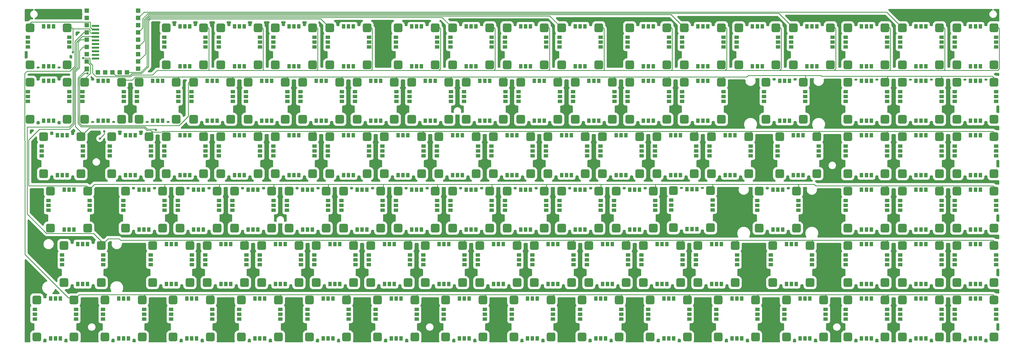
<source format=gbr>
%TF.GenerationSoftware,KiCad,Pcbnew,7.0.5*%
%TF.CreationDate,2023-06-08T14:54:28+02:00*%
%TF.ProjectId,verasity_PCB,76657261-7369-4747-995f-5043422e6b69,rev?*%
%TF.SameCoordinates,Original*%
%TF.FileFunction,Copper,L2,Bot*%
%TF.FilePolarity,Positive*%
%FSLAX46Y46*%
G04 Gerber Fmt 4.6, Leading zero omitted, Abs format (unit mm)*
G04 Created by KiCad (PCBNEW 7.0.5) date 2023-06-08 14:54:28*
%MOMM*%
%LPD*%
G01*
G04 APERTURE LIST*
G04 Aperture macros list*
%AMRoundRect*
0 Rectangle with rounded corners*
0 $1 Rounding radius*
0 $2 $3 $4 $5 $6 $7 $8 $9 X,Y pos of 4 corners*
0 Add a 4 corners polygon primitive as box body*
4,1,4,$2,$3,$4,$5,$6,$7,$8,$9,$2,$3,0*
0 Add four circle primitives for the rounded corners*
1,1,$1+$1,$2,$3*
1,1,$1+$1,$4,$5*
1,1,$1+$1,$6,$7*
1,1,$1+$1,$8,$9*
0 Add four rect primitives between the rounded corners*
20,1,$1+$1,$2,$3,$4,$5,0*
20,1,$1+$1,$4,$5,$6,$7,0*
20,1,$1+$1,$6,$7,$8,$9,0*
20,1,$1+$1,$8,$9,$2,$3,0*%
G04 Aperture macros list end*
%TA.AperFunction,ComponentPad*%
%ADD10R,1.500000X1.250000*%
%TD*%
%TA.AperFunction,ComponentPad*%
%ADD11RoundRect,0.500000X1.000000X-1.000000X1.000000X1.000000X-1.000000X1.000000X-1.000000X-1.000000X0*%
%TD*%
%TA.AperFunction,ComponentPad*%
%ADD12R,1.250000X1.500000*%
%TD*%
%TA.AperFunction,ComponentPad*%
%ADD13RoundRect,0.500000X-1.000000X-1.000000X1.000000X-1.000000X1.000000X1.000000X-1.000000X1.000000X0*%
%TD*%
%TA.AperFunction,ComponentPad*%
%ADD14R,1.550000X1.550000*%
%TD*%
%TA.AperFunction,ComponentPad*%
%ADD15R,2.500000X0.700000*%
%TD*%
%TA.AperFunction,ViaPad*%
%ADD16C,0.800000*%
%TD*%
%TA.AperFunction,Conductor*%
%ADD17C,0.250000*%
%TD*%
G04 APERTURE END LIST*
D10*
%TO.P,U6,*%
%TO.N,*%
X76143485Y94999800D03*
D11*
X76843485Y88749800D03*
D12*
X83343485Y102249800D03*
X83343485Y88249800D03*
X85043485Y102249800D03*
X85043485Y88249800D03*
D11*
X89843485Y88749800D03*
D10*
X90543485Y94999800D03*
D13*
%TO.P,U6,1,COL*%
%TO.N,COL5*%
X76843485Y101749800D03*
%TO.P,U6,2,ROW*%
%TO.N,ROW1*%
X89843485Y101749800D03*
D10*
%TO.P,U6,3,COL*%
%TO.N,unconnected-(U6-COL-Pad3)*%
X90543485Y98399800D03*
%TO.P,U6,4,COL*%
%TO.N,unconnected-(U6-COL-Pad4)*%
X76143485Y98399800D03*
%TO.P,U6,5,COL*%
%TO.N,unconnected-(U6-COL-Pad5)*%
X76143485Y96699800D03*
%TO.P,U6,6,COL*%
%TO.N,unconnected-(U6-COL-Pad6)*%
X90543485Y96699800D03*
D12*
%TO.P,U6,GND*%
%TO.N,N/C*%
X81643485Y102249800D03*
%TO.P,U6,V*%
X81643485Y88249800D03*
%TD*%
D10*
%TO.P,U24,*%
%TO.N,*%
X85668485Y75949800D03*
D11*
X86368485Y69699800D03*
D12*
X92868485Y83199800D03*
X92868485Y69199800D03*
X94568485Y83199800D03*
X94568485Y69199800D03*
D11*
X99368485Y69699800D03*
D10*
X100068485Y75949800D03*
D13*
%TO.P,U24,1,COL*%
%TO.N,COL6*%
X86368485Y82699800D03*
%TO.P,U24,2,ROW*%
%TO.N,ROW2*%
X99368485Y82699800D03*
D10*
%TO.P,U24,3,COL*%
%TO.N,unconnected-(U24-COL-Pad3)*%
X100068485Y79349800D03*
%TO.P,U24,4,COL*%
%TO.N,unconnected-(U24-COL-Pad4)*%
X85668485Y79349800D03*
%TO.P,U24,5,COL*%
%TO.N,unconnected-(U24-COL-Pad5)*%
X85668485Y77649800D03*
%TO.P,U24,6,COL*%
%TO.N,unconnected-(U24-COL-Pad6)*%
X100068485Y77649800D03*
D12*
%TO.P,U24,GND*%
%TO.N,N/C*%
X91168485Y83199800D03*
%TO.P,U24,V*%
X91168485Y69199800D03*
%TD*%
D10*
%TO.P,U63,*%
%TO.N,*%
X195205985Y37849800D03*
D11*
X195905985Y31599800D03*
D12*
X202405985Y45099800D03*
X202405985Y31099800D03*
X204105985Y45099800D03*
X204105985Y31099800D03*
D11*
X208905985Y31599800D03*
D10*
X209605985Y37849800D03*
D13*
%TO.P,U63,1,COL*%
%TO.N,COL11*%
X195905985Y44599800D03*
%TO.P,U63,2,ROW*%
%TO.N,ROW4*%
X208905985Y44599800D03*
D10*
%TO.P,U63,3,COL*%
%TO.N,unconnected-(U63-COL-Pad3)*%
X209605985Y41249800D03*
%TO.P,U63,4,COL*%
%TO.N,unconnected-(U63-COL-Pad4)*%
X195205985Y41249800D03*
%TO.P,U63,5,COL*%
%TO.N,unconnected-(U63-COL-Pad5)*%
X195205985Y39549800D03*
%TO.P,U63,6,COL*%
%TO.N,unconnected-(U63-COL-Pad6)*%
X209605985Y39549800D03*
D12*
%TO.P,U63,GND*%
%TO.N,N/C*%
X200705985Y45099800D03*
%TO.P,U63,V*%
X200705985Y31099800D03*
%TD*%
D10*
%TO.P,U79,*%
%TO.N,*%
X295218485Y18799800D03*
D11*
X295918485Y12549800D03*
D12*
X302418485Y26049800D03*
X302418485Y12049800D03*
X304118485Y26049800D03*
X304118485Y12049800D03*
D11*
X308918485Y12549800D03*
D10*
X309618485Y18799800D03*
D13*
%TO.P,U79,1,COL*%
%TO.N,COL16*%
X295918485Y25549800D03*
%TO.P,U79,2,ROW*%
%TO.N,ROW5*%
X308918485Y25549800D03*
D10*
%TO.P,U79,3,COL*%
%TO.N,unconnected-(U79-COL-Pad3)*%
X309618485Y22199800D03*
%TO.P,U79,4,COL*%
%TO.N,unconnected-(U79-COL-Pad4)*%
X295218485Y22199800D03*
%TO.P,U79,5,COL*%
%TO.N,unconnected-(U79-COL-Pad5)*%
X295218485Y20499800D03*
%TO.P,U79,6,COL*%
%TO.N,unconnected-(U79-COL-Pad6)*%
X309618485Y20499800D03*
D12*
%TO.P,U79,GND*%
%TO.N,N/C*%
X300718485Y26049800D03*
%TO.P,U79,V*%
X300718485Y12049800D03*
%TD*%
D10*
%TO.P,U76,*%
%TO.N,*%
X204730985Y18799800D03*
D11*
X205430985Y12549800D03*
D12*
X211930985Y26049800D03*
X211930985Y12049800D03*
X213630985Y26049800D03*
X213630985Y12049800D03*
D11*
X218430985Y12549800D03*
D10*
X219130985Y18799800D03*
D13*
%TO.P,U76,1,COL*%
%TO.N,COL11*%
X205430985Y25549800D03*
%TO.P,U76,2,ROW*%
%TO.N,ROW5*%
X218430985Y25549800D03*
D10*
%TO.P,U76,3,COL*%
%TO.N,unconnected-(U76-COL-Pad3)*%
X219130985Y22199800D03*
%TO.P,U76,4,COL*%
%TO.N,unconnected-(U76-COL-Pad4)*%
X204730985Y22199800D03*
%TO.P,U76,5,COL*%
%TO.N,unconnected-(U76-COL-Pad5)*%
X204730985Y20499800D03*
%TO.P,U76,6,COL*%
%TO.N,unconnected-(U76-COL-Pad6)*%
X219130985Y20499800D03*
D12*
%TO.P,U76,GND*%
%TO.N,N/C*%
X210230985Y26049800D03*
%TO.P,U76,V*%
X210230985Y12049800D03*
%TD*%
D10*
%TO.P,U82,*%
%TO.N,*%
X40424735Y-250200D03*
D11*
X41124735Y-6500200D03*
D12*
X47624735Y6999800D03*
X47624735Y-7000200D03*
X49324735Y6999800D03*
X49324735Y-7000200D03*
D11*
X54124735Y-6500200D03*
D10*
X54824735Y-250200D03*
D13*
%TO.P,U82,1,COL*%
%TO.N,COL3*%
X41124735Y6499800D03*
%TO.P,U82,2,ROW*%
%TO.N,ROW6*%
X54124735Y6499800D03*
D10*
%TO.P,U82,3,COL*%
%TO.N,unconnected-(U82-COL-Pad3)*%
X54824735Y3149800D03*
%TO.P,U82,4,COL*%
%TO.N,unconnected-(U82-COL-Pad4)*%
X40424735Y3149800D03*
%TO.P,U82,5,COL*%
%TO.N,unconnected-(U82-COL-Pad5)*%
X40424735Y1449800D03*
%TO.P,U82,6,COL*%
%TO.N,unconnected-(U82-COL-Pad6)*%
X54824735Y1449800D03*
D12*
%TO.P,U82,GND*%
%TO.N,N/C*%
X45924735Y6999800D03*
%TO.P,U82,V*%
X45924735Y-7000200D03*
%TD*%
D10*
%TO.P,U44,*%
%TO.N,*%
X152343485Y56899800D03*
D11*
X153043485Y50649800D03*
D12*
X159543485Y64149800D03*
X159543485Y50149800D03*
X161243485Y64149800D03*
X161243485Y50149800D03*
D11*
X166043485Y50649800D03*
D10*
X166743485Y56899800D03*
D13*
%TO.P,U44,1,COL*%
%TO.N,COL9*%
X153043485Y63649800D03*
%TO.P,U44,2,ROW*%
%TO.N,ROW3*%
X166043485Y63649800D03*
D10*
%TO.P,U44,3,COL*%
%TO.N,unconnected-(U44-COL-Pad3)*%
X166743485Y60299800D03*
%TO.P,U44,4,COL*%
%TO.N,unconnected-(U44-COL-Pad4)*%
X152343485Y60299800D03*
%TO.P,U44,5,COL*%
%TO.N,unconnected-(U44-COL-Pad5)*%
X152343485Y58599800D03*
%TO.P,U44,6,COL*%
%TO.N,unconnected-(U44-COL-Pad6)*%
X166743485Y58599800D03*
D12*
%TO.P,U44,GND*%
%TO.N,N/C*%
X157843485Y64149800D03*
%TO.P,U44,V*%
X157843485Y50149800D03*
%TD*%
D10*
%TO.P,U90,*%
%TO.N,*%
X207112235Y-250200D03*
D11*
X207812235Y-6500200D03*
D12*
X214312235Y6999800D03*
X214312235Y-7000200D03*
X216012235Y6999800D03*
X216012235Y-7000200D03*
D11*
X220812235Y-6500200D03*
D10*
X221512235Y-250200D03*
D13*
%TO.P,U90,1,COL*%
%TO.N,COL10*%
X207812235Y6499800D03*
%TO.P,U90,2,ROW*%
%TO.N,ROW6*%
X220812235Y6499800D03*
D10*
%TO.P,U90,3,COL*%
%TO.N,unconnected-(U90-COL-Pad3)*%
X221512235Y3149800D03*
%TO.P,U90,4,COL*%
%TO.N,unconnected-(U90-COL-Pad4)*%
X207112235Y3149800D03*
%TO.P,U90,5,COL*%
%TO.N,unconnected-(U90-COL-Pad5)*%
X207112235Y1449800D03*
%TO.P,U90,6,COL*%
%TO.N,unconnected-(U90-COL-Pad6)*%
X221512235Y1449800D03*
D12*
%TO.P,U90,GND*%
%TO.N,N/C*%
X212612235Y6999800D03*
%TO.P,U90,V*%
X212612235Y-7000200D03*
%TD*%
D10*
%TO.P,U15,*%
%TO.N,*%
X257118485Y94999800D03*
D11*
X257818485Y88749800D03*
D12*
X264318485Y102249800D03*
X264318485Y88249800D03*
X266018485Y102249800D03*
X266018485Y88249800D03*
D11*
X270818485Y88749800D03*
D10*
X271518485Y94999800D03*
D13*
%TO.P,U15,1,COL*%
%TO.N,COL14*%
X257818485Y101749800D03*
%TO.P,U15,2,ROW*%
%TO.N,ROW1*%
X270818485Y101749800D03*
D10*
%TO.P,U15,3,COL*%
%TO.N,unconnected-(U15-COL-Pad3)*%
X271518485Y98399800D03*
%TO.P,U15,4,COL*%
%TO.N,unconnected-(U15-COL-Pad4)*%
X257118485Y98399800D03*
%TO.P,U15,5,COL*%
%TO.N,unconnected-(U15-COL-Pad5)*%
X257118485Y96699800D03*
%TO.P,U15,6,COL*%
%TO.N,unconnected-(U15-COL-Pad6)*%
X271518485Y96699800D03*
D12*
%TO.P,U15,GND*%
%TO.N,N/C*%
X262618485Y102249800D03*
%TO.P,U15,V*%
X262618485Y88249800D03*
%TD*%
D10*
%TO.P,U19,*%
%TO.N,*%
X-9581515Y75949800D03*
D11*
X-8881515Y69699800D03*
D12*
X-2381515Y83199800D03*
X-2381515Y69199800D03*
X-681515Y83199800D03*
X-681515Y69199800D03*
D11*
X4118485Y69699800D03*
D10*
X4818485Y75949800D03*
D13*
%TO.P,U19,1,COL*%
%TO.N,COL1*%
X-8881515Y82699800D03*
%TO.P,U19,2,ROW*%
%TO.N,ROW2*%
X4118485Y82699800D03*
D10*
%TO.P,U19,3,COL*%
%TO.N,unconnected-(U19-COL-Pad3)*%
X4818485Y79349800D03*
%TO.P,U19,4,COL*%
%TO.N,unconnected-(U19-COL-Pad4)*%
X-9581515Y79349800D03*
%TO.P,U19,5,COL*%
%TO.N,unconnected-(U19-COL-Pad5)*%
X-9581515Y77649800D03*
%TO.P,U19,6,COL*%
%TO.N,unconnected-(U19-COL-Pad6)*%
X4818485Y77649800D03*
D12*
%TO.P,U19,GND*%
%TO.N,N/C*%
X-4081515Y83199800D03*
%TO.P,U19,V*%
X-4081515Y69199800D03*
%TD*%
D10*
%TO.P,U34,*%
%TO.N,*%
X295218485Y75949800D03*
D11*
X295918485Y69699800D03*
D12*
X302418485Y83199800D03*
X302418485Y69199800D03*
X304118485Y83199800D03*
X304118485Y69199800D03*
D11*
X308918485Y69699800D03*
D10*
X309618485Y75949800D03*
D13*
%TO.P,U34,1,COL*%
%TO.N,COL16*%
X295918485Y82699800D03*
%TO.P,U34,2,ROW*%
%TO.N,ROW2*%
X308918485Y82699800D03*
D10*
%TO.P,U34,3,COL*%
%TO.N,unconnected-(U34-COL-Pad3)*%
X309618485Y79349800D03*
%TO.P,U34,4,COL*%
%TO.N,unconnected-(U34-COL-Pad4)*%
X295218485Y79349800D03*
%TO.P,U34,5,COL*%
%TO.N,unconnected-(U34-COL-Pad5)*%
X295218485Y77649800D03*
%TO.P,U34,6,COL*%
%TO.N,unconnected-(U34-COL-Pad6)*%
X309618485Y77649800D03*
D12*
%TO.P,U34,GND*%
%TO.N,N/C*%
X300718485Y83199800D03*
%TO.P,U34,V*%
X300718485Y69199800D03*
%TD*%
D10*
%TO.P,U65,*%
%TO.N,*%
X245212500Y37850000D03*
D11*
X245912500Y31600000D03*
D12*
X252412500Y45100000D03*
X252412500Y31100000D03*
X254112500Y45100000D03*
X254112500Y31100000D03*
D11*
X258912500Y31600000D03*
D10*
X259612500Y37850000D03*
D13*
%TO.P,U65,1,COL*%
%TO.N,COL13*%
X245912500Y44600000D03*
%TO.P,U65,2,ROW*%
%TO.N,ROW4*%
X258912500Y44600000D03*
D10*
%TO.P,U65,3,COL*%
%TO.N,unconnected-(U65-COL-Pad3)*%
X259612500Y41250000D03*
%TO.P,U65,4,COL*%
%TO.N,unconnected-(U65-COL-Pad4)*%
X245212500Y41250000D03*
%TO.P,U65,5,COL*%
%TO.N,unconnected-(U65-COL-Pad5)*%
X245212500Y39550000D03*
%TO.P,U65,6,COL*%
%TO.N,unconnected-(U65-COL-Pad6)*%
X259612500Y39550000D03*
D12*
%TO.P,U65,GND*%
%TO.N,N/C*%
X250712500Y45100000D03*
%TO.P,U65,V*%
X250712500Y31100000D03*
%TD*%
D10*
%TO.P,U11,*%
%TO.N,*%
X176155985Y94999800D03*
D11*
X176855985Y88749800D03*
D12*
X183355985Y102249800D03*
X183355985Y88249800D03*
X185055985Y102249800D03*
X185055985Y88249800D03*
D11*
X189855985Y88749800D03*
D10*
X190555985Y94999800D03*
D13*
%TO.P,U11,1,COL*%
%TO.N,COL10*%
X176855985Y101749800D03*
%TO.P,U11,2,ROW*%
%TO.N,ROW1*%
X189855985Y101749800D03*
D10*
%TO.P,U11,3,COL*%
%TO.N,unconnected-(U11-COL-Pad3)*%
X190555985Y98399800D03*
%TO.P,U11,4,COL*%
%TO.N,unconnected-(U11-COL-Pad4)*%
X176155985Y98399800D03*
%TO.P,U11,5,COL*%
%TO.N,unconnected-(U11-COL-Pad5)*%
X176155985Y96699800D03*
%TO.P,U11,6,COL*%
%TO.N,unconnected-(U11-COL-Pad6)*%
X190555985Y96699800D03*
D12*
%TO.P,U11,GND*%
%TO.N,N/C*%
X181655985Y102249800D03*
%TO.P,U11,V*%
X181655985Y88249800D03*
%TD*%
D10*
%TO.P,U91,*%
%TO.N,*%
X230924735Y-250200D03*
D11*
X231624735Y-6500200D03*
D12*
X238124735Y6999800D03*
X238124735Y-7000200D03*
X239824735Y6999800D03*
X239824735Y-7000200D03*
D11*
X244624735Y-6500200D03*
D10*
X245324735Y-250200D03*
D13*
%TO.P,U91,1,COL*%
%TO.N,COL11*%
X231624735Y6499800D03*
%TO.P,U91,2,ROW*%
%TO.N,ROW6*%
X244624735Y6499800D03*
D10*
%TO.P,U91,3,COL*%
%TO.N,unconnected-(U91-COL-Pad3)*%
X245324735Y3149800D03*
%TO.P,U91,4,COL*%
%TO.N,unconnected-(U91-COL-Pad4)*%
X230924735Y3149800D03*
%TO.P,U91,5,COL*%
%TO.N,unconnected-(U91-COL-Pad5)*%
X230924735Y1449800D03*
%TO.P,U91,6,COL*%
%TO.N,unconnected-(U91-COL-Pad6)*%
X245324735Y1449800D03*
D12*
%TO.P,U91,GND*%
%TO.N,N/C*%
X236424735Y6999800D03*
%TO.P,U91,V*%
X236424735Y-7000200D03*
%TD*%
D10*
%TO.P,U39,*%
%TO.N,*%
X57093485Y56899800D03*
D11*
X57793485Y50649800D03*
D12*
X64293485Y64149800D03*
X64293485Y50149800D03*
X65993485Y64149800D03*
X65993485Y50149800D03*
D11*
X70793485Y50649800D03*
D10*
X71493485Y56899800D03*
D13*
%TO.P,U39,1,COL*%
%TO.N,COL4*%
X57793485Y63649800D03*
%TO.P,U39,2,ROW*%
%TO.N,ROW3*%
X70793485Y63649800D03*
D10*
%TO.P,U39,3,COL*%
%TO.N,unconnected-(U39-COL-Pad3)*%
X71493485Y60299800D03*
%TO.P,U39,4,COL*%
%TO.N,unconnected-(U39-COL-Pad4)*%
X57093485Y60299800D03*
%TO.P,U39,5,COL*%
%TO.N,unconnected-(U39-COL-Pad5)*%
X57093485Y58599800D03*
%TO.P,U39,6,COL*%
%TO.N,unconnected-(U39-COL-Pad6)*%
X71493485Y58599800D03*
D12*
%TO.P,U39,GND*%
%TO.N,N/C*%
X62593485Y64149800D03*
%TO.P,U39,V*%
X62593485Y50149800D03*
%TD*%
D10*
%TO.P,U92,*%
%TO.N,*%
X254737235Y-250200D03*
D11*
X255437235Y-6500200D03*
D12*
X261937235Y6999800D03*
X261937235Y-7000200D03*
X263637235Y6999800D03*
X263637235Y-7000200D03*
D11*
X268437235Y-6500200D03*
D10*
X269137235Y-250200D03*
D13*
%TO.P,U92,1,COL*%
%TO.N,COL12*%
X255437235Y6499800D03*
%TO.P,U92,2,ROW*%
%TO.N,ROW6*%
X268437235Y6499800D03*
D10*
%TO.P,U92,3,COL*%
%TO.N,unconnected-(U92-COL-Pad3)*%
X269137235Y3149800D03*
%TO.P,U92,4,COL*%
%TO.N,unconnected-(U92-COL-Pad4)*%
X254737235Y3149800D03*
%TO.P,U92,5,COL*%
%TO.N,unconnected-(U92-COL-Pad5)*%
X254737235Y1449800D03*
%TO.P,U92,6,COL*%
%TO.N,unconnected-(U92-COL-Pad6)*%
X269137235Y1449800D03*
D12*
%TO.P,U92,GND*%
%TO.N,N/C*%
X260237235Y6999800D03*
%TO.P,U92,V*%
X260237235Y-7000200D03*
%TD*%
D10*
%TO.P,U22,*%
%TO.N,*%
X47568485Y75949800D03*
D11*
X48268485Y69699800D03*
D12*
X54768485Y83199800D03*
X54768485Y69199800D03*
X56468485Y83199800D03*
X56468485Y69199800D03*
D11*
X61268485Y69699800D03*
D10*
X61968485Y75949800D03*
D13*
%TO.P,U22,1,COL*%
%TO.N,COL4*%
X48268485Y82699800D03*
%TO.P,U22,2,ROW*%
%TO.N,ROW2*%
X61268485Y82699800D03*
D10*
%TO.P,U22,3,COL*%
%TO.N,unconnected-(U22-COL-Pad3)*%
X61968485Y79349800D03*
%TO.P,U22,4,COL*%
%TO.N,unconnected-(U22-COL-Pad4)*%
X47568485Y79349800D03*
%TO.P,U22,5,COL*%
%TO.N,unconnected-(U22-COL-Pad5)*%
X47568485Y77649800D03*
%TO.P,U22,6,COL*%
%TO.N,unconnected-(U22-COL-Pad6)*%
X61968485Y77649800D03*
D12*
%TO.P,U22,GND*%
%TO.N,N/C*%
X53068485Y83199800D03*
%TO.P,U22,V*%
X53068485Y69199800D03*
%TD*%
D10*
%TO.P,U55,*%
%TO.N,*%
X42805985Y37849800D03*
D11*
X43505985Y31599800D03*
D12*
X50005985Y45099800D03*
X50005985Y31099800D03*
X51705985Y45099800D03*
X51705985Y31099800D03*
D11*
X56505985Y31599800D03*
D10*
X57205985Y37849800D03*
D13*
%TO.P,U55,1,COL*%
%TO.N,COL3*%
X43505985Y44599800D03*
%TO.P,U55,2,ROW*%
%TO.N,ROW4*%
X56505985Y44599800D03*
D10*
%TO.P,U55,3,COL*%
%TO.N,unconnected-(U55-COL-Pad3)*%
X57205985Y41249800D03*
%TO.P,U55,4,COL*%
%TO.N,unconnected-(U55-COL-Pad4)*%
X42805985Y41249800D03*
%TO.P,U55,5,COL*%
%TO.N,unconnected-(U55-COL-Pad5)*%
X42805985Y39549800D03*
%TO.P,U55,6,COL*%
%TO.N,unconnected-(U55-COL-Pad6)*%
X57205985Y39549800D03*
D12*
%TO.P,U55,GND*%
%TO.N,N/C*%
X48305985Y45099800D03*
%TO.P,U55,V*%
X48305985Y31099800D03*
%TD*%
D10*
%TO.P,U7,*%
%TO.N,*%
X95193485Y94999800D03*
D11*
X95893485Y88749800D03*
D12*
X102393485Y102249800D03*
X102393485Y88249800D03*
X104093485Y102249800D03*
X104093485Y88249800D03*
D11*
X108893485Y88749800D03*
D10*
X109593485Y94999800D03*
D13*
%TO.P,U7,1,COL*%
%TO.N,COL6*%
X95893485Y101749800D03*
%TO.P,U7,2,ROW*%
%TO.N,ROW1*%
X108893485Y101749800D03*
D10*
%TO.P,U7,3,COL*%
%TO.N,unconnected-(U7-COL-Pad3)*%
X109593485Y98399800D03*
%TO.P,U7,4,COL*%
%TO.N,unconnected-(U7-COL-Pad4)*%
X95193485Y98399800D03*
%TO.P,U7,5,COL*%
%TO.N,unconnected-(U7-COL-Pad5)*%
X95193485Y96699800D03*
%TO.P,U7,6,COL*%
%TO.N,unconnected-(U7-COL-Pad6)*%
X109593485Y96699800D03*
D12*
%TO.P,U7,GND*%
%TO.N,N/C*%
X100693485Y102249800D03*
%TO.P,U7,V*%
X100693485Y88249800D03*
%TD*%
D10*
%TO.P,U31,*%
%TO.N,*%
X219018485Y75949800D03*
D11*
X219718485Y69699800D03*
D12*
X226218485Y83199800D03*
X226218485Y69199800D03*
X227918485Y83199800D03*
X227918485Y69199800D03*
D11*
X232718485Y69699800D03*
D10*
X233418485Y75949800D03*
D13*
%TO.P,U31,1,COL*%
%TO.N,COL13*%
X219718485Y82699800D03*
%TO.P,U31,2,ROW*%
%TO.N,ROW2*%
X232718485Y82699800D03*
D10*
%TO.P,U31,3,COL*%
%TO.N,unconnected-(U31-COL-Pad3)*%
X233418485Y79349800D03*
%TO.P,U31,4,COL*%
%TO.N,unconnected-(U31-COL-Pad4)*%
X219018485Y79349800D03*
%TO.P,U31,5,COL*%
%TO.N,unconnected-(U31-COL-Pad5)*%
X219018485Y77649800D03*
%TO.P,U31,6,COL*%
%TO.N,unconnected-(U31-COL-Pad6)*%
X233418485Y77649800D03*
D12*
%TO.P,U31,GND*%
%TO.N,N/C*%
X224518485Y83199800D03*
%TO.P,U31,V*%
X224518485Y69199800D03*
%TD*%
D10*
%TO.P,U12,*%
%TO.N,*%
X199968485Y94999800D03*
D11*
X200668485Y88749800D03*
D12*
X207168485Y102249800D03*
X207168485Y88249800D03*
X208868485Y102249800D03*
X208868485Y88249800D03*
D11*
X213668485Y88749800D03*
D10*
X214368485Y94999800D03*
D13*
%TO.P,U12,1,COL*%
%TO.N,COL11*%
X200668485Y101749800D03*
%TO.P,U12,2,ROW*%
%TO.N,ROW1*%
X213668485Y101749800D03*
D10*
%TO.P,U12,3,COL*%
%TO.N,unconnected-(U12-COL-Pad3)*%
X214368485Y98399800D03*
%TO.P,U12,4,COL*%
%TO.N,unconnected-(U12-COL-Pad4)*%
X199968485Y98399800D03*
%TO.P,U12,5,COL*%
%TO.N,unconnected-(U12-COL-Pad5)*%
X199968485Y96699800D03*
%TO.P,U12,6,COL*%
%TO.N,unconnected-(U12-COL-Pad6)*%
X214368485Y96699800D03*
D12*
%TO.P,U12,GND*%
%TO.N,N/C*%
X205468485Y102249800D03*
%TO.P,U12,V*%
X205468485Y88249800D03*
%TD*%
D10*
%TO.P,U33,*%
%TO.N,*%
X276168485Y75949800D03*
D11*
X276868485Y69699800D03*
D12*
X283368485Y83199800D03*
X283368485Y69199800D03*
X285068485Y83199800D03*
X285068485Y69199800D03*
D11*
X289868485Y69699800D03*
D10*
X290568485Y75949800D03*
D13*
%TO.P,U33,1,COL*%
%TO.N,COL15*%
X276868485Y82699800D03*
%TO.P,U33,2,ROW*%
%TO.N,ROW2*%
X289868485Y82699800D03*
D10*
%TO.P,U33,3,COL*%
%TO.N,unconnected-(U33-COL-Pad3)*%
X290568485Y79349800D03*
%TO.P,U33,4,COL*%
%TO.N,unconnected-(U33-COL-Pad4)*%
X276168485Y79349800D03*
%TO.P,U33,5,COL*%
%TO.N,unconnected-(U33-COL-Pad5)*%
X276168485Y77649800D03*
%TO.P,U33,6,COL*%
%TO.N,unconnected-(U33-COL-Pad6)*%
X290568485Y77649800D03*
D12*
%TO.P,U33,GND*%
%TO.N,N/C*%
X281668485Y83199800D03*
%TO.P,U33,V*%
X281668485Y69199800D03*
%TD*%
D10*
%TO.P,U86,*%
%TO.N,*%
X135674735Y-250200D03*
D11*
X136374735Y-6500200D03*
D12*
X142874735Y6999800D03*
X142874735Y-7000200D03*
X144574735Y6999800D03*
X144574735Y-7000200D03*
D11*
X149374735Y-6500200D03*
D10*
X150074735Y-250200D03*
D13*
%TO.P,U86,1,COL*%
%TO.N,COL7*%
X136374735Y6499800D03*
%TO.P,U86,2,ROW*%
%TO.N,ROW6*%
X149374735Y6499800D03*
D10*
%TO.P,U86,3,COL*%
%TO.N,unconnected-(U86-COL-Pad3)*%
X150074735Y3149800D03*
%TO.P,U86,4,COL*%
%TO.N,unconnected-(U86-COL-Pad4)*%
X135674735Y3149800D03*
%TO.P,U86,5,COL*%
%TO.N,unconnected-(U86-COL-Pad5)*%
X135674735Y1449800D03*
%TO.P,U86,6,COL*%
%TO.N,unconnected-(U86-COL-Pad6)*%
X150074735Y1449800D03*
D12*
%TO.P,U86,GND*%
%TO.N,N/C*%
X141174735Y6999800D03*
%TO.P,U86,V*%
X141174735Y-7000200D03*
%TD*%
D10*
%TO.P,U48,*%
%TO.N,*%
X228543485Y56899800D03*
D11*
X229243485Y50649800D03*
D12*
X235743485Y64149800D03*
X235743485Y50149800D03*
X237443485Y64149800D03*
X237443485Y50149800D03*
D11*
X242243485Y50649800D03*
D10*
X242943485Y56899800D03*
D13*
%TO.P,U48,1,COL*%
%TO.N,COL13*%
X229243485Y63649800D03*
%TO.P,U48,2,ROW*%
%TO.N,ROW3*%
X242243485Y63649800D03*
D10*
%TO.P,U48,3,COL*%
%TO.N,unconnected-(U48-COL-Pad3)*%
X242943485Y60299800D03*
%TO.P,U48,4,COL*%
%TO.N,unconnected-(U48-COL-Pad4)*%
X228543485Y60299800D03*
%TO.P,U48,5,COL*%
%TO.N,unconnected-(U48-COL-Pad5)*%
X228543485Y58599800D03*
%TO.P,U48,6,COL*%
%TO.N,unconnected-(U48-COL-Pad6)*%
X242943485Y58599800D03*
D12*
%TO.P,U48,GND*%
%TO.N,N/C*%
X234043485Y64149800D03*
%TO.P,U48,V*%
X234043485Y50149800D03*
%TD*%
D10*
%TO.P,U80,*%
%TO.N,*%
X-7200265Y-250200D03*
D11*
X-6500265Y-6500200D03*
D12*
X-265Y6999800D03*
X-265Y-7000200D03*
X1699735Y6999800D03*
X1699735Y-7000200D03*
D11*
X6499735Y-6500200D03*
D10*
X7199735Y-250200D03*
D13*
%TO.P,U80,1,COL*%
%TO.N,COL1*%
X-6500265Y6499800D03*
%TO.P,U80,2,ROW*%
%TO.N,ROW6*%
X6499735Y6499800D03*
D10*
%TO.P,U80,3,COL*%
%TO.N,unconnected-(U80-COL-Pad3)*%
X7199735Y3149800D03*
%TO.P,U80,4,COL*%
%TO.N,unconnected-(U80-COL-Pad4)*%
X-7200265Y3149800D03*
%TO.P,U80,5,COL*%
%TO.N,unconnected-(U80-COL-Pad5)*%
X-7200265Y1449800D03*
%TO.P,U80,6,COL*%
%TO.N,unconnected-(U80-COL-Pad6)*%
X7199735Y1449800D03*
D12*
%TO.P,U80,GND*%
%TO.N,N/C*%
X-1700265Y6999800D03*
%TO.P,U80,V*%
X-1700265Y-7000200D03*
%TD*%
D10*
%TO.P,U98,*%
%TO.N,*%
X314268485Y18799800D03*
D11*
X314968485Y12549800D03*
D12*
X321468485Y26049800D03*
X321468485Y12049800D03*
X323168485Y26049800D03*
X323168485Y12049800D03*
D11*
X327968485Y12549800D03*
D10*
X328668485Y18799800D03*
D13*
%TO.P,U98,1,COL*%
%TO.N,COL17*%
X314968485Y25549800D03*
%TO.P,U98,2,ROW*%
%TO.N,ROW5*%
X327968485Y25549800D03*
D10*
%TO.P,U98,3,COL*%
%TO.N,unconnected-(U98-COL-Pad3)*%
X328668485Y22199800D03*
%TO.P,U98,4,COL*%
%TO.N,unconnected-(U98-COL-Pad4)*%
X314268485Y22199800D03*
%TO.P,U98,5,COL*%
%TO.N,unconnected-(U98-COL-Pad5)*%
X314268485Y20499800D03*
%TO.P,U98,6,COL*%
%TO.N,unconnected-(U98-COL-Pad6)*%
X328668485Y20499800D03*
D12*
%TO.P,U98,GND*%
%TO.N,N/C*%
X319768485Y26049800D03*
%TO.P,U98,V*%
X319768485Y12049800D03*
%TD*%
D10*
%TO.P,U49,*%
%TO.N,*%
X252355985Y56899800D03*
D11*
X253055985Y50649800D03*
D12*
X259555985Y64149800D03*
X259555985Y50149800D03*
X261255985Y64149800D03*
X261255985Y50149800D03*
D11*
X266055985Y50649800D03*
D10*
X266755985Y56899800D03*
D13*
%TO.P,U49,1,COL*%
%TO.N,COL14*%
X253055985Y63649800D03*
%TO.P,U49,2,ROW*%
%TO.N,ROW3*%
X266055985Y63649800D03*
D10*
%TO.P,U49,3,COL*%
%TO.N,unconnected-(U49-COL-Pad3)*%
X266755985Y60299800D03*
%TO.P,U49,4,COL*%
%TO.N,unconnected-(U49-COL-Pad4)*%
X252355985Y60299800D03*
%TO.P,U49,5,COL*%
%TO.N,unconnected-(U49-COL-Pad5)*%
X252355985Y58599800D03*
%TO.P,U49,6,COL*%
%TO.N,unconnected-(U49-COL-Pad6)*%
X266755985Y58599800D03*
D12*
%TO.P,U49,GND*%
%TO.N,N/C*%
X257855985Y64149800D03*
%TO.P,U49,V*%
X257855985Y50149800D03*
%TD*%
D10*
%TO.P,U69,*%
%TO.N,*%
X71380985Y18799800D03*
D11*
X72080985Y12549800D03*
D12*
X78580985Y26049800D03*
X78580985Y12049800D03*
X80280985Y26049800D03*
X80280985Y12049800D03*
D11*
X85080985Y12549800D03*
D10*
X85780985Y18799800D03*
D13*
%TO.P,U69,1,COL*%
%TO.N,COL4*%
X72080985Y25549800D03*
%TO.P,U69,2,ROW*%
%TO.N,ROW5*%
X85080985Y25549800D03*
D10*
%TO.P,U69,3,COL*%
%TO.N,unconnected-(U69-COL-Pad3)*%
X85780985Y22199800D03*
%TO.P,U69,4,COL*%
%TO.N,unconnected-(U69-COL-Pad4)*%
X71380985Y22199800D03*
%TO.P,U69,5,COL*%
%TO.N,unconnected-(U69-COL-Pad5)*%
X71380985Y20499800D03*
%TO.P,U69,6,COL*%
%TO.N,unconnected-(U69-COL-Pad6)*%
X85780985Y20499800D03*
D12*
%TO.P,U69,GND*%
%TO.N,N/C*%
X76880985Y26049800D03*
%TO.P,U69,V*%
X76880985Y12049800D03*
%TD*%
D10*
%TO.P,U68,*%
%TO.N,*%
X52330985Y18799800D03*
D11*
X53030985Y12549800D03*
D12*
X59530985Y26049800D03*
X59530985Y12049800D03*
X61230985Y26049800D03*
X61230985Y12049800D03*
D11*
X66030985Y12549800D03*
D10*
X66730985Y18799800D03*
D13*
%TO.P,U68,1,COL*%
%TO.N,COL3*%
X53030985Y25549800D03*
%TO.P,U68,2,ROW*%
%TO.N,ROW5*%
X66030985Y25549800D03*
D10*
%TO.P,U68,3,COL*%
%TO.N,unconnected-(U68-COL-Pad3)*%
X66730985Y22199800D03*
%TO.P,U68,4,COL*%
%TO.N,unconnected-(U68-COL-Pad4)*%
X52330985Y22199800D03*
%TO.P,U68,5,COL*%
%TO.N,unconnected-(U68-COL-Pad5)*%
X52330985Y20499800D03*
%TO.P,U68,6,COL*%
%TO.N,unconnected-(U68-COL-Pad6)*%
X66730985Y20499800D03*
D12*
%TO.P,U68,GND*%
%TO.N,N/C*%
X57830985Y26049800D03*
%TO.P,U68,V*%
X57830985Y12049800D03*
%TD*%
D10*
%TO.P,U26,*%
%TO.N,*%
X123768485Y75949800D03*
D11*
X124468485Y69699800D03*
D12*
X130968485Y83199800D03*
X130968485Y69199800D03*
X132668485Y83199800D03*
X132668485Y69199800D03*
D11*
X137468485Y69699800D03*
D10*
X138168485Y75949800D03*
D13*
%TO.P,U26,1,COL*%
%TO.N,COL8*%
X124468485Y82699800D03*
%TO.P,U26,2,ROW*%
%TO.N,ROW2*%
X137468485Y82699800D03*
D10*
%TO.P,U26,3,COL*%
%TO.N,unconnected-(U26-COL-Pad3)*%
X138168485Y79349800D03*
%TO.P,U26,4,COL*%
%TO.N,unconnected-(U26-COL-Pad4)*%
X123768485Y79349800D03*
%TO.P,U26,5,COL*%
%TO.N,unconnected-(U26-COL-Pad5)*%
X123768485Y77649800D03*
%TO.P,U26,6,COL*%
%TO.N,unconnected-(U26-COL-Pad6)*%
X138168485Y77649800D03*
D12*
%TO.P,U26,GND*%
%TO.N,N/C*%
X129268485Y83199800D03*
%TO.P,U26,V*%
X129268485Y69199800D03*
%TD*%
D10*
%TO.P,U75,*%
%TO.N,*%
X185680985Y18799800D03*
D11*
X186380985Y12549800D03*
D12*
X192880985Y26049800D03*
X192880985Y12049800D03*
X194580985Y26049800D03*
X194580985Y12049800D03*
D11*
X199380985Y12549800D03*
D10*
X200080985Y18799800D03*
D13*
%TO.P,U75,1,COL*%
%TO.N,COL10*%
X186380985Y25549800D03*
%TO.P,U75,2,ROW*%
%TO.N,ROW5*%
X199380985Y25549800D03*
D10*
%TO.P,U75,3,COL*%
%TO.N,unconnected-(U75-COL-Pad3)*%
X200080985Y22199800D03*
%TO.P,U75,4,COL*%
%TO.N,unconnected-(U75-COL-Pad4)*%
X185680985Y22199800D03*
%TO.P,U75,5,COL*%
%TO.N,unconnected-(U75-COL-Pad5)*%
X185680985Y20499800D03*
%TO.P,U75,6,COL*%
%TO.N,unconnected-(U75-COL-Pad6)*%
X200080985Y20499800D03*
D12*
%TO.P,U75,GND*%
%TO.N,N/C*%
X191180985Y26049800D03*
%TO.P,U75,V*%
X191180985Y12049800D03*
%TD*%
D10*
%TO.P,U61,*%
%TO.N,*%
X157105985Y37849800D03*
D11*
X157805985Y31599800D03*
D12*
X164305985Y45099800D03*
X164305985Y31099800D03*
X166005985Y45099800D03*
X166005985Y31099800D03*
D11*
X170805985Y31599800D03*
D10*
X171505985Y37849800D03*
D13*
%TO.P,U61,1,COL*%
%TO.N,COL9*%
X157805985Y44599800D03*
%TO.P,U61,2,ROW*%
%TO.N,ROW4*%
X170805985Y44599800D03*
D10*
%TO.P,U61,3,COL*%
%TO.N,unconnected-(U61-COL-Pad3)*%
X171505985Y41249800D03*
%TO.P,U61,4,COL*%
%TO.N,unconnected-(U61-COL-Pad4)*%
X157105985Y41249800D03*
%TO.P,U61,5,COL*%
%TO.N,unconnected-(U61-COL-Pad5)*%
X157105985Y39549800D03*
%TO.P,U61,6,COL*%
%TO.N,unconnected-(U61-COL-Pad6)*%
X171505985Y39549800D03*
D12*
%TO.P,U61,GND*%
%TO.N,N/C*%
X162605985Y45099800D03*
%TO.P,U61,V*%
X162605985Y31099800D03*
%TD*%
D10*
%TO.P,U21,*%
%TO.N,*%
X28518485Y75949800D03*
D11*
X29218485Y69699800D03*
D12*
X35718485Y83199800D03*
X35718485Y69199800D03*
X37418485Y83199800D03*
X37418485Y69199800D03*
D11*
X42218485Y69699800D03*
D10*
X42918485Y75949800D03*
D13*
%TO.P,U21,1,COL*%
%TO.N,COL3*%
X29218485Y82699800D03*
%TO.P,U21,2,ROW*%
%TO.N,ROW2*%
X42218485Y82699800D03*
D10*
%TO.P,U21,3,COL*%
%TO.N,unconnected-(U21-COL-Pad3)*%
X42918485Y79349800D03*
%TO.P,U21,4,COL*%
%TO.N,unconnected-(U21-COL-Pad4)*%
X28518485Y79349800D03*
%TO.P,U21,5,COL*%
%TO.N,unconnected-(U21-COL-Pad5)*%
X28518485Y77649800D03*
%TO.P,U21,6,COL*%
%TO.N,unconnected-(U21-COL-Pad6)*%
X42918485Y77649800D03*
D12*
%TO.P,U21,GND*%
%TO.N,N/C*%
X34018485Y83199800D03*
%TO.P,U21,V*%
X34018485Y69199800D03*
%TD*%
D10*
%TO.P,U50,*%
%TO.N,*%
X276168485Y56899800D03*
D11*
X276868485Y50649800D03*
D12*
X283368485Y64149800D03*
X283368485Y50149800D03*
X285068485Y64149800D03*
X285068485Y50149800D03*
D11*
X289868485Y50649800D03*
D10*
X290568485Y56899800D03*
D13*
%TO.P,U50,1,COL*%
%TO.N,COL15*%
X276868485Y63649800D03*
%TO.P,U50,2,ROW*%
%TO.N,ROW3*%
X289868485Y63649800D03*
D10*
%TO.P,U50,3,COL*%
%TO.N,unconnected-(U50-COL-Pad3)*%
X290568485Y60299800D03*
%TO.P,U50,4,COL*%
%TO.N,unconnected-(U50-COL-Pad4)*%
X276168485Y60299800D03*
%TO.P,U50,5,COL*%
%TO.N,unconnected-(U50-COL-Pad5)*%
X276168485Y58599800D03*
%TO.P,U50,6,COL*%
%TO.N,unconnected-(U50-COL-Pad6)*%
X290568485Y58599800D03*
D12*
%TO.P,U50,GND*%
%TO.N,N/C*%
X281668485Y64149800D03*
%TO.P,U50,V*%
X281668485Y50149800D03*
%TD*%
D10*
%TO.P,U45,*%
%TO.N,*%
X171393485Y56899800D03*
D11*
X172093485Y50649800D03*
D12*
X178593485Y64149800D03*
X178593485Y50149800D03*
X180293485Y64149800D03*
X180293485Y50149800D03*
D11*
X185093485Y50649800D03*
D10*
X185793485Y56899800D03*
D13*
%TO.P,U45,1,COL*%
%TO.N,COL10*%
X172093485Y63649800D03*
%TO.P,U45,2,ROW*%
%TO.N,ROW3*%
X185093485Y63649800D03*
D10*
%TO.P,U45,3,COL*%
%TO.N,unconnected-(U45-COL-Pad3)*%
X185793485Y60299800D03*
%TO.P,U45,4,COL*%
%TO.N,unconnected-(U45-COL-Pad4)*%
X171393485Y60299800D03*
%TO.P,U45,5,COL*%
%TO.N,unconnected-(U45-COL-Pad5)*%
X171393485Y58599800D03*
%TO.P,U45,6,COL*%
%TO.N,unconnected-(U45-COL-Pad6)*%
X185793485Y58599800D03*
D12*
%TO.P,U45,GND*%
%TO.N,N/C*%
X176893485Y64149800D03*
%TO.P,U45,V*%
X176893485Y50149800D03*
%TD*%
D10*
%TO.P,U41,*%
%TO.N,*%
X95193485Y56899800D03*
D11*
X95893485Y50649800D03*
D12*
X102393485Y64149800D03*
X102393485Y50149800D03*
X104093485Y64149800D03*
X104093485Y50149800D03*
D11*
X108893485Y50649800D03*
D10*
X109593485Y56899800D03*
D13*
%TO.P,U41,1,COL*%
%TO.N,COL6*%
X95893485Y63649800D03*
%TO.P,U41,2,ROW*%
%TO.N,ROW3*%
X108893485Y63649800D03*
D10*
%TO.P,U41,3,COL*%
%TO.N,unconnected-(U41-COL-Pad3)*%
X109593485Y60299800D03*
%TO.P,U41,4,COL*%
%TO.N,unconnected-(U41-COL-Pad4)*%
X95193485Y60299800D03*
%TO.P,U41,5,COL*%
%TO.N,unconnected-(U41-COL-Pad5)*%
X95193485Y58599800D03*
%TO.P,U41,6,COL*%
%TO.N,unconnected-(U41-COL-Pad6)*%
X109593485Y58599800D03*
D12*
%TO.P,U41,GND*%
%TO.N,N/C*%
X100693485Y64149800D03*
%TO.P,U41,V*%
X100693485Y50149800D03*
%TD*%
D10*
%TO.P,U53,*%
%TO.N,*%
X-2437765Y37849800D03*
D11*
X-1737765Y31599800D03*
D12*
X4762235Y45099800D03*
X4762235Y31099800D03*
X6462235Y45099800D03*
X6462235Y31099800D03*
D11*
X11262235Y31599800D03*
D10*
X11962235Y37849800D03*
D13*
%TO.P,U53,1,COL*%
%TO.N,COL1*%
X-1737765Y44599800D03*
%TO.P,U53,2,ROW*%
%TO.N,ROW4*%
X11262235Y44599800D03*
D10*
%TO.P,U53,3,COL*%
%TO.N,unconnected-(U53-COL-Pad3)*%
X11962235Y41249800D03*
%TO.P,U53,4,COL*%
%TO.N,unconnected-(U53-COL-Pad4)*%
X-2437765Y41249800D03*
%TO.P,U53,5,COL*%
%TO.N,unconnected-(U53-COL-Pad5)*%
X-2437765Y39549800D03*
%TO.P,U53,6,COL*%
%TO.N,unconnected-(U53-COL-Pad6)*%
X11962235Y39549800D03*
D12*
%TO.P,U53,GND*%
%TO.N,N/C*%
X3062235Y45099800D03*
%TO.P,U53,V*%
X3062235Y31099800D03*
%TD*%
D10*
%TO.P,U27,*%
%TO.N,*%
X142818485Y75949800D03*
D11*
X143518485Y69699800D03*
D12*
X150018485Y83199800D03*
X150018485Y69199800D03*
X151718485Y83199800D03*
X151718485Y69199800D03*
D11*
X156518485Y69699800D03*
D10*
X157218485Y75949800D03*
D13*
%TO.P,U27,1,COL*%
%TO.N,COL9*%
X143518485Y82699800D03*
%TO.P,U27,2,ROW*%
%TO.N,ROW2*%
X156518485Y82699800D03*
D10*
%TO.P,U27,3,COL*%
%TO.N,unconnected-(U27-COL-Pad3)*%
X157218485Y79349800D03*
%TO.P,U27,4,COL*%
%TO.N,unconnected-(U27-COL-Pad4)*%
X142818485Y79349800D03*
%TO.P,U27,5,COL*%
%TO.N,unconnected-(U27-COL-Pad5)*%
X142818485Y77649800D03*
%TO.P,U27,6,COL*%
%TO.N,unconnected-(U27-COL-Pad6)*%
X157218485Y77649800D03*
D12*
%TO.P,U27,GND*%
%TO.N,N/C*%
X148318485Y83199800D03*
%TO.P,U27,V*%
X148318485Y69199800D03*
%TD*%
D10*
%TO.P,U23,*%
%TO.N,*%
X66618485Y75949800D03*
D11*
X67318485Y69699800D03*
D12*
X73818485Y83199800D03*
X73818485Y69199800D03*
X75518485Y83199800D03*
X75518485Y69199800D03*
D11*
X80318485Y69699800D03*
D10*
X81018485Y75949800D03*
D13*
%TO.P,U23,1,COL*%
%TO.N,COL5*%
X67318485Y82699800D03*
%TO.P,U23,2,ROW*%
%TO.N,ROW2*%
X80318485Y82699800D03*
D10*
%TO.P,U23,3,COL*%
%TO.N,unconnected-(U23-COL-Pad3)*%
X81018485Y79349800D03*
%TO.P,U23,4,COL*%
%TO.N,unconnected-(U23-COL-Pad4)*%
X66618485Y79349800D03*
%TO.P,U23,5,COL*%
%TO.N,unconnected-(U23-COL-Pad5)*%
X66618485Y77649800D03*
%TO.P,U23,6,COL*%
%TO.N,unconnected-(U23-COL-Pad6)*%
X81018485Y77649800D03*
D12*
%TO.P,U23,GND*%
%TO.N,N/C*%
X72118485Y83199800D03*
%TO.P,U23,V*%
X72118485Y69199800D03*
%TD*%
D10*
%TO.P,U35,*%
%TO.N,*%
X314268485Y75949800D03*
D11*
X314968485Y69699800D03*
D12*
X321468485Y83199800D03*
X321468485Y69199800D03*
X323168485Y83199800D03*
X323168485Y69199800D03*
D11*
X327968485Y69699800D03*
D10*
X328668485Y75949800D03*
D13*
%TO.P,U35,1,COL*%
%TO.N,COL17*%
X314968485Y82699800D03*
%TO.P,U35,2,ROW*%
%TO.N,ROW2*%
X327968485Y82699800D03*
D10*
%TO.P,U35,3,COL*%
%TO.N,unconnected-(U35-COL-Pad3)*%
X328668485Y79349800D03*
%TO.P,U35,4,COL*%
%TO.N,unconnected-(U35-COL-Pad4)*%
X314268485Y79349800D03*
%TO.P,U35,5,COL*%
%TO.N,unconnected-(U35-COL-Pad5)*%
X314268485Y77649800D03*
%TO.P,U35,6,COL*%
%TO.N,unconnected-(U35-COL-Pad6)*%
X328668485Y77649800D03*
D12*
%TO.P,U35,GND*%
%TO.N,N/C*%
X319768485Y83199800D03*
%TO.P,U35,V*%
X319768485Y69199800D03*
%TD*%
D10*
%TO.P,U87,*%
%TO.N,*%
X159487235Y-250200D03*
D11*
X160187235Y-6500200D03*
D12*
X166687235Y6999800D03*
X166687235Y-7000200D03*
X168387235Y6999800D03*
X168387235Y-7000200D03*
D11*
X173187235Y-6500200D03*
D10*
X173887235Y-250200D03*
D13*
%TO.P,U87,1,COL*%
%TO.N,COL8*%
X160187235Y6499800D03*
%TO.P,U87,2,ROW*%
%TO.N,ROW6*%
X173187235Y6499800D03*
D10*
%TO.P,U87,3,COL*%
%TO.N,unconnected-(U87-COL-Pad3)*%
X173887235Y3149800D03*
%TO.P,U87,4,COL*%
%TO.N,unconnected-(U87-COL-Pad4)*%
X159487235Y3149800D03*
%TO.P,U87,5,COL*%
%TO.N,unconnected-(U87-COL-Pad5)*%
X159487235Y1449800D03*
%TO.P,U87,6,COL*%
%TO.N,unconnected-(U87-COL-Pad6)*%
X173887235Y1449800D03*
D12*
%TO.P,U87,GND*%
%TO.N,N/C*%
X164987235Y6999800D03*
%TO.P,U87,V*%
X164987235Y-7000200D03*
%TD*%
D10*
%TO.P,U4,*%
%TO.N,*%
X38043485Y94999800D03*
D11*
X38743485Y88749800D03*
D12*
X45243485Y102249800D03*
X45243485Y88249800D03*
X46943485Y102249800D03*
X46943485Y88249800D03*
D11*
X51743485Y88749800D03*
D10*
X52443485Y94999800D03*
D13*
%TO.P,U4,1,COL*%
%TO.N,COL3*%
X38743485Y101749800D03*
%TO.P,U4,2,ROW*%
%TO.N,ROW1*%
X51743485Y101749800D03*
D10*
%TO.P,U4,3,COL*%
%TO.N,unconnected-(U4-COL-Pad3)*%
X52443485Y98399800D03*
%TO.P,U4,4,COL*%
%TO.N,unconnected-(U4-COL-Pad4)*%
X38043485Y98399800D03*
%TO.P,U4,5,COL*%
%TO.N,unconnected-(U4-COL-Pad5)*%
X38043485Y96699800D03*
%TO.P,U4,6,COL*%
%TO.N,unconnected-(U4-COL-Pad6)*%
X52443485Y96699800D03*
D12*
%TO.P,U4,GND*%
%TO.N,N/C*%
X43543485Y102249800D03*
%TO.P,U4,V*%
X43543485Y88249800D03*
%TD*%
D10*
%TO.P,U60,*%
%TO.N,*%
X138055985Y37849800D03*
D11*
X138755985Y31599800D03*
D12*
X145255985Y45099800D03*
X145255985Y31099800D03*
X146955985Y45099800D03*
X146955985Y31099800D03*
D11*
X151755985Y31599800D03*
D10*
X152455985Y37849800D03*
D13*
%TO.P,U60,1,COL*%
%TO.N,COL8*%
X138755985Y44599800D03*
%TO.P,U60,2,ROW*%
%TO.N,ROW4*%
X151755985Y44599800D03*
D10*
%TO.P,U60,3,COL*%
%TO.N,unconnected-(U60-COL-Pad3)*%
X152455985Y41249800D03*
%TO.P,U60,4,COL*%
%TO.N,unconnected-(U60-COL-Pad4)*%
X138055985Y41249800D03*
%TO.P,U60,5,COL*%
%TO.N,unconnected-(U60-COL-Pad5)*%
X138055985Y39549800D03*
%TO.P,U60,6,COL*%
%TO.N,unconnected-(U60-COL-Pad6)*%
X152455985Y39549800D03*
D12*
%TO.P,U60,GND*%
%TO.N,N/C*%
X143555985Y45099800D03*
%TO.P,U60,V*%
X143555985Y31099800D03*
%TD*%
D10*
%TO.P,U16,*%
%TO.N,*%
X276168485Y94999800D03*
D11*
X276868485Y88749800D03*
D12*
X283368485Y102249800D03*
X283368485Y88249800D03*
X285068485Y102249800D03*
X285068485Y88249800D03*
D11*
X289868485Y88749800D03*
D10*
X290568485Y94999800D03*
D13*
%TO.P,U16,1,COL*%
%TO.N,COL15*%
X276868485Y101749800D03*
%TO.P,U16,2,ROW*%
%TO.N,ROW1*%
X289868485Y101749800D03*
D10*
%TO.P,U16,3,COL*%
%TO.N,unconnected-(U16-COL-Pad3)*%
X290568485Y98399800D03*
%TO.P,U16,4,COL*%
%TO.N,unconnected-(U16-COL-Pad4)*%
X276168485Y98399800D03*
%TO.P,U16,5,COL*%
%TO.N,unconnected-(U16-COL-Pad5)*%
X276168485Y96699800D03*
%TO.P,U16,6,COL*%
%TO.N,unconnected-(U16-COL-Pad6)*%
X290568485Y96699800D03*
D12*
%TO.P,U16,GND*%
%TO.N,N/C*%
X281668485Y102249800D03*
%TO.P,U16,V*%
X281668485Y88249800D03*
%TD*%
D10*
%TO.P,U58,*%
%TO.N,*%
X99955985Y37849800D03*
D11*
X100655985Y31599800D03*
D12*
X107155985Y45099800D03*
X107155985Y31099800D03*
X108855985Y45099800D03*
X108855985Y31099800D03*
D11*
X113655985Y31599800D03*
D10*
X114355985Y37849800D03*
D13*
%TO.P,U58,1,COL*%
%TO.N,COL6*%
X100655985Y44599800D03*
%TO.P,U58,2,ROW*%
%TO.N,ROW4*%
X113655985Y44599800D03*
D10*
%TO.P,U58,3,COL*%
%TO.N,unconnected-(U58-COL-Pad3)*%
X114355985Y41249800D03*
%TO.P,U58,4,COL*%
%TO.N,unconnected-(U58-COL-Pad4)*%
X99955985Y41249800D03*
%TO.P,U58,5,COL*%
%TO.N,unconnected-(U58-COL-Pad5)*%
X99955985Y39549800D03*
%TO.P,U58,6,COL*%
%TO.N,unconnected-(U58-COL-Pad6)*%
X114355985Y39549800D03*
D12*
%TO.P,U58,GND*%
%TO.N,N/C*%
X105455985Y45099800D03*
%TO.P,U58,V*%
X105455985Y31099800D03*
%TD*%
D10*
%TO.P,U46,*%
%TO.N,*%
X190443485Y56899800D03*
D11*
X191143485Y50649800D03*
D12*
X197643485Y64149800D03*
X197643485Y50149800D03*
X199343485Y64149800D03*
X199343485Y50149800D03*
D11*
X204143485Y50649800D03*
D10*
X204843485Y56899800D03*
D13*
%TO.P,U46,1,COL*%
%TO.N,COL11*%
X191143485Y63649800D03*
%TO.P,U46,2,ROW*%
%TO.N,ROW3*%
X204143485Y63649800D03*
D10*
%TO.P,U46,3,COL*%
%TO.N,unconnected-(U46-COL-Pad3)*%
X204843485Y60299800D03*
%TO.P,U46,4,COL*%
%TO.N,unconnected-(U46-COL-Pad4)*%
X190443485Y60299800D03*
%TO.P,U46,5,COL*%
%TO.N,unconnected-(U46-COL-Pad5)*%
X190443485Y58599800D03*
%TO.P,U46,6,COL*%
%TO.N,unconnected-(U46-COL-Pad6)*%
X204843485Y58599800D03*
D12*
%TO.P,U46,GND*%
%TO.N,N/C*%
X195943485Y64149800D03*
%TO.P,U46,V*%
X195943485Y50149800D03*
%TD*%
D10*
%TO.P,U36,*%
%TO.N,*%
X-4819015Y56899800D03*
D11*
X-4119015Y50649800D03*
D12*
X2380985Y64149800D03*
X2380985Y50149800D03*
X4080985Y64149800D03*
X4080985Y50149800D03*
D11*
X8880985Y50649800D03*
D10*
X9580985Y56899800D03*
D13*
%TO.P,U36,1,COL*%
%TO.N,COL1*%
X-4119015Y63649800D03*
%TO.P,U36,2,ROW*%
%TO.N,ROW3*%
X8880985Y63649800D03*
D10*
%TO.P,U36,3,COL*%
%TO.N,unconnected-(U36-COL-Pad3)*%
X9580985Y60299800D03*
%TO.P,U36,4,COL*%
%TO.N,unconnected-(U36-COL-Pad4)*%
X-4819015Y60299800D03*
%TO.P,U36,5,COL*%
%TO.N,unconnected-(U36-COL-Pad5)*%
X-4819015Y58599800D03*
%TO.P,U36,6,COL*%
%TO.N,unconnected-(U36-COL-Pad6)*%
X9580985Y58599800D03*
D12*
%TO.P,U36,GND*%
%TO.N,N/C*%
X680985Y64149800D03*
%TO.P,U36,V*%
X680985Y50149800D03*
%TD*%
D10*
%TO.P,U94,*%
%TO.N,*%
X295218485Y-250200D03*
D11*
X295918485Y-6500200D03*
D12*
X302418485Y6999800D03*
X302418485Y-7000200D03*
X304118485Y6999800D03*
X304118485Y-7000200D03*
D11*
X308918485Y-6500200D03*
D10*
X309618485Y-250200D03*
D13*
%TO.P,U94,1,COL*%
%TO.N,COL16*%
X295918485Y6499800D03*
%TO.P,U94,2,ROW*%
%TO.N,ROW6*%
X308918485Y6499800D03*
D10*
%TO.P,U94,3,COL*%
%TO.N,unconnected-(U94-COL-Pad3)*%
X309618485Y3149800D03*
%TO.P,U94,4,COL*%
%TO.N,unconnected-(U94-COL-Pad4)*%
X295218485Y3149800D03*
%TO.P,U94,5,COL*%
%TO.N,unconnected-(U94-COL-Pad5)*%
X295218485Y1449800D03*
%TO.P,U94,6,COL*%
%TO.N,unconnected-(U94-COL-Pad6)*%
X309618485Y1449800D03*
D12*
%TO.P,U94,GND*%
%TO.N,N/C*%
X300718485Y6999800D03*
%TO.P,U94,V*%
X300718485Y-7000200D03*
%TD*%
D10*
%TO.P,U40,*%
%TO.N,*%
X76143485Y56899800D03*
D11*
X76843485Y50649800D03*
D12*
X83343485Y64149800D03*
X83343485Y50149800D03*
X85043485Y64149800D03*
X85043485Y50149800D03*
D11*
X89843485Y50649800D03*
D10*
X90543485Y56899800D03*
D13*
%TO.P,U40,1,COL*%
%TO.N,COL5*%
X76843485Y63649800D03*
%TO.P,U40,2,ROW*%
%TO.N,ROW3*%
X89843485Y63649800D03*
D10*
%TO.P,U40,3,COL*%
%TO.N,unconnected-(U40-COL-Pad3)*%
X90543485Y60299800D03*
%TO.P,U40,4,COL*%
%TO.N,unconnected-(U40-COL-Pad4)*%
X76143485Y60299800D03*
%TO.P,U40,5,COL*%
%TO.N,unconnected-(U40-COL-Pad5)*%
X76143485Y58599800D03*
%TO.P,U40,6,COL*%
%TO.N,unconnected-(U40-COL-Pad6)*%
X90543485Y58599800D03*
D12*
%TO.P,U40,GND*%
%TO.N,N/C*%
X81643485Y64149800D03*
%TO.P,U40,V*%
X81643485Y50149800D03*
%TD*%
D10*
%TO.P,U3,*%
%TO.N,*%
X276168485Y37849800D03*
D11*
X276868485Y31599800D03*
D12*
X283368485Y45099800D03*
X283368485Y31099800D03*
X285068485Y45099800D03*
X285068485Y31099800D03*
D11*
X289868485Y31599800D03*
D10*
X290568485Y37849800D03*
D13*
%TO.P,U3,1,COL*%
%TO.N,COL15*%
X276868485Y44599800D03*
%TO.P,U3,2,ROW*%
%TO.N,ROW4*%
X289868485Y44599800D03*
D10*
%TO.P,U3,3,COL*%
%TO.N,unconnected-(U3-COL-Pad3)*%
X290568485Y41249800D03*
%TO.P,U3,4,COL*%
%TO.N,unconnected-(U3-COL-Pad4)*%
X276168485Y41249800D03*
%TO.P,U3,5,COL*%
%TO.N,unconnected-(U3-COL-Pad5)*%
X276168485Y39549800D03*
%TO.P,U3,6,COL*%
%TO.N,unconnected-(U3-COL-Pad6)*%
X290568485Y39549800D03*
D12*
%TO.P,U3,GND*%
%TO.N,N/C*%
X281668485Y45099800D03*
%TO.P,U3,V*%
X281668485Y31099800D03*
%TD*%
D10*
%TO.P,U25,*%
%TO.N,*%
X104718485Y75949800D03*
D11*
X105418485Y69699800D03*
D12*
X111918485Y83199800D03*
X111918485Y69199800D03*
X113618485Y83199800D03*
X113618485Y69199800D03*
D11*
X118418485Y69699800D03*
D10*
X119118485Y75949800D03*
D13*
%TO.P,U25,1,COL*%
%TO.N,COL7*%
X105418485Y82699800D03*
%TO.P,U25,2,ROW*%
%TO.N,ROW2*%
X118418485Y82699800D03*
D10*
%TO.P,U25,3,COL*%
%TO.N,unconnected-(U25-COL-Pad3)*%
X119118485Y79349800D03*
%TO.P,U25,4,COL*%
%TO.N,unconnected-(U25-COL-Pad4)*%
X104718485Y79349800D03*
%TO.P,U25,5,COL*%
%TO.N,unconnected-(U25-COL-Pad5)*%
X104718485Y77649800D03*
%TO.P,U25,6,COL*%
%TO.N,unconnected-(U25-COL-Pad6)*%
X119118485Y77649800D03*
D12*
%TO.P,U25,GND*%
%TO.N,N/C*%
X110218485Y83199800D03*
%TO.P,U25,V*%
X110218485Y69199800D03*
%TD*%
D10*
%TO.P,U43,*%
%TO.N,*%
X133293485Y56899800D03*
D11*
X133993485Y50649800D03*
D12*
X140493485Y64149800D03*
X140493485Y50149800D03*
X142193485Y64149800D03*
X142193485Y50149800D03*
D11*
X146993485Y50649800D03*
D10*
X147693485Y56899800D03*
D13*
%TO.P,U43,1,COL*%
%TO.N,COL8*%
X133993485Y63649800D03*
%TO.P,U43,2,ROW*%
%TO.N,ROW3*%
X146993485Y63649800D03*
D10*
%TO.P,U43,3,COL*%
%TO.N,unconnected-(U43-COL-Pad3)*%
X147693485Y60299800D03*
%TO.P,U43,4,COL*%
%TO.N,unconnected-(U43-COL-Pad4)*%
X133293485Y60299800D03*
%TO.P,U43,5,COL*%
%TO.N,unconnected-(U43-COL-Pad5)*%
X133293485Y58599800D03*
%TO.P,U43,6,COL*%
%TO.N,unconnected-(U43-COL-Pad6)*%
X147693485Y58599800D03*
D12*
%TO.P,U43,GND*%
%TO.N,N/C*%
X138793485Y64149800D03*
%TO.P,U43,V*%
X138793485Y50149800D03*
%TD*%
D10*
%TO.P,U59,*%
%TO.N,*%
X119005985Y37849800D03*
D11*
X119705985Y31599800D03*
D12*
X126205985Y45099800D03*
X126205985Y31099800D03*
X127905985Y45099800D03*
X127905985Y31099800D03*
D11*
X132705985Y31599800D03*
D10*
X133405985Y37849800D03*
D13*
%TO.P,U59,1,COL*%
%TO.N,COL7*%
X119705985Y44599800D03*
%TO.P,U59,2,ROW*%
%TO.N,ROW4*%
X132705985Y44599800D03*
D10*
%TO.P,U59,3,COL*%
%TO.N,unconnected-(U59-COL-Pad3)*%
X133405985Y41249800D03*
%TO.P,U59,4,COL*%
%TO.N,unconnected-(U59-COL-Pad4)*%
X119005985Y41249800D03*
%TO.P,U59,5,COL*%
%TO.N,unconnected-(U59-COL-Pad5)*%
X119005985Y39549800D03*
%TO.P,U59,6,COL*%
%TO.N,unconnected-(U59-COL-Pad6)*%
X133405985Y39549800D03*
D12*
%TO.P,U59,GND*%
%TO.N,N/C*%
X124505985Y45099800D03*
%TO.P,U59,V*%
X124505985Y31099800D03*
%TD*%
D10*
%TO.P,U57,*%
%TO.N,*%
X80905985Y37849800D03*
D11*
X81605985Y31599800D03*
D12*
X88105985Y45099800D03*
X88105985Y31099800D03*
X89805985Y45099800D03*
X89805985Y31099800D03*
D11*
X94605985Y31599800D03*
D10*
X95305985Y37849800D03*
D13*
%TO.P,U57,1,COL*%
%TO.N,COL5*%
X81605985Y44599800D03*
%TO.P,U57,2,ROW*%
%TO.N,ROW4*%
X94605985Y44599800D03*
D10*
%TO.P,U57,3,COL*%
%TO.N,unconnected-(U57-COL-Pad3)*%
X95305985Y41249800D03*
%TO.P,U57,4,COL*%
%TO.N,unconnected-(U57-COL-Pad4)*%
X80905985Y41249800D03*
%TO.P,U57,5,COL*%
%TO.N,unconnected-(U57-COL-Pad5)*%
X80905985Y39549800D03*
%TO.P,U57,6,COL*%
%TO.N,unconnected-(U57-COL-Pad6)*%
X95305985Y39549800D03*
D12*
%TO.P,U57,GND*%
%TO.N,N/C*%
X86405985Y45099800D03*
%TO.P,U57,V*%
X86405985Y31099800D03*
%TD*%
D10*
%TO.P,U17,*%
%TO.N,*%
X295218485Y94999800D03*
D11*
X295918485Y88749800D03*
D12*
X302418485Y102249800D03*
X302418485Y88249800D03*
X304118485Y102249800D03*
X304118485Y88249800D03*
D11*
X308918485Y88749800D03*
D10*
X309618485Y94999800D03*
D13*
%TO.P,U17,1,COL*%
%TO.N,COL16*%
X295918485Y101749800D03*
%TO.P,U17,2,ROW*%
%TO.N,ROW1*%
X308918485Y101749800D03*
D10*
%TO.P,U17,3,COL*%
%TO.N,unconnected-(U17-COL-Pad3)*%
X309618485Y98399800D03*
%TO.P,U17,4,COL*%
%TO.N,unconnected-(U17-COL-Pad4)*%
X295218485Y98399800D03*
%TO.P,U17,5,COL*%
%TO.N,unconnected-(U17-COL-Pad5)*%
X295218485Y96699800D03*
%TO.P,U17,6,COL*%
%TO.N,unconnected-(U17-COL-Pad6)*%
X309618485Y96699800D03*
D12*
%TO.P,U17,GND*%
%TO.N,N/C*%
X300718485Y102249800D03*
%TO.P,U17,V*%
X300718485Y88249800D03*
%TD*%
D10*
%TO.P,U83,*%
%TO.N,*%
X64237235Y-250200D03*
D11*
X64937235Y-6500200D03*
D12*
X71437235Y6999800D03*
X71437235Y-7000200D03*
X73137235Y6999800D03*
X73137235Y-7000200D03*
D11*
X77937235Y-6500200D03*
D10*
X78637235Y-250200D03*
D13*
%TO.P,U83,1,COL*%
%TO.N,COL4*%
X64937235Y6499800D03*
%TO.P,U83,2,ROW*%
%TO.N,ROW6*%
X77937235Y6499800D03*
D10*
%TO.P,U83,3,COL*%
%TO.N,unconnected-(U83-COL-Pad3)*%
X78637235Y3149800D03*
%TO.P,U83,4,COL*%
%TO.N,unconnected-(U83-COL-Pad4)*%
X64237235Y3149800D03*
%TO.P,U83,5,COL*%
%TO.N,unconnected-(U83-COL-Pad5)*%
X64237235Y1449800D03*
%TO.P,U83,6,COL*%
%TO.N,unconnected-(U83-COL-Pad6)*%
X78637235Y1449800D03*
D12*
%TO.P,U83,GND*%
%TO.N,N/C*%
X69737235Y6999800D03*
%TO.P,U83,V*%
X69737235Y-7000200D03*
%TD*%
D10*
%TO.P,U56,*%
%TO.N,*%
X61855985Y37849800D03*
D11*
X62555985Y31599800D03*
D12*
X69055985Y45099800D03*
X69055985Y31099800D03*
X70755985Y45099800D03*
X70755985Y31099800D03*
D11*
X75555985Y31599800D03*
D10*
X76255985Y37849800D03*
D13*
%TO.P,U56,1,COL*%
%TO.N,COL4*%
X62555985Y44599800D03*
%TO.P,U56,2,ROW*%
%TO.N,ROW4*%
X75555985Y44599800D03*
D10*
%TO.P,U56,3,COL*%
%TO.N,unconnected-(U56-COL-Pad3)*%
X76255985Y41249800D03*
%TO.P,U56,4,COL*%
%TO.N,unconnected-(U56-COL-Pad4)*%
X61855985Y41249800D03*
%TO.P,U56,5,COL*%
%TO.N,unconnected-(U56-COL-Pad5)*%
X61855985Y39549800D03*
%TO.P,U56,6,COL*%
%TO.N,unconnected-(U56-COL-Pad6)*%
X76255985Y39549800D03*
D12*
%TO.P,U56,GND*%
%TO.N,N/C*%
X67355985Y45099800D03*
%TO.P,U56,V*%
X67355985Y31099800D03*
%TD*%
D10*
%TO.P,U20,*%
%TO.N,*%
X9468485Y75949800D03*
D11*
X10168485Y69699800D03*
D12*
X16668485Y83199800D03*
X16668485Y69199800D03*
X18368485Y83199800D03*
X18368485Y69199800D03*
D11*
X23168485Y69699800D03*
D10*
X23868485Y75949800D03*
D13*
%TO.P,U20,1,COL*%
%TO.N,COL2*%
X10168485Y82699800D03*
%TO.P,U20,2,ROW*%
%TO.N,ROW2*%
X23168485Y82699800D03*
D10*
%TO.P,U20,3,COL*%
%TO.N,unconnected-(U20-COL-Pad3)*%
X23868485Y79349800D03*
%TO.P,U20,4,COL*%
%TO.N,unconnected-(U20-COL-Pad4)*%
X9468485Y79349800D03*
%TO.P,U20,5,COL*%
%TO.N,unconnected-(U20-COL-Pad5)*%
X9468485Y77649800D03*
%TO.P,U20,6,COL*%
%TO.N,unconnected-(U20-COL-Pad6)*%
X23868485Y77649800D03*
D12*
%TO.P,U20,GND*%
%TO.N,N/C*%
X14968485Y83199800D03*
%TO.P,U20,V*%
X14968485Y69199800D03*
%TD*%
D10*
%TO.P,U89,*%
%TO.N,*%
X183299735Y-250200D03*
D11*
X183999735Y-6500200D03*
D12*
X190499735Y6999800D03*
X190499735Y-7000200D03*
X192199735Y6999800D03*
X192199735Y-7000200D03*
D11*
X196999735Y-6500200D03*
D10*
X197699735Y-250200D03*
D13*
%TO.P,U89,1,COL*%
%TO.N,COL9*%
X183999735Y6499800D03*
%TO.P,U89,2,ROW*%
%TO.N,ROW6*%
X196999735Y6499800D03*
D10*
%TO.P,U89,3,COL*%
%TO.N,unconnected-(U89-COL-Pad3)*%
X197699735Y3149800D03*
%TO.P,U89,4,COL*%
%TO.N,unconnected-(U89-COL-Pad4)*%
X183299735Y3149800D03*
%TO.P,U89,5,COL*%
%TO.N,unconnected-(U89-COL-Pad5)*%
X183299735Y1449800D03*
%TO.P,U89,6,COL*%
%TO.N,unconnected-(U89-COL-Pad6)*%
X197699735Y1449800D03*
D12*
%TO.P,U89,GND*%
%TO.N,N/C*%
X188799735Y6999800D03*
%TO.P,U89,V*%
X188799735Y-7000200D03*
%TD*%
D10*
%TO.P,U30,*%
%TO.N,*%
X199968485Y75949800D03*
D11*
X200668485Y69699800D03*
D12*
X207168485Y83199800D03*
X207168485Y69199800D03*
X208868485Y83199800D03*
X208868485Y69199800D03*
D11*
X213668485Y69699800D03*
D10*
X214368485Y75949800D03*
D13*
%TO.P,U30,1,COL*%
%TO.N,COL12*%
X200668485Y82699800D03*
%TO.P,U30,2,ROW*%
%TO.N,ROW2*%
X213668485Y82699800D03*
D10*
%TO.P,U30,3,COL*%
%TO.N,unconnected-(U30-COL-Pad3)*%
X214368485Y79349800D03*
%TO.P,U30,4,COL*%
%TO.N,unconnected-(U30-COL-Pad4)*%
X199968485Y79349800D03*
%TO.P,U30,5,COL*%
%TO.N,unconnected-(U30-COL-Pad5)*%
X199968485Y77649800D03*
%TO.P,U30,6,COL*%
%TO.N,unconnected-(U30-COL-Pad6)*%
X214368485Y77649800D03*
D12*
%TO.P,U30,GND*%
%TO.N,N/C*%
X205468485Y83199800D03*
%TO.P,U30,V*%
X205468485Y69199800D03*
%TD*%
D10*
%TO.P,U66,*%
%TO.N,*%
X2325000Y18800000D03*
D11*
X3025000Y12550000D03*
D12*
X9525000Y26050000D03*
X9525000Y12050000D03*
X11225000Y26050000D03*
X11225000Y12050000D03*
D11*
X16025000Y12550000D03*
D10*
X16725000Y18800000D03*
D13*
%TO.P,U66,1,COL*%
%TO.N,COL1*%
X3025000Y25550000D03*
%TO.P,U66,2,ROW*%
%TO.N,ROW5*%
X16025000Y25550000D03*
D10*
%TO.P,U66,3,COL*%
%TO.N,unconnected-(U66-COL-Pad3)*%
X16725000Y22200000D03*
%TO.P,U66,4,COL*%
%TO.N,unconnected-(U66-COL-Pad4)*%
X2325000Y22200000D03*
%TO.P,U66,5,COL*%
%TO.N,unconnected-(U66-COL-Pad5)*%
X2325000Y20500000D03*
%TO.P,U66,6,COL*%
%TO.N,unconnected-(U66-COL-Pad6)*%
X16725000Y20500000D03*
D12*
%TO.P,U66,GND*%
%TO.N,N/C*%
X7825000Y26050000D03*
%TO.P,U66,V*%
X7825000Y12050000D03*
%TD*%
D10*
%TO.P,U85,*%
%TO.N,*%
X111862235Y-250200D03*
D11*
X112562235Y-6500200D03*
D12*
X119062235Y6999800D03*
X119062235Y-7000200D03*
X120762235Y6999800D03*
X120762235Y-7000200D03*
D11*
X125562235Y-6500200D03*
D10*
X126262235Y-250200D03*
D13*
%TO.P,U85,1,COL*%
%TO.N,COL6*%
X112562235Y6499800D03*
%TO.P,U85,2,ROW*%
%TO.N,ROW6*%
X125562235Y6499800D03*
D10*
%TO.P,U85,3,COL*%
%TO.N,unconnected-(U85-COL-Pad3)*%
X126262235Y3149800D03*
%TO.P,U85,4,COL*%
%TO.N,unconnected-(U85-COL-Pad4)*%
X111862235Y3149800D03*
%TO.P,U85,5,COL*%
%TO.N,unconnected-(U85-COL-Pad5)*%
X111862235Y1449800D03*
%TO.P,U85,6,COL*%
%TO.N,unconnected-(U85-COL-Pad6)*%
X126262235Y1449800D03*
D12*
%TO.P,U85,GND*%
%TO.N,N/C*%
X117362235Y6999800D03*
%TO.P,U85,V*%
X117362235Y-7000200D03*
%TD*%
D10*
%TO.P,U32,*%
%TO.N,*%
X247593750Y75950000D03*
D11*
X248293750Y69700000D03*
D12*
X254793750Y83200000D03*
X254793750Y69200000D03*
X256493750Y83200000D03*
X256493750Y69200000D03*
D11*
X261293750Y69700000D03*
D10*
X261993750Y75950000D03*
D13*
%TO.P,U32,1,COL*%
%TO.N,COL14*%
X248293750Y82700000D03*
%TO.P,U32,2,ROW*%
%TO.N,ROW2*%
X261293750Y82700000D03*
D10*
%TO.P,U32,3,COL*%
%TO.N,unconnected-(U32-COL-Pad3)*%
X261993750Y79350000D03*
%TO.P,U32,4,COL*%
%TO.N,unconnected-(U32-COL-Pad4)*%
X247593750Y79350000D03*
%TO.P,U32,5,COL*%
%TO.N,unconnected-(U32-COL-Pad5)*%
X247593750Y77650000D03*
%TO.P,U32,6,COL*%
%TO.N,unconnected-(U32-COL-Pad6)*%
X261993750Y77650000D03*
D12*
%TO.P,U32,GND*%
%TO.N,N/C*%
X253093750Y83200000D03*
%TO.P,U32,V*%
X253093750Y69200000D03*
%TD*%
D10*
%TO.P,U67,*%
%TO.N,*%
X33280985Y18799800D03*
D11*
X33980985Y12549800D03*
D12*
X40480985Y26049800D03*
X40480985Y12049800D03*
X42180985Y26049800D03*
X42180985Y12049800D03*
D11*
X46980985Y12549800D03*
D10*
X47680985Y18799800D03*
D13*
%TO.P,U67,1,COL*%
%TO.N,COL2*%
X33980985Y25549800D03*
%TO.P,U67,2,ROW*%
%TO.N,ROW5*%
X46980985Y25549800D03*
D10*
%TO.P,U67,3,COL*%
%TO.N,unconnected-(U67-COL-Pad3)*%
X47680985Y22199800D03*
%TO.P,U67,4,COL*%
%TO.N,unconnected-(U67-COL-Pad4)*%
X33280985Y22199800D03*
%TO.P,U67,5,COL*%
%TO.N,unconnected-(U67-COL-Pad5)*%
X33280985Y20499800D03*
%TO.P,U67,6,COL*%
%TO.N,unconnected-(U67-COL-Pad6)*%
X47680985Y20499800D03*
D12*
%TO.P,U67,GND*%
%TO.N,N/C*%
X38780985Y26049800D03*
%TO.P,U67,V*%
X38780985Y12049800D03*
%TD*%
D10*
%TO.P,U18,*%
%TO.N,*%
X314268485Y94999800D03*
D11*
X314968485Y88749800D03*
D12*
X321468485Y102249800D03*
X321468485Y88249800D03*
X323168485Y102249800D03*
X323168485Y88249800D03*
D11*
X327968485Y88749800D03*
D10*
X328668485Y94999800D03*
D13*
%TO.P,U18,1,COL*%
%TO.N,COL17*%
X314968485Y101749800D03*
%TO.P,U18,2,ROW*%
%TO.N,ROW1*%
X327968485Y101749800D03*
D10*
%TO.P,U18,3,COL*%
%TO.N,unconnected-(U18-COL-Pad3)*%
X328668485Y98399800D03*
%TO.P,U18,4,COL*%
%TO.N,unconnected-(U18-COL-Pad4)*%
X314268485Y98399800D03*
%TO.P,U18,5,COL*%
%TO.N,unconnected-(U18-COL-Pad5)*%
X314268485Y96699800D03*
%TO.P,U18,6,COL*%
%TO.N,unconnected-(U18-COL-Pad6)*%
X328668485Y96699800D03*
D12*
%TO.P,U18,GND*%
%TO.N,N/C*%
X319768485Y102249800D03*
%TO.P,U18,V*%
X319768485Y88249800D03*
%TD*%
D10*
%TO.P,U84,*%
%TO.N,*%
X88049735Y-250200D03*
D11*
X88749735Y-6500200D03*
D12*
X95249735Y6999800D03*
X95249735Y-7000200D03*
X96949735Y6999800D03*
X96949735Y-7000200D03*
D11*
X101749735Y-6500200D03*
D10*
X102449735Y-250200D03*
D13*
%TO.P,U84,1,COL*%
%TO.N,COL5*%
X88749735Y6499800D03*
%TO.P,U84,2,ROW*%
%TO.N,ROW6*%
X101749735Y6499800D03*
D10*
%TO.P,U84,3,COL*%
%TO.N,unconnected-(U84-COL-Pad3)*%
X102449735Y3149800D03*
%TO.P,U84,4,COL*%
%TO.N,unconnected-(U84-COL-Pad4)*%
X88049735Y3149800D03*
%TO.P,U84,5,COL*%
%TO.N,unconnected-(U84-COL-Pad5)*%
X88049735Y1449800D03*
%TO.P,U84,6,COL*%
%TO.N,unconnected-(U84-COL-Pad6)*%
X102449735Y1449800D03*
D12*
%TO.P,U84,GND*%
%TO.N,N/C*%
X93549735Y6999800D03*
%TO.P,U84,V*%
X93549735Y-7000200D03*
%TD*%
D10*
%TO.P,U14,*%
%TO.N,*%
X238068485Y94999800D03*
D11*
X238768485Y88749800D03*
D12*
X245268485Y102249800D03*
X245268485Y88249800D03*
X246968485Y102249800D03*
X246968485Y88249800D03*
D11*
X251768485Y88749800D03*
D10*
X252468485Y94999800D03*
D13*
%TO.P,U14,1,COL*%
%TO.N,COL13*%
X238768485Y101749800D03*
%TO.P,U14,2,ROW*%
%TO.N,ROW1*%
X251768485Y101749800D03*
D10*
%TO.P,U14,3,COL*%
%TO.N,unconnected-(U14-COL-Pad3)*%
X252468485Y98399800D03*
%TO.P,U14,4,COL*%
%TO.N,unconnected-(U14-COL-Pad4)*%
X238068485Y98399800D03*
%TO.P,U14,5,COL*%
%TO.N,unconnected-(U14-COL-Pad5)*%
X238068485Y96699800D03*
%TO.P,U14,6,COL*%
%TO.N,unconnected-(U14-COL-Pad6)*%
X252468485Y96699800D03*
D12*
%TO.P,U14,GND*%
%TO.N,N/C*%
X243568485Y102249800D03*
%TO.P,U14,V*%
X243568485Y88249800D03*
%TD*%
D10*
%TO.P,U81,*%
%TO.N,*%
X16612235Y-250200D03*
D11*
X17312235Y-6500200D03*
D12*
X23812235Y6999800D03*
X23812235Y-7000200D03*
X25512235Y6999800D03*
X25512235Y-7000200D03*
D11*
X30312235Y-6500200D03*
D10*
X31012235Y-250200D03*
D13*
%TO.P,U81,1,COL*%
%TO.N,COL2*%
X17312235Y6499800D03*
%TO.P,U81,2,ROW*%
%TO.N,ROW6*%
X30312235Y6499800D03*
D10*
%TO.P,U81,3,COL*%
%TO.N,unconnected-(U81-COL-Pad3)*%
X31012235Y3149800D03*
%TO.P,U81,4,COL*%
%TO.N,unconnected-(U81-COL-Pad4)*%
X16612235Y3149800D03*
%TO.P,U81,5,COL*%
%TO.N,unconnected-(U81-COL-Pad5)*%
X16612235Y1449800D03*
%TO.P,U81,6,COL*%
%TO.N,unconnected-(U81-COL-Pad6)*%
X31012235Y1449800D03*
D12*
%TO.P,U81,GND*%
%TO.N,N/C*%
X22112235Y6999800D03*
%TO.P,U81,V*%
X22112235Y-7000200D03*
%TD*%
D10*
%TO.P,U74,*%
%TO.N,*%
X166630985Y18799800D03*
D11*
X167330985Y12549800D03*
D12*
X173830985Y26049800D03*
X173830985Y12049800D03*
X175530985Y26049800D03*
X175530985Y12049800D03*
D11*
X180330985Y12549800D03*
D10*
X181030985Y18799800D03*
D13*
%TO.P,U74,1,COL*%
%TO.N,COL9*%
X167330985Y25549800D03*
%TO.P,U74,2,ROW*%
%TO.N,ROW5*%
X180330985Y25549800D03*
D10*
%TO.P,U74,3,COL*%
%TO.N,unconnected-(U74-COL-Pad3)*%
X181030985Y22199800D03*
%TO.P,U74,4,COL*%
%TO.N,unconnected-(U74-COL-Pad4)*%
X166630985Y22199800D03*
%TO.P,U74,5,COL*%
%TO.N,unconnected-(U74-COL-Pad5)*%
X166630985Y20499800D03*
%TO.P,U74,6,COL*%
%TO.N,unconnected-(U74-COL-Pad6)*%
X181030985Y20499800D03*
D12*
%TO.P,U74,GND*%
%TO.N,N/C*%
X172130985Y26049800D03*
%TO.P,U74,V*%
X172130985Y12049800D03*
%TD*%
D10*
%TO.P,U88,*%
%TO.N,*%
X295218485Y37849800D03*
D11*
X295918485Y31599800D03*
D12*
X302418485Y45099800D03*
X302418485Y31099800D03*
X304118485Y45099800D03*
X304118485Y31099800D03*
D11*
X308918485Y31599800D03*
D10*
X309618485Y37849800D03*
D13*
%TO.P,U88,1,COL*%
%TO.N,COL16*%
X295918485Y44599800D03*
%TO.P,U88,2,ROW*%
%TO.N,ROW4*%
X308918485Y44599800D03*
D10*
%TO.P,U88,3,COL*%
%TO.N,unconnected-(U88-COL-Pad3)*%
X309618485Y41249800D03*
%TO.P,U88,4,COL*%
%TO.N,unconnected-(U88-COL-Pad4)*%
X295218485Y41249800D03*
%TO.P,U88,5,COL*%
%TO.N,unconnected-(U88-COL-Pad5)*%
X295218485Y39549800D03*
%TO.P,U88,6,COL*%
%TO.N,unconnected-(U88-COL-Pad6)*%
X309618485Y39549800D03*
D12*
%TO.P,U88,GND*%
%TO.N,N/C*%
X300718485Y45099800D03*
%TO.P,U88,V*%
X300718485Y31099800D03*
%TD*%
D10*
%TO.P,U51,*%
%TO.N,*%
X295218485Y56899800D03*
D11*
X295918485Y50649800D03*
D12*
X302418485Y64149800D03*
X302418485Y50149800D03*
X304118485Y64149800D03*
X304118485Y50149800D03*
D11*
X308918485Y50649800D03*
D10*
X309618485Y56899800D03*
D13*
%TO.P,U51,1,COL*%
%TO.N,COL16*%
X295918485Y63649800D03*
%TO.P,U51,2,ROW*%
%TO.N,ROW3*%
X308918485Y63649800D03*
D10*
%TO.P,U51,3,COL*%
%TO.N,unconnected-(U51-COL-Pad3)*%
X309618485Y60299800D03*
%TO.P,U51,4,COL*%
%TO.N,unconnected-(U51-COL-Pad4)*%
X295218485Y60299800D03*
%TO.P,U51,5,COL*%
%TO.N,unconnected-(U51-COL-Pad5)*%
X295218485Y58599800D03*
%TO.P,U51,6,COL*%
%TO.N,unconnected-(U51-COL-Pad6)*%
X309618485Y58599800D03*
D12*
%TO.P,U51,GND*%
%TO.N,N/C*%
X300718485Y64149800D03*
%TO.P,U51,V*%
X300718485Y50149800D03*
%TD*%
D14*
%TO.P,U99,2,GPIO0*%
%TO.N,COL17*%
X28939000Y107751000D03*
%TO.P,U99,3,GPIO1*%
%TO.N,COL16*%
X28939000Y105211000D03*
%TO.P,U99,3V3*%
%TO.N,N/C*%
X10939000Y102671000D03*
%TO.P,U99,4,GPIO2*%
%TO.N,COL15*%
X28939000Y102671000D03*
%TO.P,U99,5,GPIO3*%
%TO.N,COL14*%
X28939000Y100131000D03*
%TO.P,U99,5V*%
%TO.N,N/C*%
X10939000Y107751000D03*
%TO.P,U99,6,GPIO4*%
%TO.N,COL13*%
X28939000Y97591000D03*
%TO.P,U99,7,GPIO5*%
%TO.N,COL12*%
X28939000Y95051000D03*
%TO.P,U99,8,GPIO6*%
%TO.N,COL11*%
X28939000Y92511000D03*
%TO.P,U99,9,GPIO7*%
%TO.N,COL10*%
X28939000Y89971000D03*
%TO.P,U99,11,GPIO8*%
%TO.N,COL9*%
X28939000Y87431000D03*
%TO.P,U99,12,GPIO9*%
%TO.N,COL8*%
X25019000Y86141000D03*
%TO.P,U99,13,GPIO10*%
%TO.N,COL7*%
X22479000Y86141000D03*
%TO.P,U99,14,GPIO11*%
%TO.N,COL6*%
X19939000Y86141000D03*
%TO.P,U99,15,GPIO12*%
%TO.N,COL5*%
X17399000Y86141000D03*
%TO.P,U99,16,GPIO13*%
%TO.N,COL4*%
X14859000Y86141000D03*
%TO.P,U99,17,GPIO14*%
%TO.N,COL3*%
X10939000Y87431000D03*
%TO.P,U99,18,GPIO15*%
%TO.N,COL2*%
X10939000Y89971000D03*
D15*
%TO.P,U99,28,GPIO17*%
%TO.N,unconnected-(U99-GPIO17-Pad28)*%
X13959000Y90936000D03*
%TO.P,U99,29,GPIO18*%
%TO.N,unconnected-(U99-GPIO18-Pad29)*%
X13959000Y92206000D03*
%TO.P,U99,30,GPIO19*%
%TO.N,unconnected-(U99-GPIO19-Pad30)*%
X13959000Y93476000D03*
%TO.P,U99,31,GPIO20*%
%TO.N,unconnected-(U99-GPIO20-Pad31)*%
X13959000Y94746000D03*
%TO.P,U99,32,GPIO21*%
%TO.N,unconnected-(U99-GPIO21-Pad32)*%
X13959000Y96016000D03*
%TO.P,U99,34,GPIO22*%
%TO.N,unconnected-(U99-GPIO22-Pad34)*%
X13959000Y97286000D03*
%TO.P,U99,35,GPIO23*%
%TO.N,ROW5*%
X13959000Y98556000D03*
%TO.P,U99,36,GPIO24*%
%TO.N,ROW1*%
X13959000Y99826000D03*
%TO.P,U99,37,GPIO25*%
%TO.N,COL1*%
X13959000Y101096000D03*
D14*
%TO.P,U99,38,GPIO26_ADC0*%
%TO.N,ROW2*%
X10939000Y92511000D03*
%TO.P,U99,39,GPIO27_ADC1*%
%TO.N,ROW3*%
X10939000Y95051000D03*
%TO.P,U99,40,GPIO28_ADC2*%
%TO.N,ROW4*%
X10939000Y97591000D03*
%TO.P,U99,41,GPIO29_ADC3*%
%TO.N,ROW6*%
X10939000Y100131000D03*
%TO.P,U99,GND*%
%TO.N,N/C*%
X10939000Y105211000D03*
D15*
X13959000Y102366000D03*
%TD*%
D10*
%TO.P,U13,*%
%TO.N,*%
X219018485Y94999800D03*
D11*
X219718485Y88749800D03*
D12*
X226218485Y102249800D03*
X226218485Y88249800D03*
X227918485Y102249800D03*
X227918485Y88249800D03*
D11*
X232718485Y88749800D03*
D10*
X233418485Y94999800D03*
D13*
%TO.P,U13,1,COL*%
%TO.N,COL12*%
X219718485Y101749800D03*
%TO.P,U13,2,ROW*%
%TO.N,ROW1*%
X232718485Y101749800D03*
D10*
%TO.P,U13,3,COL*%
%TO.N,unconnected-(U13-COL-Pad3)*%
X233418485Y98399800D03*
%TO.P,U13,4,COL*%
%TO.N,unconnected-(U13-COL-Pad4)*%
X219018485Y98399800D03*
%TO.P,U13,5,COL*%
%TO.N,unconnected-(U13-COL-Pad5)*%
X219018485Y96699800D03*
%TO.P,U13,6,COL*%
%TO.N,unconnected-(U13-COL-Pad6)*%
X233418485Y96699800D03*
D12*
%TO.P,U13,GND*%
%TO.N,N/C*%
X224518485Y102249800D03*
%TO.P,U13,V*%
X224518485Y88249800D03*
%TD*%
D10*
%TO.P,U28,*%
%TO.N,*%
X161868485Y75949800D03*
D11*
X162568485Y69699800D03*
D12*
X169068485Y83199800D03*
X169068485Y69199800D03*
X170768485Y83199800D03*
X170768485Y69199800D03*
D11*
X175568485Y69699800D03*
D10*
X176268485Y75949800D03*
D13*
%TO.P,U28,1,COL*%
%TO.N,COL10*%
X162568485Y82699800D03*
%TO.P,U28,2,ROW*%
%TO.N,ROW2*%
X175568485Y82699800D03*
D10*
%TO.P,U28,3,COL*%
%TO.N,unconnected-(U28-COL-Pad3)*%
X176268485Y79349800D03*
%TO.P,U28,4,COL*%
%TO.N,unconnected-(U28-COL-Pad4)*%
X161868485Y79349800D03*
%TO.P,U28,5,COL*%
%TO.N,unconnected-(U28-COL-Pad5)*%
X161868485Y77649800D03*
%TO.P,U28,6,COL*%
%TO.N,unconnected-(U28-COL-Pad6)*%
X176268485Y77649800D03*
D12*
%TO.P,U28,GND*%
%TO.N,N/C*%
X167368485Y83199800D03*
%TO.P,U28,V*%
X167368485Y69199800D03*
%TD*%
D10*
%TO.P,U10,*%
%TO.N,*%
X157105985Y94999800D03*
D11*
X157805985Y88749800D03*
D12*
X164305985Y102249800D03*
X164305985Y88249800D03*
X166005985Y102249800D03*
X166005985Y88249800D03*
D11*
X170805985Y88749800D03*
D10*
X171505985Y94999800D03*
D13*
%TO.P,U10,1,COL*%
%TO.N,COL9*%
X157805985Y101749800D03*
%TO.P,U10,2,ROW*%
%TO.N,ROW1*%
X170805985Y101749800D03*
D10*
%TO.P,U10,3,COL*%
%TO.N,unconnected-(U10-COL-Pad3)*%
X171505985Y98399800D03*
%TO.P,U10,4,COL*%
%TO.N,unconnected-(U10-COL-Pad4)*%
X157105985Y98399800D03*
%TO.P,U10,5,COL*%
%TO.N,unconnected-(U10-COL-Pad5)*%
X157105985Y96699800D03*
%TO.P,U10,6,COL*%
%TO.N,unconnected-(U10-COL-Pad6)*%
X171505985Y96699800D03*
D12*
%TO.P,U10,GND*%
%TO.N,N/C*%
X162605985Y102249800D03*
%TO.P,U10,V*%
X162605985Y88249800D03*
%TD*%
D10*
%TO.P,U96,*%
%TO.N,*%
X314268485Y37849800D03*
D11*
X314968485Y31599800D03*
D12*
X321468485Y45099800D03*
X321468485Y31099800D03*
X323168485Y45099800D03*
X323168485Y31099800D03*
D11*
X327968485Y31599800D03*
D10*
X328668485Y37849800D03*
D13*
%TO.P,U96,1,COL*%
%TO.N,COL17*%
X314968485Y44599800D03*
%TO.P,U96,2,ROW*%
%TO.N,ROW4*%
X327968485Y44599800D03*
D10*
%TO.P,U96,3,COL*%
%TO.N,unconnected-(U96-COL-Pad3)*%
X328668485Y41249800D03*
%TO.P,U96,4,COL*%
%TO.N,unconnected-(U96-COL-Pad4)*%
X314268485Y41249800D03*
%TO.P,U96,5,COL*%
%TO.N,unconnected-(U96-COL-Pad5)*%
X314268485Y39549800D03*
%TO.P,U96,6,COL*%
%TO.N,unconnected-(U96-COL-Pad6)*%
X328668485Y39549800D03*
D12*
%TO.P,U96,GND*%
%TO.N,N/C*%
X319768485Y45099800D03*
%TO.P,U96,V*%
X319768485Y31099800D03*
%TD*%
D10*
%TO.P,U95,*%
%TO.N,*%
X314268485Y-250200D03*
D11*
X314968485Y-6500200D03*
D12*
X321468485Y6999800D03*
X321468485Y-7000200D03*
X323168485Y6999800D03*
X323168485Y-7000200D03*
D11*
X327968485Y-6500200D03*
D10*
X328668485Y-250200D03*
D13*
%TO.P,U95,1,COL*%
%TO.N,COL17*%
X314968485Y6499800D03*
%TO.P,U95,2,ROW*%
%TO.N,ROW6*%
X327968485Y6499800D03*
D10*
%TO.P,U95,3,COL*%
%TO.N,unconnected-(U95-COL-Pad3)*%
X328668485Y3149800D03*
%TO.P,U95,4,COL*%
%TO.N,unconnected-(U95-COL-Pad4)*%
X314268485Y3149800D03*
%TO.P,U95,5,COL*%
%TO.N,unconnected-(U95-COL-Pad5)*%
X314268485Y1449800D03*
%TO.P,U95,6,COL*%
%TO.N,unconnected-(U95-COL-Pad6)*%
X328668485Y1449800D03*
D12*
%TO.P,U95,GND*%
%TO.N,N/C*%
X319768485Y6999800D03*
%TO.P,U95,V*%
X319768485Y-7000200D03*
%TD*%
D10*
%TO.P,U2,*%
%TO.N,*%
X-9581515Y94999800D03*
D11*
X-8881515Y88749800D03*
D12*
X-2381515Y102249800D03*
X-2381515Y88249800D03*
X-681515Y102249800D03*
X-681515Y88249800D03*
D11*
X4118485Y88749800D03*
D10*
X4818485Y94999800D03*
D13*
%TO.P,U2,1,COL*%
%TO.N,COL1*%
X-8881515Y101749800D03*
%TO.P,U2,2,ROW*%
%TO.N,ROW1*%
X4118485Y101749800D03*
D10*
%TO.P,U2,3,COL*%
%TO.N,unconnected-(U2-COL-Pad3)*%
X4818485Y98399800D03*
%TO.P,U2,4,COL*%
%TO.N,unconnected-(U2-COL-Pad4)*%
X-9581515Y98399800D03*
%TO.P,U2,5,COL*%
%TO.N,unconnected-(U2-COL-Pad5)*%
X-9581515Y96699800D03*
%TO.P,U2,6,COL*%
%TO.N,unconnected-(U2-COL-Pad6)*%
X4818485Y96699800D03*
D12*
%TO.P,U2,GND*%
%TO.N,N/C*%
X-4081515Y102249800D03*
%TO.P,U2,V*%
X-4081515Y88249800D03*
%TD*%
D10*
%TO.P,U54,*%
%TO.N,*%
X23755985Y37849800D03*
D11*
X24455985Y31599800D03*
D12*
X30955985Y45099800D03*
X30955985Y31099800D03*
X32655985Y45099800D03*
X32655985Y31099800D03*
D11*
X37455985Y31599800D03*
D10*
X38155985Y37849800D03*
D13*
%TO.P,U54,1,COL*%
%TO.N,COL2*%
X24455985Y44599800D03*
%TO.P,U54,2,ROW*%
%TO.N,ROW4*%
X37455985Y44599800D03*
D10*
%TO.P,U54,3,COL*%
%TO.N,unconnected-(U54-COL-Pad3)*%
X38155985Y41249800D03*
%TO.P,U54,4,COL*%
%TO.N,unconnected-(U54-COL-Pad4)*%
X23755985Y41249800D03*
%TO.P,U54,5,COL*%
%TO.N,unconnected-(U54-COL-Pad5)*%
X23755985Y39549800D03*
%TO.P,U54,6,COL*%
%TO.N,unconnected-(U54-COL-Pad6)*%
X38155985Y39549800D03*
D12*
%TO.P,U54,GND*%
%TO.N,N/C*%
X29255985Y45099800D03*
%TO.P,U54,V*%
X29255985Y31099800D03*
%TD*%
D10*
%TO.P,U70,*%
%TO.N,*%
X90430985Y18799800D03*
D11*
X91130985Y12549800D03*
D12*
X97630985Y26049800D03*
X97630985Y12049800D03*
X99330985Y26049800D03*
X99330985Y12049800D03*
D11*
X104130985Y12549800D03*
D10*
X104830985Y18799800D03*
D13*
%TO.P,U70,1,COL*%
%TO.N,COL5*%
X91130985Y25549800D03*
%TO.P,U70,2,ROW*%
%TO.N,ROW5*%
X104130985Y25549800D03*
D10*
%TO.P,U70,3,COL*%
%TO.N,unconnected-(U70-COL-Pad3)*%
X104830985Y22199800D03*
%TO.P,U70,4,COL*%
%TO.N,unconnected-(U70-COL-Pad4)*%
X90430985Y22199800D03*
%TO.P,U70,5,COL*%
%TO.N,unconnected-(U70-COL-Pad5)*%
X90430985Y20499800D03*
%TO.P,U70,6,COL*%
%TO.N,unconnected-(U70-COL-Pad6)*%
X104830985Y20499800D03*
D12*
%TO.P,U70,GND*%
%TO.N,N/C*%
X95930985Y26049800D03*
%TO.P,U70,V*%
X95930985Y12049800D03*
%TD*%
D10*
%TO.P,U8,*%
%TO.N,*%
X119005985Y94999800D03*
D11*
X119705985Y88749800D03*
D12*
X126205985Y102249800D03*
X126205985Y88249800D03*
X127905985Y102249800D03*
X127905985Y88249800D03*
D11*
X132705985Y88749800D03*
D10*
X133405985Y94999800D03*
D13*
%TO.P,U8,1,COL*%
%TO.N,COL7*%
X119705985Y101749800D03*
%TO.P,U8,2,ROW*%
%TO.N,ROW1*%
X132705985Y101749800D03*
D10*
%TO.P,U8,3,COL*%
%TO.N,unconnected-(U8-COL-Pad3)*%
X133405985Y98399800D03*
%TO.P,U8,4,COL*%
%TO.N,unconnected-(U8-COL-Pad4)*%
X119005985Y98399800D03*
%TO.P,U8,5,COL*%
%TO.N,unconnected-(U8-COL-Pad5)*%
X119005985Y96699800D03*
%TO.P,U8,6,COL*%
%TO.N,unconnected-(U8-COL-Pad6)*%
X133405985Y96699800D03*
D12*
%TO.P,U8,GND*%
%TO.N,N/C*%
X124505985Y102249800D03*
%TO.P,U8,V*%
X124505985Y88249800D03*
%TD*%
D10*
%TO.P,U29,*%
%TO.N,*%
X180918485Y75949800D03*
D11*
X181618485Y69699800D03*
D12*
X188118485Y83199800D03*
X188118485Y69199800D03*
X189818485Y83199800D03*
X189818485Y69199800D03*
D11*
X194618485Y69699800D03*
D10*
X195318485Y75949800D03*
D13*
%TO.P,U29,1,COL*%
%TO.N,COL11*%
X181618485Y82699800D03*
%TO.P,U29,2,ROW*%
%TO.N,ROW2*%
X194618485Y82699800D03*
D10*
%TO.P,U29,3,COL*%
%TO.N,unconnected-(U29-COL-Pad3)*%
X195318485Y79349800D03*
%TO.P,U29,4,COL*%
%TO.N,unconnected-(U29-COL-Pad4)*%
X180918485Y79349800D03*
%TO.P,U29,5,COL*%
%TO.N,unconnected-(U29-COL-Pad5)*%
X180918485Y77649800D03*
%TO.P,U29,6,COL*%
%TO.N,unconnected-(U29-COL-Pad6)*%
X195318485Y77649800D03*
D12*
%TO.P,U29,GND*%
%TO.N,N/C*%
X186418485Y83199800D03*
%TO.P,U29,V*%
X186418485Y69199800D03*
%TD*%
D10*
%TO.P,U52,*%
%TO.N,*%
X314268485Y56899800D03*
D11*
X314968485Y50649800D03*
D12*
X321468485Y64149800D03*
X321468485Y50149800D03*
X323168485Y64149800D03*
X323168485Y50149800D03*
D11*
X327968485Y50649800D03*
D10*
X328668485Y56899800D03*
D13*
%TO.P,U52,1,COL*%
%TO.N,COL17*%
X314968485Y63649800D03*
%TO.P,U52,2,ROW*%
%TO.N,ROW3*%
X327968485Y63649800D03*
D10*
%TO.P,U52,3,COL*%
%TO.N,unconnected-(U52-COL-Pad3)*%
X328668485Y60299800D03*
%TO.P,U52,4,COL*%
%TO.N,unconnected-(U52-COL-Pad4)*%
X314268485Y60299800D03*
%TO.P,U52,5,COL*%
%TO.N,unconnected-(U52-COL-Pad5)*%
X314268485Y58599800D03*
%TO.P,U52,6,COL*%
%TO.N,unconnected-(U52-COL-Pad6)*%
X328668485Y58599800D03*
D12*
%TO.P,U52,GND*%
%TO.N,N/C*%
X319768485Y64149800D03*
%TO.P,U52,V*%
X319768485Y50149800D03*
%TD*%
D10*
%TO.P,U5,*%
%TO.N,*%
X57093485Y94999800D03*
D11*
X57793485Y88749800D03*
D12*
X64293485Y102249800D03*
X64293485Y88249800D03*
X65993485Y102249800D03*
X65993485Y88249800D03*
D11*
X70793485Y88749800D03*
D10*
X71493485Y94999800D03*
D13*
%TO.P,U5,1,COL*%
%TO.N,COL4*%
X57793485Y101749800D03*
%TO.P,U5,2,ROW*%
%TO.N,ROW1*%
X70793485Y101749800D03*
D10*
%TO.P,U5,3,COL*%
%TO.N,unconnected-(U5-COL-Pad3)*%
X71493485Y98399800D03*
%TO.P,U5,4,COL*%
%TO.N,unconnected-(U5-COL-Pad4)*%
X57093485Y98399800D03*
%TO.P,U5,5,COL*%
%TO.N,unconnected-(U5-COL-Pad5)*%
X57093485Y96699800D03*
%TO.P,U5,6,COL*%
%TO.N,unconnected-(U5-COL-Pad6)*%
X71493485Y96699800D03*
D12*
%TO.P,U5,GND*%
%TO.N,N/C*%
X62593485Y102249800D03*
%TO.P,U5,V*%
X62593485Y88249800D03*
%TD*%
D10*
%TO.P,U78,*%
%TO.N,*%
X249974735Y18799800D03*
D11*
X250674735Y12549800D03*
D12*
X257174735Y26049800D03*
X257174735Y12049800D03*
X258874735Y26049800D03*
X258874735Y12049800D03*
D11*
X263674735Y12549800D03*
D10*
X264374735Y18799800D03*
D13*
%TO.P,U78,1,COL*%
%TO.N,COL13*%
X250674735Y25549800D03*
%TO.P,U78,2,ROW*%
%TO.N,ROW5*%
X263674735Y25549800D03*
D10*
%TO.P,U78,3,COL*%
%TO.N,unconnected-(U78-COL-Pad3)*%
X264374735Y22199800D03*
%TO.P,U78,4,COL*%
%TO.N,unconnected-(U78-COL-Pad4)*%
X249974735Y22199800D03*
%TO.P,U78,5,COL*%
%TO.N,unconnected-(U78-COL-Pad5)*%
X249974735Y20499800D03*
%TO.P,U78,6,COL*%
%TO.N,unconnected-(U78-COL-Pad6)*%
X264374735Y20499800D03*
D12*
%TO.P,U78,GND*%
%TO.N,N/C*%
X255474735Y26049800D03*
%TO.P,U78,V*%
X255474735Y12049800D03*
%TD*%
D10*
%TO.P,U37,*%
%TO.N,*%
X18993485Y56899800D03*
D11*
X19693485Y50649800D03*
D12*
X26193485Y64149800D03*
X26193485Y50149800D03*
X27893485Y64149800D03*
X27893485Y50149800D03*
D11*
X32693485Y50649800D03*
D10*
X33393485Y56899800D03*
D13*
%TO.P,U37,1,COL*%
%TO.N,COL2*%
X19693485Y63649800D03*
%TO.P,U37,2,ROW*%
%TO.N,ROW3*%
X32693485Y63649800D03*
D10*
%TO.P,U37,3,COL*%
%TO.N,unconnected-(U37-COL-Pad3)*%
X33393485Y60299800D03*
%TO.P,U37,4,COL*%
%TO.N,unconnected-(U37-COL-Pad4)*%
X18993485Y60299800D03*
%TO.P,U37,5,COL*%
%TO.N,unconnected-(U37-COL-Pad5)*%
X18993485Y58599800D03*
%TO.P,U37,6,COL*%
%TO.N,unconnected-(U37-COL-Pad6)*%
X33393485Y58599800D03*
D12*
%TO.P,U37,GND*%
%TO.N,N/C*%
X24493485Y64149800D03*
%TO.P,U37,V*%
X24493485Y50149800D03*
%TD*%
D10*
%TO.P,U97,*%
%TO.N,*%
X276168485Y18799800D03*
D11*
X276868485Y12549800D03*
D12*
X283368485Y26049800D03*
X283368485Y12049800D03*
X285068485Y26049800D03*
X285068485Y12049800D03*
D11*
X289868485Y12549800D03*
D10*
X290568485Y18799800D03*
D13*
%TO.P,U97,1,COL*%
%TO.N,COL15*%
X276868485Y25549800D03*
%TO.P,U97,2,ROW*%
%TO.N,ROW5*%
X289868485Y25549800D03*
D10*
%TO.P,U97,3,COL*%
%TO.N,unconnected-(U97-COL-Pad3)*%
X290568485Y22199800D03*
%TO.P,U97,4,COL*%
%TO.N,unconnected-(U97-COL-Pad4)*%
X276168485Y22199800D03*
%TO.P,U97,5,COL*%
%TO.N,unconnected-(U97-COL-Pad5)*%
X276168485Y20499800D03*
%TO.P,U97,6,COL*%
%TO.N,unconnected-(U97-COL-Pad6)*%
X290568485Y20499800D03*
D12*
%TO.P,U97,GND*%
%TO.N,N/C*%
X281668485Y26049800D03*
%TO.P,U97,V*%
X281668485Y12049800D03*
%TD*%
D10*
%TO.P,U77,*%
%TO.N,*%
X223780985Y18799800D03*
D11*
X224480985Y12549800D03*
D12*
X230980985Y26049800D03*
X230980985Y12049800D03*
X232680985Y26049800D03*
X232680985Y12049800D03*
D11*
X237480985Y12549800D03*
D10*
X238180985Y18799800D03*
D13*
%TO.P,U77,1,COL*%
%TO.N,COL12*%
X224480985Y25549800D03*
%TO.P,U77,2,ROW*%
%TO.N,ROW5*%
X237480985Y25549800D03*
D10*
%TO.P,U77,3,COL*%
%TO.N,unconnected-(U77-COL-Pad3)*%
X238180985Y22199800D03*
%TO.P,U77,4,COL*%
%TO.N,unconnected-(U77-COL-Pad4)*%
X223780985Y22199800D03*
%TO.P,U77,5,COL*%
%TO.N,unconnected-(U77-COL-Pad5)*%
X223780985Y20499800D03*
%TO.P,U77,6,COL*%
%TO.N,unconnected-(U77-COL-Pad6)*%
X238180985Y20499800D03*
D12*
%TO.P,U77,GND*%
%TO.N,N/C*%
X229280985Y26049800D03*
%TO.P,U77,V*%
X229280985Y12049800D03*
%TD*%
D10*
%TO.P,U42,*%
%TO.N,*%
X114243485Y56899800D03*
D11*
X114943485Y50649800D03*
D12*
X121443485Y64149800D03*
X121443485Y50149800D03*
X123143485Y64149800D03*
X123143485Y50149800D03*
D11*
X127943485Y50649800D03*
D10*
X128643485Y56899800D03*
D13*
%TO.P,U42,1,COL*%
%TO.N,COL7*%
X114943485Y63649800D03*
%TO.P,U42,2,ROW*%
%TO.N,ROW3*%
X127943485Y63649800D03*
D10*
%TO.P,U42,3,COL*%
%TO.N,unconnected-(U42-COL-Pad3)*%
X128643485Y60299800D03*
%TO.P,U42,4,COL*%
%TO.N,unconnected-(U42-COL-Pad4)*%
X114243485Y60299800D03*
%TO.P,U42,5,COL*%
%TO.N,unconnected-(U42-COL-Pad5)*%
X114243485Y58599800D03*
%TO.P,U42,6,COL*%
%TO.N,unconnected-(U42-COL-Pad6)*%
X128643485Y58599800D03*
D12*
%TO.P,U42,GND*%
%TO.N,N/C*%
X119743485Y64149800D03*
%TO.P,U42,V*%
X119743485Y50149800D03*
%TD*%
D10*
%TO.P,U71,*%
%TO.N,*%
X109480985Y18799800D03*
D11*
X110180985Y12549800D03*
D12*
X116680985Y26049800D03*
X116680985Y12049800D03*
X118380985Y26049800D03*
X118380985Y12049800D03*
D11*
X123180985Y12549800D03*
D10*
X123880985Y18799800D03*
D13*
%TO.P,U71,1,COL*%
%TO.N,COL6*%
X110180985Y25549800D03*
%TO.P,U71,2,ROW*%
%TO.N,ROW5*%
X123180985Y25549800D03*
D10*
%TO.P,U71,3,COL*%
%TO.N,unconnected-(U71-COL-Pad3)*%
X123880985Y22199800D03*
%TO.P,U71,4,COL*%
%TO.N,unconnected-(U71-COL-Pad4)*%
X109480985Y22199800D03*
%TO.P,U71,5,COL*%
%TO.N,unconnected-(U71-COL-Pad5)*%
X109480985Y20499800D03*
%TO.P,U71,6,COL*%
%TO.N,unconnected-(U71-COL-Pad6)*%
X123880985Y20499800D03*
D12*
%TO.P,U71,GND*%
%TO.N,N/C*%
X114980985Y26049800D03*
%TO.P,U71,V*%
X114980985Y12049800D03*
%TD*%
D10*
%TO.P,U47,*%
%TO.N,*%
X209493485Y56899800D03*
D11*
X210193485Y50649800D03*
D12*
X216693485Y64149800D03*
X216693485Y50149800D03*
X218393485Y64149800D03*
X218393485Y50149800D03*
D11*
X223193485Y50649800D03*
D10*
X223893485Y56899800D03*
D13*
%TO.P,U47,1,COL*%
%TO.N,COL12*%
X210193485Y63649800D03*
%TO.P,U47,2,ROW*%
%TO.N,ROW3*%
X223193485Y63649800D03*
D10*
%TO.P,U47,3,COL*%
%TO.N,unconnected-(U47-COL-Pad3)*%
X223893485Y60299800D03*
%TO.P,U47,4,COL*%
%TO.N,unconnected-(U47-COL-Pad4)*%
X209493485Y60299800D03*
%TO.P,U47,5,COL*%
%TO.N,unconnected-(U47-COL-Pad5)*%
X209493485Y58599800D03*
%TO.P,U47,6,COL*%
%TO.N,unconnected-(U47-COL-Pad6)*%
X223893485Y58599800D03*
D12*
%TO.P,U47,GND*%
%TO.N,N/C*%
X214993485Y64149800D03*
%TO.P,U47,V*%
X214993485Y50149800D03*
%TD*%
D10*
%TO.P,U64,*%
%TO.N,*%
X215208485Y38008550D03*
D11*
X215908485Y31758550D03*
D12*
X222408485Y45258550D03*
X222408485Y31258550D03*
X224108485Y45258550D03*
X224108485Y31258550D03*
D11*
X228908485Y31758550D03*
D10*
X229608485Y38008550D03*
D13*
%TO.P,U64,1,COL*%
%TO.N,COL12*%
X215908485Y44758550D03*
%TO.P,U64,2,ROW*%
%TO.N,ROW4*%
X228908485Y44758550D03*
D10*
%TO.P,U64,3,COL*%
%TO.N,unconnected-(U64-COL-Pad3)*%
X229608485Y41408550D03*
%TO.P,U64,4,COL*%
%TO.N,unconnected-(U64-COL-Pad4)*%
X215208485Y41408550D03*
%TO.P,U64,5,COL*%
%TO.N,unconnected-(U64-COL-Pad5)*%
X215208485Y39708550D03*
%TO.P,U64,6,COL*%
%TO.N,unconnected-(U64-COL-Pad6)*%
X229608485Y39708550D03*
D12*
%TO.P,U64,GND*%
%TO.N,N/C*%
X220708485Y45258550D03*
%TO.P,U64,V*%
X220708485Y31258550D03*
%TD*%
D10*
%TO.P,U38,*%
%TO.N,*%
X38043485Y56899800D03*
D11*
X38743485Y50649800D03*
D12*
X45243485Y64149800D03*
X45243485Y50149800D03*
X46943485Y64149800D03*
X46943485Y50149800D03*
D11*
X51743485Y50649800D03*
D10*
X52443485Y56899800D03*
D13*
%TO.P,U38,1,COL*%
%TO.N,COL3*%
X38743485Y63649800D03*
%TO.P,U38,2,ROW*%
%TO.N,ROW3*%
X51743485Y63649800D03*
D10*
%TO.P,U38,3,COL*%
%TO.N,unconnected-(U38-COL-Pad3)*%
X52443485Y60299800D03*
%TO.P,U38,4,COL*%
%TO.N,unconnected-(U38-COL-Pad4)*%
X38043485Y60299800D03*
%TO.P,U38,5,COL*%
%TO.N,unconnected-(U38-COL-Pad5)*%
X38043485Y58599800D03*
%TO.P,U38,6,COL*%
%TO.N,unconnected-(U38-COL-Pad6)*%
X52443485Y58599800D03*
D12*
%TO.P,U38,GND*%
%TO.N,N/C*%
X43543485Y64149800D03*
%TO.P,U38,V*%
X43543485Y50149800D03*
%TD*%
D10*
%TO.P,U72,*%
%TO.N,*%
X128530985Y18799800D03*
D11*
X129230985Y12549800D03*
D12*
X135730985Y26049800D03*
X135730985Y12049800D03*
X137430985Y26049800D03*
X137430985Y12049800D03*
D11*
X142230985Y12549800D03*
D10*
X142930985Y18799800D03*
D13*
%TO.P,U72,1,COL*%
%TO.N,COL7*%
X129230985Y25549800D03*
%TO.P,U72,2,ROW*%
%TO.N,ROW5*%
X142230985Y25549800D03*
D10*
%TO.P,U72,3,COL*%
%TO.N,unconnected-(U72-COL-Pad3)*%
X142930985Y22199800D03*
%TO.P,U72,4,COL*%
%TO.N,unconnected-(U72-COL-Pad4)*%
X128530985Y22199800D03*
%TO.P,U72,5,COL*%
%TO.N,unconnected-(U72-COL-Pad5)*%
X128530985Y20499800D03*
%TO.P,U72,6,COL*%
%TO.N,unconnected-(U72-COL-Pad6)*%
X142930985Y20499800D03*
D12*
%TO.P,U72,GND*%
%TO.N,N/C*%
X134030985Y26049800D03*
%TO.P,U72,V*%
X134030985Y12049800D03*
%TD*%
D10*
%TO.P,U9,*%
%TO.N,*%
X138055985Y94999800D03*
D11*
X138755985Y88749800D03*
D12*
X145255985Y102249800D03*
X145255985Y88249800D03*
X146955985Y102249800D03*
X146955985Y88249800D03*
D11*
X151755985Y88749800D03*
D10*
X152455985Y94999800D03*
D13*
%TO.P,U9,1,COL*%
%TO.N,COL8*%
X138755985Y101749800D03*
%TO.P,U9,2,ROW*%
%TO.N,ROW1*%
X151755985Y101749800D03*
D10*
%TO.P,U9,3,COL*%
%TO.N,unconnected-(U9-COL-Pad3)*%
X152455985Y98399800D03*
%TO.P,U9,4,COL*%
%TO.N,unconnected-(U9-COL-Pad4)*%
X138055985Y98399800D03*
%TO.P,U9,5,COL*%
%TO.N,unconnected-(U9-COL-Pad5)*%
X138055985Y96699800D03*
%TO.P,U9,6,COL*%
%TO.N,unconnected-(U9-COL-Pad6)*%
X152455985Y96699800D03*
D12*
%TO.P,U9,GND*%
%TO.N,N/C*%
X143555985Y102249800D03*
%TO.P,U9,V*%
X143555985Y88249800D03*
%TD*%
D10*
%TO.P,U62,*%
%TO.N,*%
X176155985Y37849800D03*
D11*
X176855985Y31599800D03*
D12*
X183355985Y45099800D03*
X183355985Y31099800D03*
X185055985Y45099800D03*
X185055985Y31099800D03*
D11*
X189855985Y31599800D03*
D10*
X190555985Y37849800D03*
D13*
%TO.P,U62,1,COL*%
%TO.N,COL10*%
X176855985Y44599800D03*
%TO.P,U62,2,ROW*%
%TO.N,ROW4*%
X189855985Y44599800D03*
D10*
%TO.P,U62,3,COL*%
%TO.N,unconnected-(U62-COL-Pad3)*%
X190555985Y41249800D03*
%TO.P,U62,4,COL*%
%TO.N,unconnected-(U62-COL-Pad4)*%
X176155985Y41249800D03*
%TO.P,U62,5,COL*%
%TO.N,unconnected-(U62-COL-Pad5)*%
X176155985Y39549800D03*
%TO.P,U62,6,COL*%
%TO.N,unconnected-(U62-COL-Pad6)*%
X190555985Y39549800D03*
D12*
%TO.P,U62,GND*%
%TO.N,N/C*%
X181655985Y45099800D03*
%TO.P,U62,V*%
X181655985Y31099800D03*
%TD*%
D10*
%TO.P,U93,*%
%TO.N,*%
X276168485Y-250200D03*
D11*
X276868485Y-6500200D03*
D12*
X283368485Y6999800D03*
X283368485Y-7000200D03*
X285068485Y6999800D03*
X285068485Y-7000200D03*
D11*
X289868485Y-6500200D03*
D10*
X290568485Y-250200D03*
D13*
%TO.P,U93,1,COL*%
%TO.N,COL15*%
X276868485Y6499800D03*
%TO.P,U93,2,ROW*%
%TO.N,ROW6*%
X289868485Y6499800D03*
D10*
%TO.P,U93,3,COL*%
%TO.N,unconnected-(U93-COL-Pad3)*%
X290568485Y3149800D03*
%TO.P,U93,4,COL*%
%TO.N,unconnected-(U93-COL-Pad4)*%
X276168485Y3149800D03*
%TO.P,U93,5,COL*%
%TO.N,unconnected-(U93-COL-Pad5)*%
X276168485Y1449800D03*
%TO.P,U93,6,COL*%
%TO.N,unconnected-(U93-COL-Pad6)*%
X290568485Y1449800D03*
D12*
%TO.P,U93,GND*%
%TO.N,N/C*%
X281668485Y6999800D03*
%TO.P,U93,V*%
X281668485Y-7000200D03*
%TD*%
D10*
%TO.P,U73,*%
%TO.N,*%
X147580985Y18799800D03*
D11*
X148280985Y12549800D03*
D12*
X154780985Y26049800D03*
X154780985Y12049800D03*
X156480985Y26049800D03*
X156480985Y12049800D03*
D11*
X161280985Y12549800D03*
D10*
X161980985Y18799800D03*
D13*
%TO.P,U73,1,COL*%
%TO.N,COL8*%
X148280985Y25549800D03*
%TO.P,U73,2,ROW*%
%TO.N,ROW5*%
X161280985Y25549800D03*
D10*
%TO.P,U73,3,COL*%
%TO.N,unconnected-(U73-COL-Pad3)*%
X161980985Y22199800D03*
%TO.P,U73,4,COL*%
%TO.N,unconnected-(U73-COL-Pad4)*%
X147580985Y22199800D03*
%TO.P,U73,5,COL*%
%TO.N,unconnected-(U73-COL-Pad5)*%
X147580985Y20499800D03*
%TO.P,U73,6,COL*%
%TO.N,unconnected-(U73-COL-Pad6)*%
X161980985Y20499800D03*
D12*
%TO.P,U73,GND*%
%TO.N,N/C*%
X153080985Y26049800D03*
%TO.P,U73,V*%
X153080985Y12049800D03*
%TD*%
D16*
%TO.N,COL4*%
X11176000Y85852000D03*
%TO.N,COL3*%
X35052000Y66040000D03*
%TO.N,ROW2*%
X15494000Y62992000D03*
X17018000Y65532000D03*
%TO.N,ROW1*%
X9652000Y91186000D03*
X6096000Y93218000D03*
%TD*%
D17*
%TO.N,COL8*%
X32004000Y88296000D02*
X29849000Y86141000D01*
X138005985Y102499800D02*
X135095785Y105410000D01*
X32004000Y104391208D02*
X32004000Y88296000D01*
X135095785Y105410000D02*
X33022792Y105410000D01*
X33022792Y105410000D02*
X32004000Y104391208D01*
X29849000Y86141000D02*
X25019000Y86141000D01*
%TO.N,COL6*%
X21039000Y85041000D02*
X19939000Y86141000D01*
X33151188Y104902000D02*
X32512000Y104262812D01*
X95143485Y102499800D02*
X93503285Y104140000D01*
X30035396Y85691000D02*
X26769000Y85691000D01*
X93503285Y104140000D02*
X93472000Y104140000D01*
X93472000Y104140000D02*
X92710000Y104902000D01*
X92710000Y104902000D02*
X33151188Y104902000D01*
X26769000Y85691000D02*
X26119000Y85041000D01*
X32512000Y88167604D02*
X30035396Y85691000D01*
X26119000Y85041000D02*
X21039000Y85041000D01*
X32512000Y104262812D02*
X32512000Y88167604D01*
%TO.N,COL4*%
X8343485Y81358074D02*
X8382000Y81319559D01*
X11176000Y85852000D02*
X10153959Y85852000D01*
X46443485Y82451577D02*
X47441708Y83449800D01*
X8343485Y68358074D02*
X9137559Y67564000D01*
X47441708Y83449800D02*
X47518485Y83449800D01*
X8382000Y71080041D02*
X8343485Y71041526D01*
X43249411Y67564000D02*
X46443485Y70758074D01*
X9137559Y67564000D02*
X42926000Y67564000D01*
X10153959Y85852000D02*
X8343485Y84041526D01*
X8382000Y81319559D02*
X8382000Y71080041D01*
X46443485Y70758074D02*
X46443485Y82451577D01*
X42926000Y67564000D02*
X43249411Y67564000D01*
X8343485Y84041526D02*
X8343485Y81358074D01*
X8343485Y71041526D02*
X8343485Y68358074D01*
%TO.N,COL3*%
X34798000Y66294000D02*
X35052000Y66040000D01*
X8951163Y67114000D02*
X31256000Y67114000D01*
X10293563Y86628000D02*
X7893485Y84227922D01*
X11742000Y86628000D02*
X10293563Y86628000D01*
X7893485Y68171678D02*
X8951163Y67114000D01*
X31256000Y67114000D02*
X32076000Y66294000D01*
X10939000Y87431000D02*
X11742000Y86628000D01*
X7893485Y84227922D02*
X7893485Y68171678D01*
X32076000Y66294000D02*
X34798000Y66294000D01*
%TO.N,COL2*%
X9418485Y83449800D02*
X9799105Y83449800D01*
X12192000Y88718000D02*
X10939000Y89971000D01*
X12192000Y85842695D02*
X12192000Y88718000D01*
X9799105Y83449800D02*
X12192000Y85842695D01*
%TO.N,COL1*%
X12039000Y103771000D02*
X-8360315Y103771000D01*
X12979000Y101096000D02*
X12192000Y101883000D01*
X12192000Y101883000D02*
X12192000Y103618000D01*
X13709000Y101096000D02*
X12979000Y101096000D01*
X-8360315Y103771000D02*
X-9631515Y102499800D01*
X12192000Y103618000D02*
X12039000Y103771000D01*
%TO.N,ROW3*%
X11895185Y66664000D02*
X9630985Y64399800D01*
X128270000Y65474800D02*
X109728000Y65474800D01*
X309626000Y65474800D02*
X290576000Y65474800D01*
X242993485Y65305315D02*
X242824000Y65474800D01*
X52493485Y65390285D02*
X52578000Y65474800D01*
X166793485Y65390285D02*
X166878000Y65474800D01*
X328718485Y64399800D02*
X327643485Y65474800D01*
X147743485Y64399800D02*
X147743485Y65305315D01*
X185928000Y65474800D02*
X166878000Y65474800D01*
X6996000Y86369604D02*
X6996000Y67172000D01*
X52578000Y65474800D02*
X37401759Y65474800D01*
X9713198Y95051000D02*
X8388198Y93726000D01*
X166793485Y64399800D02*
X166793485Y65390285D01*
X166878000Y65474800D02*
X147574000Y65474800D01*
X309668485Y65432315D02*
X309626000Y65474800D01*
X185843485Y64399800D02*
X185843485Y65390285D01*
X71543485Y64399800D02*
X71543485Y65305315D01*
X242993485Y64399800D02*
X242993485Y65305315D01*
X33978800Y65278000D02*
X33782000Y65474800D01*
X8388198Y87761802D02*
X6996000Y86369604D01*
X33412800Y65844000D02*
X31889604Y65844000D01*
X90593485Y64399800D02*
X90593485Y65305315D01*
X9630985Y64537015D02*
X9630985Y64399800D01*
X8388198Y93726000D02*
X8388198Y87761802D01*
X309668485Y64399800D02*
X309668485Y65432315D01*
X109728000Y65474800D02*
X90424000Y65474800D01*
X147574000Y65474800D02*
X128270000Y65474800D01*
X204893485Y65305315D02*
X204724000Y65474800D01*
X33782000Y65474800D02*
X33412800Y65844000D01*
X71374000Y65474800D02*
X52578000Y65474800D01*
X147743485Y65305315D02*
X147574000Y65474800D01*
X71543485Y65305315D02*
X71374000Y65474800D01*
X223943485Y65136285D02*
X224282000Y65474800D01*
X31889604Y65844000D02*
X31069604Y66664000D01*
X6996000Y67172000D02*
X9630985Y64537015D01*
X109643485Y64399800D02*
X109643485Y65390285D01*
X109643485Y65390285D02*
X109728000Y65474800D01*
X224282000Y65474800D02*
X204724000Y65474800D01*
X128693485Y65051315D02*
X128270000Y65474800D01*
X266805985Y65326785D02*
X266954000Y65474800D01*
X204724000Y65474800D02*
X185928000Y65474800D01*
X290576000Y65474800D02*
X266954000Y65474800D01*
X327643485Y65474800D02*
X309626000Y65474800D01*
X266954000Y65474800D02*
X242824000Y65474800D01*
X90424000Y65474800D02*
X71374000Y65474800D01*
X204893485Y64399800D02*
X204893485Y65305315D01*
X33443485Y64399800D02*
X33443485Y65136285D01*
X290618485Y65432315D02*
X290576000Y65474800D01*
X37401759Y65474800D02*
X37204959Y65278000D01*
X52493485Y64399800D02*
X52493485Y65390285D01*
X290618485Y64399800D02*
X290618485Y65432315D01*
X10939000Y95051000D02*
X9713198Y95051000D01*
X33443485Y65136285D02*
X33782000Y65474800D01*
X128693485Y64399800D02*
X128693485Y65051315D01*
X223943485Y64399800D02*
X223943485Y65136285D01*
X185843485Y65390285D02*
X185928000Y65474800D01*
X31069604Y66664000D02*
X11895185Y66664000D01*
X90593485Y65305315D02*
X90424000Y65474800D01*
X266805985Y64399800D02*
X266805985Y65326785D01*
X37204959Y65278000D02*
X33978800Y65278000D01*
X242824000Y65474800D02*
X224282000Y65474800D01*
%TO.N,ROW2*%
X100076000Y84582000D02*
X81026000Y84582000D01*
X42968485Y83449800D02*
X42968485Y84539515D01*
X119168485Y83449800D02*
X119168485Y84539515D01*
X61976000Y84582000D02*
X42926000Y84582000D01*
X328718485Y83449800D02*
X327332285Y84836000D01*
X267728342Y84836000D02*
X267480342Y85084000D01*
X214418485Y83449800D02*
X214418485Y84539515D01*
X176318485Y83449800D02*
X176318485Y84370485D01*
X157268485Y83449800D02*
X157268485Y84539515D01*
X157226000Y84582000D02*
X138176000Y84582000D01*
X233680000Y84582000D02*
X214376000Y84582000D01*
X17018000Y65532000D02*
X17018000Y64516000D01*
X290618485Y83449800D02*
X290618485Y84370485D01*
X327332285Y84836000D02*
X309626000Y84836000D01*
X261874000Y85084000D02*
X242107158Y85084000D01*
X176530000Y84582000D02*
X157226000Y84582000D01*
X214376000Y84582000D02*
X195580000Y84582000D01*
X100118485Y84539515D02*
X100076000Y84582000D01*
X309626000Y84836000D02*
X291084000Y84836000D01*
X81068485Y84539515D02*
X81026000Y84582000D01*
X81068485Y83449800D02*
X81068485Y84539515D01*
X62018485Y83449800D02*
X62018485Y84539515D01*
X42968485Y84539515D02*
X42926000Y84582000D01*
X62018485Y84539515D02*
X61976000Y84582000D01*
X157268485Y84539515D02*
X157226000Y84582000D01*
X17018000Y64516000D02*
X15494000Y62992000D01*
X100118485Y83449800D02*
X100118485Y84539515D01*
X119168485Y84539515D02*
X119126000Y84582000D01*
X241605158Y84582000D02*
X233680000Y84582000D01*
X81026000Y84582000D02*
X61976000Y84582000D01*
X138218485Y84539515D02*
X138176000Y84582000D01*
X138218485Y83449800D02*
X138218485Y84539515D01*
X138176000Y84582000D02*
X119126000Y84582000D01*
X309668485Y83449800D02*
X309668485Y84793515D01*
X291084000Y84836000D02*
X267728342Y84836000D01*
X309668485Y84793515D02*
X309626000Y84836000D01*
X119126000Y84582000D02*
X100076000Y84582000D01*
X42926000Y84582000D02*
X27933959Y84582000D01*
X267480342Y85084000D02*
X261874000Y85084000D01*
X195368485Y83449800D02*
X195368485Y84370485D01*
X214418485Y84539515D02*
X214376000Y84582000D01*
X26801759Y83449800D02*
X23918485Y83449800D01*
X176318485Y84370485D02*
X176530000Y84582000D01*
X262043750Y84914250D02*
X261874000Y85084000D01*
X242107158Y85084000D02*
X241605158Y84582000D01*
X290618485Y84370485D02*
X291084000Y84836000D01*
X233468485Y83449800D02*
X233468485Y84370485D01*
X262043750Y83450000D02*
X262043750Y84914250D01*
X27933959Y84582000D02*
X26801759Y83449800D01*
X233468485Y84370485D02*
X233680000Y84582000D01*
X195368485Y84370485D02*
X195580000Y84582000D01*
X195580000Y84582000D02*
X176530000Y84582000D01*
%TO.N,ROW1*%
X72390000Y86868000D02*
X53594000Y86868000D01*
X12039000Y100229000D02*
X12039000Y101231000D01*
X215138000Y86868000D02*
X214630000Y86868000D01*
X4945262Y102499800D02*
X4868485Y102499800D01*
X191516000Y86868000D02*
X171958000Y86868000D01*
X134530985Y87408074D02*
X133990911Y86868000D01*
X271645262Y102499800D02*
X272643485Y101501577D01*
X291338000Y86868000D02*
X291084000Y86868000D01*
X272643485Y101501577D02*
X272643485Y87408074D01*
X233545262Y102499800D02*
X234543485Y101501577D01*
X172630985Y87286985D02*
X172212000Y86868000D01*
X212090000Y86868000D02*
X191516000Y86868000D01*
X291693485Y101501577D02*
X291693485Y87223485D01*
X153162000Y86868000D02*
X152908000Y86868000D01*
X153580985Y101501577D02*
X153580985Y87286985D01*
X133532762Y102499800D02*
X134530985Y101501577D01*
X35560000Y86868000D02*
X33933000Y85241000D01*
X171632762Y102499800D02*
X172630985Y101501577D01*
X171958000Y86868000D02*
X152908000Y86868000D01*
X91668485Y101501577D02*
X91668485Y87350485D01*
X291693485Y87223485D02*
X291338000Y86868000D01*
X233468485Y102499800D02*
X233545262Y102499800D01*
X191680985Y101501577D02*
X191680985Y87032985D01*
X13709000Y99826000D02*
X12442000Y99826000D01*
X172212000Y86868000D02*
X171958000Y86868000D01*
X329253411Y86868000D02*
X310388000Y86868000D01*
X234543485Y87408074D02*
X234003411Y86868000D01*
X12954000Y88646000D02*
X12039000Y89561000D01*
X14258000Y84591000D02*
X13759000Y85090000D01*
X328795262Y102499800D02*
X329793485Y101501577D01*
X153580985Y87286985D02*
X153162000Y86868000D01*
X310388000Y86868000D02*
X291084000Y86868000D01*
X291084000Y86868000D02*
X271780000Y86868000D01*
X90593485Y102499800D02*
X90670262Y102499800D01*
X253593485Y87408074D02*
X253053411Y86868000D01*
X72618485Y87096485D02*
X72390000Y86868000D01*
X91186000Y86868000D02*
X72390000Y86868000D01*
X132588000Y86868000D02*
X109982000Y86868000D01*
X215493485Y101501577D02*
X215493485Y87223485D01*
X12954000Y85895000D02*
X12954000Y88646000D01*
X26305396Y84591000D02*
X14258000Y84591000D01*
X52493485Y102499800D02*
X52570262Y102499800D01*
X310743485Y87223485D02*
X310388000Y86868000D01*
X109982000Y86868000D02*
X91186000Y86868000D01*
X53594000Y101476062D02*
X53594000Y86868000D01*
X328718485Y102499800D02*
X328795262Y102499800D01*
X33933000Y85241000D02*
X26955396Y85241000D01*
X13759000Y85090000D02*
X12954000Y85895000D01*
X271568485Y102499800D02*
X271645262Y102499800D01*
X190605985Y102499800D02*
X190682762Y102499800D01*
X190682762Y102499800D02*
X191680985Y101501577D01*
X6096000Y101349062D02*
X4945262Y102499800D01*
X71543485Y102499800D02*
X71620262Y102499800D01*
X12039000Y101231000D02*
X11920938Y101349062D01*
X110718485Y87350485D02*
X110236000Y86868000D01*
X12039000Y89561000D02*
X12039000Y91071000D01*
X253593485Y101501577D02*
X253593485Y87408074D01*
X152908000Y86868000D02*
X132588000Y86868000D01*
X272643485Y87408074D02*
X272103411Y86868000D01*
X71620262Y102499800D02*
X72618485Y101501577D01*
X252222000Y86868000D02*
X233172000Y86868000D01*
X52570262Y102499800D02*
X53594000Y101476062D01*
X133455985Y102499800D02*
X133532762Y102499800D01*
X109720262Y102499800D02*
X110718485Y101501577D01*
X91668485Y87350485D02*
X91186000Y86868000D01*
X152582762Y102499800D02*
X153580985Y101501577D01*
X171555985Y102499800D02*
X171632762Y102499800D01*
X110718485Y101501577D02*
X110718485Y87350485D01*
X309745262Y102499800D02*
X310743485Y101501577D01*
X12442000Y99826000D02*
X12039000Y100229000D01*
X309668485Y102499800D02*
X309745262Y102499800D01*
X214418485Y102499800D02*
X214495262Y102499800D01*
X110236000Y86868000D02*
X109982000Y86868000D01*
X271780000Y86868000D02*
X252222000Y86868000D01*
X233172000Y86868000D02*
X214630000Y86868000D01*
X134530985Y101501577D02*
X134530985Y87408074D01*
X290618485Y102499800D02*
X290695262Y102499800D01*
X252595262Y102499800D02*
X253593485Y101501577D01*
X234543485Y101501577D02*
X234543485Y87408074D01*
X253053411Y86868000D02*
X252222000Y86868000D01*
X11920938Y101349062D02*
X6096000Y101349062D01*
X214630000Y86868000D02*
X212090000Y86868000D01*
X290695262Y102499800D02*
X291693485Y101501577D01*
X214495262Y102499800D02*
X215493485Y101501577D01*
X53594000Y86868000D02*
X35560000Y86868000D01*
X172630985Y101501577D02*
X172630985Y87286985D01*
X11924000Y91186000D02*
X9652000Y91186000D01*
X234003411Y86868000D02*
X233172000Y86868000D01*
X215493485Y87223485D02*
X215138000Y86868000D01*
X90670262Y102499800D02*
X91668485Y101501577D01*
X252518485Y102499800D02*
X252595262Y102499800D01*
X72618485Y101501577D02*
X72618485Y87096485D01*
X133990911Y86868000D02*
X132588000Y86868000D01*
X12039000Y91071000D02*
X11924000Y91186000D01*
X109643485Y102499800D02*
X109720262Y102499800D01*
X272103411Y86868000D02*
X271780000Y86868000D01*
X152505985Y102499800D02*
X152582762Y102499800D01*
X329793485Y101501577D02*
X329793485Y87408074D01*
X6096000Y93218000D02*
X6096000Y101349062D01*
X329793485Y87408074D02*
X329253411Y86868000D01*
X310743485Y101501577D02*
X310743485Y87223485D01*
X26955396Y85241000D02*
X26305396Y84591000D01*
X191680985Y87032985D02*
X191516000Y86868000D01*
%TO.N,ROW5*%
X104880985Y26299800D02*
X104880985Y27353785D01*
X13300200Y29774800D02*
X16775000Y26300000D01*
X123930985Y27353785D02*
X123952000Y27374800D01*
X6096000Y68326000D02*
X4826000Y67056000D01*
X47752000Y27374800D02*
X22770792Y27374800D01*
X-9906000Y36601309D02*
X-3079491Y29774800D01*
X9398000Y98806000D02*
X7271000Y96679000D01*
X200130985Y27099785D02*
X200406000Y27374800D01*
X-3079491Y29774800D02*
X13300200Y29774800D01*
X13709000Y98556000D02*
X12704000Y98556000D01*
X18415000Y27940000D02*
X16775000Y26300000D01*
X219202000Y27374800D02*
X200406000Y27374800D01*
X264668000Y27374800D02*
X238252000Y27374800D01*
X309668485Y26299800D02*
X309668485Y27332315D01*
X85830985Y26299800D02*
X85830985Y27353785D01*
X12704000Y98556000D02*
X12454000Y98806000D01*
X143002000Y27374800D02*
X123952000Y27374800D01*
X12454000Y98806000D02*
X9398000Y98806000D01*
X290830000Y27374800D02*
X264668000Y27374800D01*
X162030985Y26299800D02*
X162030985Y27353785D01*
X181080985Y27141815D02*
X180848000Y27374800D01*
X4826000Y67056000D02*
X-9906000Y67056000D01*
X123930985Y26299800D02*
X123930985Y27353785D01*
X290618485Y27163285D02*
X290830000Y27374800D01*
X104902000Y27374800D02*
X85852000Y27374800D01*
X47730985Y27353785D02*
X47752000Y27374800D01*
X6096000Y86924193D02*
X6096000Y68326000D01*
X309668485Y27332315D02*
X309626000Y27374800D01*
X219180985Y27353785D02*
X219202000Y27374800D01*
X22770792Y27374800D02*
X22205592Y27940000D01*
X7271000Y96679000D02*
X7271000Y88099193D01*
X142980985Y27353785D02*
X143002000Y27374800D01*
X123952000Y27374800D02*
X104902000Y27374800D01*
X264424735Y26299800D02*
X264424735Y27131535D01*
X327643485Y27374800D02*
X309626000Y27374800D01*
X200130985Y26299800D02*
X200130985Y27099785D01*
X142980985Y26299800D02*
X142980985Y27353785D01*
X238252000Y27374800D02*
X219202000Y27374800D01*
X104880985Y27353785D02*
X104902000Y27374800D01*
X66802000Y27374800D02*
X47752000Y27374800D01*
X47730985Y26299800D02*
X47730985Y27353785D01*
X264424735Y27131535D02*
X264668000Y27374800D01*
X162052000Y27374800D02*
X143002000Y27374800D01*
X-9906000Y67056000D02*
X-9906000Y36601309D01*
X162030985Y27353785D02*
X162052000Y27374800D01*
X85830985Y27353785D02*
X85852000Y27374800D01*
X200406000Y27374800D02*
X180848000Y27374800D01*
X180848000Y27374800D02*
X162052000Y27374800D01*
X22205592Y27940000D02*
X18415000Y27940000D01*
X7271000Y88099193D02*
X6096000Y86924193D01*
X309626000Y27374800D02*
X290830000Y27374800D01*
X181080985Y26299800D02*
X181080985Y27141815D01*
X66780985Y27353785D02*
X66802000Y27374800D01*
X238230985Y27353785D02*
X238252000Y27374800D01*
X328718485Y26299800D02*
X327643485Y27374800D01*
X85852000Y27374800D02*
X66802000Y27374800D01*
X219180985Y26299800D02*
X219180985Y27353785D01*
X66780985Y26299800D02*
X66780985Y27353785D01*
X290618485Y26299800D02*
X290618485Y27163285D01*
X238230985Y26299800D02*
X238230985Y27353785D01*
%TO.N,ROW4*%
X57255985Y46878015D02*
X57150000Y46984000D01*
X209655985Y46878015D02*
X209550000Y46984000D01*
X290618485Y45349800D02*
X290618485Y46185515D01*
X309626000Y46482000D02*
X290322000Y46482000D01*
X290322000Y46482000D02*
X265601092Y46482000D01*
X265099092Y46984000D02*
X259334000Y46984000D01*
X171450000Y46984000D02*
X152654000Y46984000D01*
X57255985Y45349800D02*
X57255985Y46878015D01*
X-5588000Y66294000D02*
X-9398000Y62484000D01*
X10880035Y46482000D02*
X12012235Y45349800D01*
X76454000Y46984000D02*
X57150000Y46984000D01*
X133604000Y46984000D02*
X114554000Y46984000D01*
X290618485Y46185515D02*
X290322000Y46482000D01*
X114405985Y45349800D02*
X114554000Y45497815D01*
X95355985Y46878015D02*
X95250000Y46984000D01*
X328718485Y45349800D02*
X327586285Y46482000D01*
X38100000Y46984000D02*
X13646435Y46984000D01*
X6546000Y86556000D02*
X6546000Y68014000D01*
X114554000Y45497815D02*
X114554000Y46984000D01*
X152505985Y46835985D02*
X152654000Y46984000D01*
X38205985Y46878015D02*
X38100000Y46984000D01*
X259662500Y45350000D02*
X259662500Y46655500D01*
X309668485Y45349800D02*
X309745262Y45349800D01*
X229658485Y46941515D02*
X229616000Y46984000D01*
X8819396Y97591000D02*
X7938198Y96709802D01*
X10939000Y97591000D02*
X8819396Y97591000D01*
X309880000Y45484538D02*
X309880000Y46228000D01*
X57150000Y46984000D02*
X38100000Y46984000D01*
X95355985Y45349800D02*
X95355985Y46878015D01*
X-9398000Y62484000D02*
X-9398000Y46482000D01*
X4826000Y66294000D02*
X-5588000Y66294000D01*
X76305985Y45349800D02*
X76305985Y46835985D01*
X13646435Y46984000D02*
X12012235Y45349800D01*
X38205985Y45349800D02*
X38205985Y46878015D01*
X190605985Y46878015D02*
X190500000Y46984000D01*
X327586285Y46482000D02*
X309626000Y46482000D01*
X265601092Y46482000D02*
X265099092Y46984000D01*
X7938198Y96709802D02*
X7938198Y87948198D01*
X190605985Y45349800D02*
X190605985Y46878015D01*
X309745262Y45349800D02*
X309880000Y45484538D01*
X6546000Y68014000D02*
X4826000Y66294000D01*
X209550000Y46984000D02*
X190500000Y46984000D01*
X152654000Y46984000D02*
X133604000Y46984000D01*
X-9398000Y46482000D02*
X10880035Y46482000D01*
X229616000Y46984000D02*
X209550000Y46984000D01*
X114554000Y46984000D02*
X95250000Y46984000D01*
X171555985Y46878015D02*
X171450000Y46984000D01*
X133455985Y46835985D02*
X133604000Y46984000D01*
X95250000Y46984000D02*
X76454000Y46984000D01*
X229658485Y45508550D02*
X229658485Y46941515D01*
X152505985Y45349800D02*
X152505985Y46835985D01*
X259662500Y46655500D02*
X259334000Y46984000D01*
X171555985Y45349800D02*
X171555985Y46878015D01*
X209655985Y45349800D02*
X209655985Y46878015D01*
X133455985Y45349800D02*
X133455985Y46835985D01*
X76305985Y46835985D02*
X76454000Y46984000D01*
X309880000Y46228000D02*
X309626000Y46482000D01*
X7938198Y87948198D02*
X6546000Y86556000D01*
X190500000Y46984000D02*
X171450000Y46984000D01*
X259334000Y46984000D02*
X229616000Y46984000D01*
%TO.N,ROW6*%
X9961000Y100131000D02*
X10939000Y100131000D01*
X-10668000Y62230000D02*
X-10706515Y62268515D01*
X309668485Y8113285D02*
X309880000Y8324800D01*
X174244000Y8324800D02*
X150368000Y8324800D01*
X309668485Y7249800D02*
X309668485Y8113285D01*
X245618000Y8324800D02*
X221234000Y8324800D01*
X245374735Y8081535D02*
X245618000Y8324800D01*
X245374735Y7249800D02*
X245374735Y8081535D01*
X78687235Y8272035D02*
X78740000Y8324800D01*
X6821000Y88285589D02*
X6821000Y96991000D01*
X126312235Y8250565D02*
X126238000Y8324800D01*
X31062235Y8145035D02*
X31242000Y8324800D01*
X4520331Y7249800D02*
X-10668000Y22438131D01*
X290618485Y7249800D02*
X290618485Y7859285D01*
X126312235Y7249800D02*
X126312235Y8250565D01*
X221562235Y7249800D02*
X221562235Y7996565D01*
X78740000Y8324800D02*
X54864000Y8324800D01*
X7249735Y7249800D02*
X4520331Y7249800D01*
X150124735Y8081535D02*
X150368000Y8324800D01*
X5149411Y86614000D02*
X6821000Y88285589D01*
X-9906000Y86614000D02*
X5149411Y86614000D01*
X102499735Y8208535D02*
X102616000Y8324800D01*
X309880000Y8324800D02*
X291084000Y8324800D01*
X54864000Y8324800D02*
X31242000Y8324800D01*
X31242000Y8324800D02*
X8324735Y8324800D01*
X102616000Y8324800D02*
X78740000Y8324800D01*
X221234000Y8324800D02*
X197866000Y8324800D01*
X6821000Y96991000D02*
X9961000Y100131000D01*
X221562235Y7996565D02*
X221234000Y8324800D01*
X328718485Y7249800D02*
X327643485Y8324800D01*
X150368000Y8324800D02*
X126238000Y8324800D01*
X197749735Y7249800D02*
X197749735Y8208535D01*
X102499735Y7249800D02*
X102499735Y8208535D01*
X54864000Y7260535D02*
X54864000Y8324800D01*
X8324735Y8324800D02*
X7249735Y7249800D01*
X268986000Y8324800D02*
X245618000Y8324800D01*
X291084000Y8324800D02*
X268986000Y8324800D01*
X150124735Y7249800D02*
X150124735Y8081535D01*
X-10668000Y22438131D02*
X-10668000Y62230000D01*
X327643485Y8324800D02*
X309880000Y8324800D01*
X173937235Y8018035D02*
X174244000Y8324800D01*
X197749735Y8208535D02*
X197866000Y8324800D01*
X126238000Y8324800D02*
X102616000Y8324800D01*
X173937235Y7249800D02*
X173937235Y8018035D01*
X54874735Y7249800D02*
X54864000Y7260535D01*
X269187235Y8123565D02*
X268986000Y8324800D01*
X-10706515Y85813485D02*
X-9906000Y86614000D01*
X269187235Y7249800D02*
X269187235Y8123565D01*
X-10706515Y62268515D02*
X-10706515Y85813485D01*
X78687235Y7249800D02*
X78687235Y8272035D01*
X31062235Y7249800D02*
X31062235Y8145035D01*
X290618485Y7859285D02*
X291084000Y8324800D01*
X197866000Y8324800D02*
X174244000Y8324800D01*
%TO.N,COL14*%
X252750285Y106818000D02*
X32396000Y106818000D01*
X257068485Y102499800D02*
X252750285Y106818000D01*
X32396000Y106818000D02*
X30480000Y104902000D01*
X30480000Y104902000D02*
X30480000Y101672000D01*
X30480000Y101672000D02*
X28939000Y100131000D01*
%TO.N,COL10*%
X31496000Y104519604D02*
X31496000Y92528000D01*
X32894396Y105918000D02*
X31496000Y104519604D01*
X176105985Y102499800D02*
X172687785Y105918000D01*
X31496000Y92528000D02*
X28939000Y89971000D01*
X172687785Y105918000D02*
X32894396Y105918000D01*
%TO.N,COL12*%
X215100285Y106368000D02*
X32708000Y106368000D01*
X30988000Y104648000D02*
X30988000Y97100000D01*
X30988000Y97100000D02*
X28939000Y95051000D01*
X32708000Y106368000D02*
X30988000Y104648000D01*
X218968485Y102499800D02*
X215100285Y106368000D01*
%TO.N,COL16*%
X30996000Y107268000D02*
X28939000Y105211000D01*
X290400285Y107268000D02*
X30996000Y107268000D01*
X295168485Y102499800D02*
X290400285Y107268000D01*
%TD*%
%TA.AperFunction,NonConductor*%
G36*
X9172511Y108326684D02*
G01*
X9265935Y108268839D01*
X9332154Y108181151D01*
X9362225Y108075463D01*
X9363500Y108047875D01*
X9363500Y106931047D01*
X9378631Y106796745D01*
X9438213Y106626473D01*
X9445499Y106611343D01*
X9441753Y106609539D01*
X9470096Y106537559D01*
X9470701Y106427678D01*
X9441993Y106352345D01*
X9445499Y106350657D01*
X9438213Y106335526D01*
X9438212Y106335524D01*
X9438211Y106335522D01*
X9416440Y106273305D01*
X9378631Y106165254D01*
X9363500Y106030952D01*
X9363500Y104995500D01*
X9343309Y104887489D01*
X9285464Y104794065D01*
X9197776Y104727846D01*
X9092088Y104697775D01*
X9064500Y104696500D01*
X-6942428Y104696500D01*
X-7050439Y104716691D01*
X-7143863Y104774536D01*
X-7210082Y104862224D01*
X-7240153Y104967912D01*
X-7230014Y105077325D01*
X-7181035Y105175688D01*
X-7099831Y105249715D01*
X-7064844Y105266691D01*
X-7065335Y105267744D01*
X-6847267Y105369430D01*
X-6660858Y105499955D01*
X-6499955Y105660858D01*
X-6369430Y105847267D01*
X-6273261Y106053502D01*
X-6214365Y106273305D01*
X-6194532Y106499997D01*
X-6194532Y106500002D01*
X-6214365Y106726694D01*
X-6273261Y106946497D01*
X-6369430Y107152732D01*
X-6434692Y107245936D01*
X-6499953Y107339139D01*
X-6660861Y107500047D01*
X-6847266Y107630568D01*
X-6847267Y107630569D01*
X-7053502Y107726738D01*
X-7053504Y107726739D01*
X-7174139Y107759063D01*
X-7273244Y107806522D01*
X-7348513Y107886576D01*
X-7389780Y107988415D01*
X-7391472Y108098284D01*
X-7353361Y108201345D01*
X-7280593Y108283679D01*
X-7182996Y108334167D01*
X-7096752Y108346875D01*
X9064500Y108346875D01*
X9172511Y108326684D01*
G37*
%TD.AperFunction*%
%TA.AperFunction,NonConductor*%
G36*
X-7795237Y108326684D02*
G01*
X-7701813Y108268839D01*
X-7635594Y108181151D01*
X-7605523Y108075463D01*
X-7615662Y107966050D01*
X-7664641Y107867687D01*
X-7745845Y107793660D01*
X-7825861Y107759063D01*
X-7946496Y107726739D01*
X-8152734Y107630568D01*
X-8339139Y107500047D01*
X-8500047Y107339139D01*
X-8630568Y107152734D01*
X-8726739Y106946496D01*
X-8785635Y106726692D01*
X-8805468Y106500000D01*
X-8785635Y106273308D01*
X-8749519Y106138520D01*
X-8726738Y106053502D01*
X-8630569Y105847267D01*
X-8630568Y105847266D01*
X-8500047Y105660861D01*
X-8339139Y105499953D01*
X-8300257Y105472728D01*
X-8152732Y105369430D01*
X-7934665Y105267744D01*
X-7935936Y105265018D01*
X-7860709Y105220547D01*
X-7792707Y105134235D01*
X-7760476Y105029186D01*
X-7768369Y104919588D01*
X-7815321Y104820242D01*
X-7894990Y104744566D01*
X-7996617Y104702779D01*
X-8057572Y104696500D01*
X-8263943Y104696500D01*
X-8310713Y104700181D01*
X-8311171Y104700253D01*
X-8311612Y104700323D01*
X-8380647Y104696704D01*
X-8388470Y104696500D01*
X-8408819Y104696500D01*
X-8413059Y104696054D01*
X-8429061Y104694372D01*
X-8436867Y104693757D01*
X-8505893Y104690141D01*
X-8506751Y104689911D01*
X-8552924Y104681354D01*
X-8553188Y104681325D01*
X-8553797Y104681262D01*
X-8619557Y104659894D01*
X-8627023Y104657683D01*
X-8693812Y104639788D01*
X-8694600Y104639386D01*
X-8737975Y104621419D01*
X-8738823Y104621144D01*
X-8798695Y104586576D01*
X-8805554Y104582851D01*
X-8867155Y104551465D01*
X-8867845Y104550906D01*
X-8906530Y104524318D01*
X-8907307Y104523870D01*
X-8938927Y104495398D01*
X-8958680Y104477613D01*
X-8964630Y104472530D01*
X-8980445Y104459725D01*
X-8990523Y104449646D01*
X-8994835Y104445334D01*
X-9000511Y104439947D01*
X-9051884Y104393692D01*
X-9052410Y104392967D01*
X-9082882Y104357286D01*
X-9153848Y104286321D01*
X-9302296Y104137874D01*
X-9392949Y104075776D01*
X-9499913Y104050619D01*
X-9513720Y104050300D01*
X-9938299Y104050300D01*
X-9938307Y104050299D01*
X-9938313Y104050299D01*
X-9969499Y104047570D01*
X-10108207Y104035435D01*
X-10328011Y103976539D01*
X-10328016Y103976536D01*
X-10339237Y103973530D01*
X-10448794Y103965078D01*
X-10554006Y103996772D01*
X-10640664Y104064333D01*
X-10697064Y104158636D01*
X-10715625Y104262342D01*
X-10715625Y108047875D01*
X-10695434Y108155886D01*
X-10637589Y108249310D01*
X-10549901Y108315529D01*
X-10444213Y108345600D01*
X-10416625Y108346875D01*
X-7903248Y108346875D01*
X-7795237Y108326684D01*
G37*
%TD.AperFunction*%
%TA.AperFunction,NonConductor*%
G36*
X131108124Y104464309D02*
G01*
X131201548Y104406464D01*
X131267767Y104318776D01*
X131297838Y104213088D01*
X131287699Y104103675D01*
X131238720Y104005312D01*
X131157516Y103931285D01*
X131126477Y103914514D01*
X131053251Y103880368D01*
X130866846Y103749847D01*
X130705938Y103588939D01*
X130647865Y103506001D01*
X130575415Y103402532D01*
X130479246Y103196297D01*
X130420350Y102976494D01*
X130405485Y102806598D01*
X130405485Y102649300D01*
X130385294Y102541289D01*
X130327449Y102447865D01*
X130239761Y102381646D01*
X130134073Y102351575D01*
X130106485Y102350300D01*
X129630485Y102350300D01*
X129522474Y102370491D01*
X129429050Y102428336D01*
X129362831Y102516024D01*
X129332760Y102621712D01*
X129331485Y102649300D01*
X129331485Y103044752D01*
X129329145Y103065522D01*
X129316353Y103179055D01*
X129256774Y103349322D01*
X129160801Y103502062D01*
X129033247Y103629616D01*
X128880507Y103725589D01*
X128710240Y103785168D01*
X128575939Y103800300D01*
X127236031Y103800300D01*
X127101730Y103785168D01*
X127101726Y103785166D01*
X127089463Y103783785D01*
X127022507Y103783785D01*
X127010243Y103785166D01*
X127010240Y103785168D01*
X126875939Y103800300D01*
X125536031Y103800300D01*
X125401730Y103785168D01*
X125401727Y103785167D01*
X125389462Y103783785D01*
X125322506Y103783785D01*
X125310243Y103785166D01*
X125310240Y103785168D01*
X125175939Y103800300D01*
X123836031Y103800300D01*
X123701730Y103785168D01*
X123531463Y103725589D01*
X123531461Y103725588D01*
X123531459Y103725587D01*
X123475829Y103690632D01*
X123378723Y103629616D01*
X123378721Y103629614D01*
X123251170Y103502063D01*
X123251167Y103502059D01*
X123155197Y103349325D01*
X123155194Y103349318D01*
X123095617Y103179055D01*
X123080485Y103044752D01*
X123080485Y102649300D01*
X123060294Y102541289D01*
X123002449Y102447865D01*
X122914761Y102381646D01*
X122809073Y102351575D01*
X122781485Y102350300D01*
X122305485Y102350300D01*
X122197474Y102370491D01*
X122104050Y102428336D01*
X122037831Y102516024D01*
X122007760Y102621712D01*
X122006485Y102649300D01*
X122006485Y102806576D01*
X122006484Y102806598D01*
X121998727Y102895255D01*
X121991620Y102976492D01*
X121932724Y103196296D01*
X121836553Y103402534D01*
X121706032Y103588939D01*
X121545124Y103749847D01*
X121358719Y103880368D01*
X121285492Y103914514D01*
X121196135Y103978461D01*
X121135911Y104070370D01*
X121112955Y104177827D01*
X121130368Y104286321D01*
X121185797Y104381198D01*
X121271757Y104449646D01*
X121376638Y104482419D01*
X121411857Y104484500D01*
X131000113Y104484500D01*
X131108124Y104464309D01*
G37*
%TD.AperFunction*%
%TA.AperFunction,NonConductor*%
G36*
X107295624Y104464309D02*
G01*
X107389048Y104406464D01*
X107455267Y104318776D01*
X107485338Y104213088D01*
X107475199Y104103675D01*
X107426220Y104005312D01*
X107345016Y103931285D01*
X107313977Y103914514D01*
X107240751Y103880368D01*
X107054346Y103749847D01*
X106893438Y103588939D01*
X106835365Y103506001D01*
X106762915Y103402532D01*
X106666746Y103196297D01*
X106607850Y102976494D01*
X106592985Y102806598D01*
X106592985Y102649300D01*
X106572794Y102541289D01*
X106514949Y102447865D01*
X106427261Y102381646D01*
X106321573Y102351575D01*
X106293985Y102350300D01*
X105817985Y102350300D01*
X105709974Y102370491D01*
X105616550Y102428336D01*
X105550331Y102516024D01*
X105520260Y102621712D01*
X105518985Y102649300D01*
X105518985Y103044752D01*
X105516645Y103065522D01*
X105503853Y103179055D01*
X105444274Y103349322D01*
X105348301Y103502062D01*
X105220747Y103629616D01*
X105068007Y103725589D01*
X104897740Y103785168D01*
X104763439Y103800300D01*
X103423531Y103800300D01*
X103289230Y103785168D01*
X103289227Y103785167D01*
X103276962Y103783785D01*
X103210006Y103783785D01*
X103197743Y103785166D01*
X103197740Y103785168D01*
X103063439Y103800300D01*
X101723531Y103800300D01*
X101589230Y103785168D01*
X101589227Y103785167D01*
X101576962Y103783785D01*
X101510006Y103783785D01*
X101497743Y103785166D01*
X101497740Y103785168D01*
X101363439Y103800300D01*
X100023531Y103800300D01*
X99889230Y103785168D01*
X99718963Y103725589D01*
X99718961Y103725588D01*
X99718959Y103725587D01*
X99663329Y103690632D01*
X99566223Y103629616D01*
X99566221Y103629614D01*
X99438670Y103502063D01*
X99438667Y103502059D01*
X99342697Y103349325D01*
X99342694Y103349318D01*
X99283117Y103179055D01*
X99267985Y103044752D01*
X99267985Y102649300D01*
X99247794Y102541289D01*
X99189949Y102447865D01*
X99102261Y102381646D01*
X98996573Y102351575D01*
X98968985Y102350300D01*
X98492985Y102350300D01*
X98384974Y102370491D01*
X98291550Y102428336D01*
X98225331Y102516024D01*
X98195260Y102621712D01*
X98193985Y102649300D01*
X98193985Y102806576D01*
X98193984Y102806598D01*
X98186227Y102895255D01*
X98179120Y102976492D01*
X98120224Y103196296D01*
X98024053Y103402534D01*
X97893532Y103588939D01*
X97732624Y103749847D01*
X97546219Y103880368D01*
X97472992Y103914514D01*
X97383635Y103978461D01*
X97323411Y104070370D01*
X97300455Y104177827D01*
X97317868Y104286321D01*
X97373297Y104381198D01*
X97459257Y104449646D01*
X97564138Y104482419D01*
X97599357Y104484500D01*
X107187613Y104484500D01*
X107295624Y104464309D01*
G37*
%TD.AperFunction*%
%TA.AperFunction,NonConductor*%
G36*
X87648449Y103956309D02*
G01*
X87741873Y103898464D01*
X87808092Y103810776D01*
X87838163Y103705088D01*
X87828024Y103595675D01*
X87785365Y103506002D01*
X87782607Y103502062D01*
X87712915Y103402532D01*
X87616746Y103196297D01*
X87557850Y102976494D01*
X87542985Y102806598D01*
X87542985Y102649300D01*
X87522794Y102541289D01*
X87464949Y102447865D01*
X87377261Y102381646D01*
X87271573Y102351575D01*
X87243985Y102350300D01*
X86767985Y102350300D01*
X86659974Y102370491D01*
X86566550Y102428336D01*
X86500331Y102516024D01*
X86470260Y102621712D01*
X86468985Y102649300D01*
X86468985Y103044752D01*
X86466645Y103065522D01*
X86453853Y103179055D01*
X86394274Y103349322D01*
X86330213Y103451275D01*
X86289368Y103516279D01*
X86292593Y103518305D01*
X86255504Y103588111D01*
X86242480Y103697218D01*
X86269750Y103803663D01*
X86333631Y103893069D01*
X86425495Y103953360D01*
X86532935Y103976396D01*
X86540829Y103976500D01*
X87540438Y103976500D01*
X87648449Y103956309D01*
G37*
%TD.AperFunction*%
%TA.AperFunction,NonConductor*%
G36*
X80254152Y103956309D02*
G01*
X80347576Y103898464D01*
X80413795Y103810776D01*
X80443866Y103705088D01*
X80433727Y103595675D01*
X80395004Y103517910D01*
X80397602Y103516279D01*
X80292697Y103349325D01*
X80292694Y103349318D01*
X80233117Y103179055D01*
X80217985Y103044752D01*
X80217985Y102649300D01*
X80197794Y102541289D01*
X80139949Y102447865D01*
X80052261Y102381646D01*
X79946573Y102351575D01*
X79918985Y102350300D01*
X79442985Y102350300D01*
X79334974Y102370491D01*
X79241550Y102428336D01*
X79175331Y102516024D01*
X79145260Y102621712D01*
X79143985Y102649300D01*
X79143985Y102806576D01*
X79143984Y102806598D01*
X79136227Y102895255D01*
X79129120Y102976492D01*
X79070224Y103196296D01*
X78974053Y103402534D01*
X78901604Y103506002D01*
X78856192Y103606060D01*
X78849991Y103715767D01*
X78883839Y103820306D01*
X78953166Y103905558D01*
X79048607Y103960010D01*
X79146532Y103976500D01*
X80146141Y103976500D01*
X80254152Y103956309D01*
G37*
%TD.AperFunction*%
%TA.AperFunction,NonConductor*%
G36*
X68598449Y103956309D02*
G01*
X68691873Y103898464D01*
X68758092Y103810776D01*
X68788163Y103705088D01*
X68778024Y103595675D01*
X68735365Y103506002D01*
X68732607Y103502062D01*
X68662915Y103402532D01*
X68566746Y103196297D01*
X68507850Y102976494D01*
X68492985Y102806598D01*
X68492985Y102649300D01*
X68472794Y102541289D01*
X68414949Y102447865D01*
X68327261Y102381646D01*
X68221573Y102351575D01*
X68193985Y102350300D01*
X67717985Y102350300D01*
X67609974Y102370491D01*
X67516550Y102428336D01*
X67450331Y102516024D01*
X67420260Y102621712D01*
X67418985Y102649300D01*
X67418985Y103044752D01*
X67416645Y103065522D01*
X67403853Y103179055D01*
X67344274Y103349322D01*
X67280213Y103451275D01*
X67239368Y103516279D01*
X67242593Y103518305D01*
X67205504Y103588111D01*
X67192480Y103697218D01*
X67219750Y103803663D01*
X67283631Y103893069D01*
X67375495Y103953360D01*
X67482935Y103976396D01*
X67490829Y103976500D01*
X68490438Y103976500D01*
X68598449Y103956309D01*
G37*
%TD.AperFunction*%
%TA.AperFunction,NonConductor*%
G36*
X61204152Y103956309D02*
G01*
X61297576Y103898464D01*
X61363795Y103810776D01*
X61393866Y103705088D01*
X61383727Y103595675D01*
X61345004Y103517910D01*
X61347602Y103516279D01*
X61242697Y103349325D01*
X61242694Y103349318D01*
X61183117Y103179055D01*
X61167985Y103044752D01*
X61167985Y102649300D01*
X61147794Y102541289D01*
X61089949Y102447865D01*
X61002261Y102381646D01*
X60896573Y102351575D01*
X60868985Y102350300D01*
X60392985Y102350300D01*
X60284974Y102370491D01*
X60191550Y102428336D01*
X60125331Y102516024D01*
X60095260Y102621712D01*
X60093985Y102649300D01*
X60093985Y102806576D01*
X60093984Y102806598D01*
X60086227Y102895255D01*
X60079120Y102976492D01*
X60020224Y103196296D01*
X59924053Y103402534D01*
X59851604Y103506002D01*
X59806192Y103606060D01*
X59799991Y103715767D01*
X59833839Y103820306D01*
X59903166Y103905558D01*
X59998607Y103960010D01*
X60096532Y103976500D01*
X61096141Y103976500D01*
X61204152Y103956309D01*
G37*
%TD.AperFunction*%
%TA.AperFunction,NonConductor*%
G36*
X49548449Y103956309D02*
G01*
X49641873Y103898464D01*
X49708092Y103810776D01*
X49738163Y103705088D01*
X49728024Y103595675D01*
X49685365Y103506002D01*
X49682607Y103502062D01*
X49612915Y103402532D01*
X49516746Y103196297D01*
X49457850Y102976494D01*
X49442985Y102806598D01*
X49442985Y102649300D01*
X49422794Y102541289D01*
X49364949Y102447865D01*
X49277261Y102381646D01*
X49171573Y102351575D01*
X49143985Y102350300D01*
X48667985Y102350300D01*
X48559974Y102370491D01*
X48466550Y102428336D01*
X48400331Y102516024D01*
X48370260Y102621712D01*
X48368985Y102649300D01*
X48368985Y103044752D01*
X48366645Y103065522D01*
X48353853Y103179055D01*
X48294274Y103349322D01*
X48230213Y103451275D01*
X48189368Y103516279D01*
X48192593Y103518305D01*
X48155504Y103588111D01*
X48142480Y103697218D01*
X48169750Y103803663D01*
X48233631Y103893069D01*
X48325495Y103953360D01*
X48432935Y103976396D01*
X48440829Y103976500D01*
X49440438Y103976500D01*
X49548449Y103956309D01*
G37*
%TD.AperFunction*%
%TA.AperFunction,NonConductor*%
G36*
X42154152Y103956309D02*
G01*
X42247576Y103898464D01*
X42313795Y103810776D01*
X42343866Y103705088D01*
X42333727Y103595675D01*
X42295004Y103517910D01*
X42297602Y103516279D01*
X42192697Y103349325D01*
X42192694Y103349318D01*
X42133117Y103179055D01*
X42117985Y103044752D01*
X42117985Y102649300D01*
X42097794Y102541289D01*
X42039949Y102447865D01*
X41952261Y102381646D01*
X41846573Y102351575D01*
X41818985Y102350300D01*
X41342985Y102350300D01*
X41234974Y102370491D01*
X41141550Y102428336D01*
X41075331Y102516024D01*
X41045260Y102621712D01*
X41043985Y102649300D01*
X41043985Y102806576D01*
X41043984Y102806598D01*
X41036227Y102895255D01*
X41029120Y102976492D01*
X40970224Y103196296D01*
X40874053Y103402534D01*
X40801604Y103506002D01*
X40756192Y103606060D01*
X40749991Y103715767D01*
X40783839Y103820306D01*
X40853166Y103905558D01*
X40948607Y103960010D01*
X41046532Y103976500D01*
X42046141Y103976500D01*
X42154152Y103956309D01*
G37*
%TD.AperFunction*%
%TA.AperFunction,NonConductor*%
G36*
X8330868Y100403371D02*
G01*
X8424292Y100345526D01*
X8490511Y100257838D01*
X8520582Y100152150D01*
X8510443Y100042737D01*
X8461464Y99944374D01*
X8434282Y99913137D01*
X7531925Y99010780D01*
X7441272Y98948682D01*
X7334309Y98923524D01*
X7225480Y98938705D01*
X7129485Y98992174D01*
X7059287Y99076710D01*
X7024367Y99180896D01*
X7021500Y99222205D01*
X7021500Y100124562D01*
X7041691Y100232573D01*
X7099536Y100325997D01*
X7187224Y100392216D01*
X7292912Y100422287D01*
X7320500Y100423562D01*
X8222857Y100423562D01*
X8330868Y100403371D01*
G37*
%TD.AperFunction*%
%TA.AperFunction,NonConductor*%
G36*
X5299810Y92285562D02*
G01*
X5375387Y92252192D01*
X5558600Y92138752D01*
X5558603Y92138750D01*
X5704512Y92082225D01*
X5797936Y92024379D01*
X5864154Y91936691D01*
X5894225Y91831003D01*
X5895500Y91803416D01*
X5895500Y91277641D01*
X5875309Y91169630D01*
X5817464Y91076206D01*
X5729776Y91009987D01*
X5624088Y90979916D01*
X5519114Y90988828D01*
X5345177Y91035435D01*
X5222882Y91046134D01*
X5191925Y91048843D01*
X5086084Y91078371D01*
X4998058Y91144139D01*
X4939734Y91237265D01*
X4918989Y91345171D01*
X4918985Y91346705D01*
X4918985Y91997976D01*
X4939176Y92105987D01*
X4997021Y92199411D01*
X5084709Y92265630D01*
X5190397Y92295701D01*
X5299810Y92285562D01*
G37*
%TD.AperFunction*%
%TA.AperFunction,NonConductor*%
G36*
X-10383163Y93575054D02*
G01*
X-10378680Y93574549D01*
X-10376469Y93574300D01*
X-9981015Y93574300D01*
X-9873004Y93554109D01*
X-9779580Y93496264D01*
X-9713361Y93408576D01*
X-9683290Y93302888D01*
X-9682015Y93275300D01*
X-9682015Y91346705D01*
X-9702206Y91238694D01*
X-9760051Y91145270D01*
X-9847739Y91079051D01*
X-9953427Y91048980D01*
X-9954955Y91048843D01*
X-9981431Y91046526D01*
X-10108207Y91035435D01*
X-10328011Y90976539D01*
X-10328016Y90976536D01*
X-10339237Y90973530D01*
X-10448794Y90965078D01*
X-10554006Y90996772D01*
X-10640664Y91064333D01*
X-10697064Y91158636D01*
X-10715625Y91262342D01*
X-10715625Y93277932D01*
X-10695434Y93385943D01*
X-10637589Y93479367D01*
X-10549901Y93545586D01*
X-10444213Y93575657D01*
X-10383163Y93575054D01*
G37*
%TD.AperFunction*%
%TA.AperFunction,NonConductor*%
G36*
X327364763Y108326684D02*
G01*
X327458187Y108268839D01*
X327524406Y108181151D01*
X327554477Y108075463D01*
X327544338Y107966050D01*
X327495359Y107867687D01*
X327414155Y107793660D01*
X327334139Y107759063D01*
X327213504Y107726739D01*
X327213502Y107726738D01*
X327007267Y107630569D01*
X327007266Y107630568D01*
X326820861Y107500047D01*
X326659953Y107339139D01*
X326594692Y107245936D01*
X326529430Y107152732D01*
X326433261Y106946497D01*
X326374365Y106726694D01*
X326354532Y106500002D01*
X326354532Y106499997D01*
X326374365Y106273305D01*
X326433261Y106053502D01*
X326529430Y105847267D01*
X326659955Y105660858D01*
X326820858Y105499955D01*
X327007267Y105369430D01*
X327213502Y105273261D01*
X327433305Y105214365D01*
X327603201Y105199500D01*
X327603216Y105199500D01*
X327716798Y105199500D01*
X327886694Y105214365D01*
X328106497Y105273261D01*
X328312732Y105369430D01*
X328460257Y105472728D01*
X328499139Y105499953D01*
X328660047Y105660861D01*
X328790568Y105847266D01*
X328790569Y105847267D01*
X328886738Y106053502D01*
X328909519Y106138520D01*
X328945635Y106273308D01*
X328965468Y106500000D01*
X328945635Y106726692D01*
X328886739Y106946496D01*
X328790568Y107152734D01*
X328660047Y107339139D01*
X328499139Y107500047D01*
X328312734Y107630568D01*
X328106496Y107726739D01*
X327985861Y107759063D01*
X327886756Y107806522D01*
X327811487Y107886576D01*
X327770220Y107988415D01*
X327768528Y108098284D01*
X327806639Y108201345D01*
X327879407Y108283679D01*
X327977004Y108334167D01*
X328063248Y108346875D01*
X329504125Y108346875D01*
X329612136Y108326684D01*
X329705560Y108268839D01*
X329771779Y108181151D01*
X329801850Y108075463D01*
X329803125Y108047875D01*
X329803125Y104262200D01*
X329782934Y104154189D01*
X329725089Y104060765D01*
X329637401Y103994546D01*
X329531713Y103964475D01*
X329426737Y103973388D01*
X329414986Y103976536D01*
X329414981Y103976539D01*
X329195177Y104035435D01*
X329056469Y104047570D01*
X329025283Y104050299D01*
X329025277Y104050299D01*
X329025269Y104050300D01*
X326911701Y104050300D01*
X326911693Y104050299D01*
X326911686Y104050299D01*
X326861142Y104045876D01*
X326741793Y104035435D01*
X326521989Y103976539D01*
X326521682Y103976396D01*
X326315752Y103880369D01*
X326314450Y103879457D01*
X326129346Y103749847D01*
X325968438Y103588939D01*
X325910365Y103506001D01*
X325837915Y103402532D01*
X325741746Y103196297D01*
X325682850Y102976494D01*
X325667985Y102806598D01*
X325667985Y102649300D01*
X325647794Y102541289D01*
X325589949Y102447865D01*
X325502261Y102381646D01*
X325396573Y102351575D01*
X325368985Y102350300D01*
X324892985Y102350300D01*
X324784974Y102370491D01*
X324691550Y102428336D01*
X324625331Y102516024D01*
X324595260Y102621712D01*
X324593985Y102649300D01*
X324593985Y103044752D01*
X324591645Y103065522D01*
X324578853Y103179055D01*
X324519274Y103349322D01*
X324423301Y103502062D01*
X324295747Y103629616D01*
X324143007Y103725589D01*
X323972740Y103785168D01*
X323838439Y103800300D01*
X322498531Y103800300D01*
X322364230Y103785168D01*
X322364227Y103785167D01*
X322351962Y103783785D01*
X322285006Y103783785D01*
X322272743Y103785166D01*
X322272740Y103785168D01*
X322138439Y103800300D01*
X320798531Y103800300D01*
X320664230Y103785168D01*
X320664226Y103785166D01*
X320651963Y103783785D01*
X320585007Y103783785D01*
X320572743Y103785166D01*
X320572740Y103785168D01*
X320438439Y103800300D01*
X319098531Y103800300D01*
X318964230Y103785168D01*
X318793963Y103725589D01*
X318793961Y103725588D01*
X318793959Y103725587D01*
X318738329Y103690632D01*
X318641223Y103629616D01*
X318641221Y103629614D01*
X318513670Y103502063D01*
X318513667Y103502059D01*
X318417697Y103349325D01*
X318417694Y103349318D01*
X318358117Y103179055D01*
X318342985Y103044752D01*
X318342985Y102649300D01*
X318322794Y102541289D01*
X318264949Y102447865D01*
X318177261Y102381646D01*
X318071573Y102351575D01*
X318043985Y102350300D01*
X317567985Y102350300D01*
X317459974Y102370491D01*
X317366550Y102428336D01*
X317300331Y102516024D01*
X317270260Y102621712D01*
X317268985Y102649300D01*
X317268985Y102806576D01*
X317268984Y102806598D01*
X317261227Y102895255D01*
X317254120Y102976492D01*
X317195224Y103196296D01*
X317099053Y103402534D01*
X316968532Y103588939D01*
X316807624Y103749847D01*
X316621219Y103880368D01*
X316414981Y103976539D01*
X316195177Y104035435D01*
X316061668Y104047115D01*
X316025283Y104050299D01*
X316025277Y104050299D01*
X316025269Y104050300D01*
X313911701Y104050300D01*
X313911693Y104050299D01*
X313911686Y104050299D01*
X313861142Y104045876D01*
X313741793Y104035435D01*
X313521989Y103976539D01*
X313521682Y103976396D01*
X313315752Y103880369D01*
X313314450Y103879457D01*
X313129346Y103749847D01*
X312968438Y103588939D01*
X312910365Y103506001D01*
X312837915Y103402532D01*
X312741746Y103196297D01*
X312682850Y102976494D01*
X312667985Y102806598D01*
X312667985Y100693001D01*
X312682850Y100523105D01*
X312741746Y100303302D01*
X312837916Y100097065D01*
X312837918Y100097063D01*
X312949662Y99937475D01*
X312995075Y99837416D01*
X313001276Y99727709D01*
X312967427Y99623170D01*
X312916159Y99554552D01*
X312888669Y99527062D01*
X312888667Y99527059D01*
X312792697Y99374325D01*
X312792694Y99374318D01*
X312733117Y99204055D01*
X312717985Y99069752D01*
X312717985Y97729846D01*
X312734499Y97583276D01*
X312734499Y97516324D01*
X312717985Y97369753D01*
X312717985Y96029846D01*
X312734499Y95883276D01*
X312734499Y95816324D01*
X312717985Y95669753D01*
X312717985Y94329847D01*
X312733117Y94195544D01*
X312792694Y94025281D01*
X312792697Y94025274D01*
X312888667Y93872540D01*
X312888670Y93872536D01*
X313016221Y93744985D01*
X313016225Y93744982D01*
X313168959Y93649012D01*
X313168966Y93649009D01*
X313339229Y93589432D01*
X313383997Y93584387D01*
X313473531Y93574300D01*
X313868985Y93574300D01*
X313976996Y93554109D01*
X314070420Y93496264D01*
X314136639Y93408576D01*
X314166710Y93302888D01*
X314167985Y93275300D01*
X314167985Y91346705D01*
X314147794Y91238694D01*
X314089949Y91145270D01*
X314002261Y91079051D01*
X313896573Y91048980D01*
X313895045Y91048843D01*
X313861225Y91045883D01*
X313741793Y91035435D01*
X313521989Y90976539D01*
X313521987Y90976538D01*
X313315752Y90880369D01*
X313315751Y90880368D01*
X313129346Y90749847D01*
X312968438Y90588939D01*
X312903177Y90495736D01*
X312837915Y90402532D01*
X312741746Y90196297D01*
X312682850Y89976494D01*
X312667985Y89806598D01*
X312667984Y89806576D01*
X312667985Y88092500D01*
X312647794Y87984489D01*
X312589949Y87891065D01*
X312502261Y87824846D01*
X312396573Y87794775D01*
X312368985Y87793500D01*
X311967985Y87793500D01*
X311859974Y87813691D01*
X311766550Y87871536D01*
X311700331Y87959224D01*
X311670260Y88064912D01*
X311668985Y88092500D01*
X311668985Y101405204D01*
X311672666Y101451974D01*
X311672808Y101452872D01*
X311670812Y101490954D01*
X311669189Y101521918D01*
X311668985Y101529735D01*
X311668985Y101550074D01*
X311668985Y101550081D01*
X311666854Y101570347D01*
X311666247Y101578054D01*
X311662627Y101647154D01*
X311662393Y101648023D01*
X311653840Y101694174D01*
X311653747Y101695059D01*
X311632378Y101760825D01*
X311630183Y101768235D01*
X311612274Y101835074D01*
X311611871Y101835863D01*
X311593903Y101879241D01*
X311593629Y101880085D01*
X311559047Y101939981D01*
X311555333Y101946823D01*
X311536950Y101982902D01*
X311523950Y102008417D01*
X311523395Y102009101D01*
X311496801Y102047796D01*
X311496355Y102048569D01*
X311450067Y102099974D01*
X311445028Y102105874D01*
X311432210Y102121706D01*
X311417812Y102136102D01*
X311412460Y102141741D01*
X311366177Y102193146D01*
X311365450Y102193673D01*
X311329758Y102224157D01*
X311306556Y102247360D01*
X311244459Y102338014D01*
X311219304Y102444978D01*
X311218985Y102458780D01*
X311218985Y102806576D01*
X311218984Y102806598D01*
X311211227Y102895255D01*
X311204120Y102976492D01*
X311145224Y103196296D01*
X311049053Y103402534D01*
X310918532Y103588939D01*
X310757624Y103749847D01*
X310571219Y103880368D01*
X310364981Y103976539D01*
X310145177Y104035435D01*
X310011668Y104047115D01*
X309975283Y104050299D01*
X309975277Y104050299D01*
X309975269Y104050300D01*
X307861701Y104050300D01*
X307861693Y104050299D01*
X307861686Y104050299D01*
X307811142Y104045876D01*
X307691793Y104035435D01*
X307471989Y103976539D01*
X307471682Y103976396D01*
X307265752Y103880369D01*
X307264450Y103879457D01*
X307079346Y103749847D01*
X306918438Y103588939D01*
X306860365Y103506001D01*
X306787915Y103402532D01*
X306691746Y103196297D01*
X306632850Y102976494D01*
X306617985Y102806598D01*
X306617985Y102649300D01*
X306597794Y102541289D01*
X306539949Y102447865D01*
X306452261Y102381646D01*
X306346573Y102351575D01*
X306318985Y102350300D01*
X305842985Y102350300D01*
X305734974Y102370491D01*
X305641550Y102428336D01*
X305575331Y102516024D01*
X305545260Y102621712D01*
X305543985Y102649300D01*
X305543985Y103044752D01*
X305541645Y103065522D01*
X305528853Y103179055D01*
X305469274Y103349322D01*
X305373301Y103502062D01*
X305245747Y103629616D01*
X305093007Y103725589D01*
X304922740Y103785168D01*
X304788439Y103800300D01*
X303448531Y103800300D01*
X303314230Y103785168D01*
X303314226Y103785166D01*
X303301963Y103783785D01*
X303235007Y103783785D01*
X303222743Y103785166D01*
X303222740Y103785168D01*
X303088439Y103800300D01*
X301748531Y103800300D01*
X301614230Y103785168D01*
X301614226Y103785166D01*
X301601963Y103783785D01*
X301535007Y103783785D01*
X301522743Y103785166D01*
X301522740Y103785168D01*
X301388439Y103800300D01*
X300048531Y103800300D01*
X299914230Y103785168D01*
X299743963Y103725589D01*
X299743961Y103725588D01*
X299743959Y103725587D01*
X299688329Y103690632D01*
X299591223Y103629616D01*
X299591221Y103629614D01*
X299463670Y103502063D01*
X299463667Y103502059D01*
X299367697Y103349325D01*
X299367694Y103349318D01*
X299308117Y103179055D01*
X299292985Y103044752D01*
X299292985Y102649300D01*
X299272794Y102541289D01*
X299214949Y102447865D01*
X299127261Y102381646D01*
X299021573Y102351575D01*
X298993985Y102350300D01*
X298517985Y102350300D01*
X298409974Y102370491D01*
X298316550Y102428336D01*
X298250331Y102516024D01*
X298220260Y102621712D01*
X298218985Y102649300D01*
X298218985Y102806576D01*
X298218984Y102806598D01*
X298211227Y102895255D01*
X298204120Y102976492D01*
X298145224Y103196296D01*
X298049053Y103402534D01*
X297918532Y103588939D01*
X297757624Y103749847D01*
X297571219Y103880368D01*
X297364981Y103976539D01*
X297145177Y104035435D01*
X297011668Y104047115D01*
X296975283Y104050299D01*
X296975277Y104050299D01*
X296975269Y104050300D01*
X296975262Y104050300D01*
X295050690Y104050300D01*
X294942679Y104070491D01*
X294849255Y104128336D01*
X294839265Y104137875D01*
X291140689Y107836450D01*
X291078591Y107927103D01*
X291053433Y108034066D01*
X291068614Y108142895D01*
X291122083Y108238890D01*
X291206619Y108309088D01*
X291310805Y108344008D01*
X291352114Y108346875D01*
X327256752Y108346875D01*
X327364763Y108326684D01*
G37*
%TD.AperFunction*%
%TA.AperFunction,NonConductor*%
G36*
X290001091Y106322309D02*
G01*
X290094515Y106264464D01*
X290104505Y106254925D01*
X293530410Y102829019D01*
X293592508Y102738366D01*
X293617666Y102631403D01*
X293617985Y102617594D01*
X293617985Y100693001D01*
X293632850Y100523105D01*
X293691746Y100303302D01*
X293787916Y100097065D01*
X293787918Y100097063D01*
X293899662Y99937475D01*
X293945075Y99837416D01*
X293951276Y99727709D01*
X293917427Y99623170D01*
X293866159Y99554552D01*
X293838669Y99527062D01*
X293838667Y99527059D01*
X293742697Y99374325D01*
X293742694Y99374318D01*
X293683117Y99204055D01*
X293667985Y99069752D01*
X293667985Y97729846D01*
X293684499Y97583276D01*
X293684499Y97516324D01*
X293667985Y97369753D01*
X293667985Y96029846D01*
X293684499Y95883276D01*
X293684499Y95816324D01*
X293667985Y95669753D01*
X293667985Y94329847D01*
X293683117Y94195544D01*
X293742694Y94025281D01*
X293742697Y94025274D01*
X293838667Y93872540D01*
X293838670Y93872536D01*
X293966221Y93744985D01*
X293966225Y93744982D01*
X294118959Y93649012D01*
X294118966Y93649009D01*
X294289229Y93589432D01*
X294333997Y93584387D01*
X294423531Y93574300D01*
X294818985Y93574300D01*
X294926996Y93554109D01*
X295020420Y93496264D01*
X295086639Y93408576D01*
X295116710Y93302888D01*
X295117985Y93275300D01*
X295117985Y91346705D01*
X295097794Y91238694D01*
X295039949Y91145270D01*
X294952261Y91079051D01*
X294846573Y91048980D01*
X294845045Y91048843D01*
X294811225Y91045883D01*
X294691793Y91035435D01*
X294471989Y90976539D01*
X294471987Y90976538D01*
X294265752Y90880369D01*
X294265751Y90880368D01*
X294079346Y90749847D01*
X293918438Y90588939D01*
X293853177Y90495736D01*
X293787915Y90402532D01*
X293691746Y90196297D01*
X293632850Y89976494D01*
X293617985Y89806598D01*
X293617985Y88092500D01*
X293597794Y87984489D01*
X293539949Y87891065D01*
X293452261Y87824846D01*
X293346573Y87794775D01*
X293318985Y87793500D01*
X292917985Y87793500D01*
X292809974Y87813691D01*
X292716550Y87871536D01*
X292650331Y87959224D01*
X292620260Y88064912D01*
X292618985Y88092500D01*
X292618985Y101405204D01*
X292622666Y101451974D01*
X292622808Y101452872D01*
X292620812Y101490954D01*
X292619189Y101521918D01*
X292618985Y101529735D01*
X292618985Y101550074D01*
X292618985Y101550081D01*
X292616854Y101570347D01*
X292616247Y101578054D01*
X292612627Y101647154D01*
X292612393Y101648023D01*
X292603840Y101694174D01*
X292603747Y101695059D01*
X292582378Y101760825D01*
X292580183Y101768235D01*
X292562274Y101835074D01*
X292561871Y101835863D01*
X292543903Y101879241D01*
X292543629Y101880085D01*
X292509047Y101939981D01*
X292505333Y101946823D01*
X292486950Y101982902D01*
X292473950Y102008417D01*
X292473395Y102009101D01*
X292446801Y102047796D01*
X292446355Y102048569D01*
X292400067Y102099974D01*
X292395028Y102105874D01*
X292382210Y102121706D01*
X292367812Y102136102D01*
X292362460Y102141741D01*
X292316177Y102193146D01*
X292315450Y102193673D01*
X292279758Y102224157D01*
X292256556Y102247360D01*
X292194459Y102338014D01*
X292169304Y102444978D01*
X292168985Y102458780D01*
X292168985Y102806576D01*
X292168984Y102806598D01*
X292161227Y102895255D01*
X292154120Y102976492D01*
X292095224Y103196296D01*
X291999053Y103402534D01*
X291868532Y103588939D01*
X291707624Y103749847D01*
X291521219Y103880368D01*
X291314981Y103976539D01*
X291095177Y104035435D01*
X290961668Y104047115D01*
X290925283Y104050299D01*
X290925277Y104050299D01*
X290925269Y104050300D01*
X288811701Y104050300D01*
X288811693Y104050299D01*
X288811686Y104050299D01*
X288761142Y104045876D01*
X288641793Y104035435D01*
X288421989Y103976539D01*
X288421682Y103976396D01*
X288215752Y103880369D01*
X288214450Y103879457D01*
X288029346Y103749847D01*
X287868438Y103588939D01*
X287810365Y103506001D01*
X287737915Y103402532D01*
X287641746Y103196297D01*
X287582850Y102976494D01*
X287567985Y102806598D01*
X287567985Y102649300D01*
X287547794Y102541289D01*
X287489949Y102447865D01*
X287402261Y102381646D01*
X287296573Y102351575D01*
X287268985Y102350300D01*
X286792985Y102350300D01*
X286684974Y102370491D01*
X286591550Y102428336D01*
X286525331Y102516024D01*
X286495260Y102621712D01*
X286493985Y102649300D01*
X286493985Y103044752D01*
X286491645Y103065522D01*
X286478853Y103179055D01*
X286419274Y103349322D01*
X286323301Y103502062D01*
X286195747Y103629616D01*
X286043007Y103725589D01*
X285872740Y103785168D01*
X285738439Y103800300D01*
X284398531Y103800300D01*
X284264230Y103785168D01*
X284264226Y103785166D01*
X284251963Y103783785D01*
X284185007Y103783785D01*
X284172743Y103785166D01*
X284172740Y103785168D01*
X284038439Y103800300D01*
X282698531Y103800300D01*
X282564230Y103785168D01*
X282564226Y103785166D01*
X282551963Y103783785D01*
X282485007Y103783785D01*
X282472743Y103785166D01*
X282472740Y103785168D01*
X282338439Y103800300D01*
X280998531Y103800300D01*
X280864230Y103785168D01*
X280693963Y103725589D01*
X280693961Y103725588D01*
X280693959Y103725587D01*
X280638329Y103690632D01*
X280541223Y103629616D01*
X280541221Y103629614D01*
X280413670Y103502063D01*
X280413667Y103502059D01*
X280317697Y103349325D01*
X280317694Y103349318D01*
X280258117Y103179055D01*
X280242985Y103044752D01*
X280242985Y102649300D01*
X280222794Y102541289D01*
X280164949Y102447865D01*
X280077261Y102381646D01*
X279971573Y102351575D01*
X279943985Y102350300D01*
X279467985Y102350300D01*
X279359974Y102370491D01*
X279266550Y102428336D01*
X279200331Y102516024D01*
X279170260Y102621712D01*
X279168985Y102649300D01*
X279168985Y102806576D01*
X279168984Y102806598D01*
X279161227Y102895255D01*
X279154120Y102976492D01*
X279095224Y103196296D01*
X278999053Y103402534D01*
X278868532Y103588939D01*
X278707624Y103749847D01*
X278521219Y103880368D01*
X278314981Y103976539D01*
X278095177Y104035435D01*
X277961668Y104047115D01*
X277925283Y104050299D01*
X277925277Y104050299D01*
X277925269Y104050300D01*
X275811701Y104050300D01*
X275811693Y104050299D01*
X275811686Y104050299D01*
X275761142Y104045876D01*
X275641793Y104035435D01*
X275421989Y103976539D01*
X275421682Y103976396D01*
X275215752Y103880369D01*
X275214450Y103879457D01*
X275029346Y103749847D01*
X274868438Y103588939D01*
X274810365Y103506001D01*
X274737915Y103402532D01*
X274641746Y103196297D01*
X274582850Y102976494D01*
X274567985Y102806598D01*
X274567985Y100693001D01*
X274582850Y100523105D01*
X274641746Y100303302D01*
X274737916Y100097065D01*
X274737918Y100097063D01*
X274849662Y99937475D01*
X274895075Y99837416D01*
X274901276Y99727709D01*
X274867427Y99623170D01*
X274816159Y99554552D01*
X274788669Y99527062D01*
X274788667Y99527059D01*
X274692697Y99374325D01*
X274692694Y99374318D01*
X274633117Y99204055D01*
X274617985Y99069752D01*
X274617985Y97729846D01*
X274634499Y97583276D01*
X274634499Y97516324D01*
X274617985Y97369753D01*
X274617985Y96029846D01*
X274634499Y95883276D01*
X274634499Y95816324D01*
X274617985Y95669753D01*
X274617985Y94329847D01*
X274633117Y94195544D01*
X274692694Y94025281D01*
X274692697Y94025274D01*
X274788667Y93872540D01*
X274788670Y93872536D01*
X274916221Y93744985D01*
X274916225Y93744982D01*
X275068959Y93649012D01*
X275068966Y93649009D01*
X275239229Y93589432D01*
X275283997Y93584387D01*
X275373531Y93574300D01*
X275768985Y93574300D01*
X275876996Y93554109D01*
X275970420Y93496264D01*
X276036639Y93408576D01*
X276066710Y93302888D01*
X276067985Y93275300D01*
X276067985Y91346705D01*
X276047794Y91238694D01*
X275989949Y91145270D01*
X275902261Y91079051D01*
X275796573Y91048980D01*
X275795045Y91048843D01*
X275761225Y91045883D01*
X275641793Y91035435D01*
X275421989Y90976539D01*
X275421987Y90976538D01*
X275215752Y90880369D01*
X275215751Y90880368D01*
X275029346Y90749847D01*
X274868438Y90588939D01*
X274803177Y90495736D01*
X274737915Y90402532D01*
X274641746Y90196297D01*
X274582850Y89976494D01*
X274567985Y89806598D01*
X274567985Y88092500D01*
X274547794Y87984489D01*
X274489949Y87891065D01*
X274402261Y87824846D01*
X274296573Y87794775D01*
X274268985Y87793500D01*
X273867985Y87793500D01*
X273759974Y87813691D01*
X273666550Y87871536D01*
X273600331Y87959224D01*
X273570260Y88064912D01*
X273568985Y88092500D01*
X273568985Y101405204D01*
X273572666Y101451974D01*
X273572808Y101452872D01*
X273570812Y101490954D01*
X273569189Y101521918D01*
X273568985Y101529735D01*
X273568985Y101550074D01*
X273568985Y101550081D01*
X273566854Y101570347D01*
X273566247Y101578054D01*
X273562627Y101647154D01*
X273562393Y101648023D01*
X273553840Y101694174D01*
X273553747Y101695059D01*
X273532378Y101760825D01*
X273530183Y101768235D01*
X273512274Y101835074D01*
X273511871Y101835863D01*
X273493903Y101879241D01*
X273493629Y101880085D01*
X273459047Y101939981D01*
X273455333Y101946823D01*
X273436950Y101982902D01*
X273423950Y102008417D01*
X273423395Y102009101D01*
X273396801Y102047796D01*
X273396355Y102048569D01*
X273350067Y102099974D01*
X273345028Y102105874D01*
X273332210Y102121706D01*
X273317812Y102136102D01*
X273312460Y102141741D01*
X273266177Y102193146D01*
X273265450Y102193673D01*
X273229758Y102224157D01*
X273206556Y102247360D01*
X273144459Y102338014D01*
X273119304Y102444978D01*
X273118985Y102458780D01*
X273118985Y102806576D01*
X273118984Y102806598D01*
X273111227Y102895255D01*
X273104120Y102976492D01*
X273045224Y103196296D01*
X272949053Y103402534D01*
X272818532Y103588939D01*
X272657624Y103749847D01*
X272471219Y103880368D01*
X272264981Y103976539D01*
X272045177Y104035435D01*
X271911668Y104047115D01*
X271875283Y104050299D01*
X271875277Y104050299D01*
X271875269Y104050300D01*
X269761701Y104050300D01*
X269761693Y104050299D01*
X269761686Y104050299D01*
X269711142Y104045876D01*
X269591793Y104035435D01*
X269371989Y103976539D01*
X269371682Y103976396D01*
X269165752Y103880369D01*
X269164450Y103879457D01*
X268979346Y103749847D01*
X268818438Y103588939D01*
X268760365Y103506001D01*
X268687915Y103402532D01*
X268591746Y103196297D01*
X268532850Y102976494D01*
X268517985Y102806598D01*
X268517985Y102649300D01*
X268497794Y102541289D01*
X268439949Y102447865D01*
X268352261Y102381646D01*
X268246573Y102351575D01*
X268218985Y102350300D01*
X267742985Y102350300D01*
X267634974Y102370491D01*
X267541550Y102428336D01*
X267475331Y102516024D01*
X267445260Y102621712D01*
X267443985Y102649300D01*
X267443985Y103044752D01*
X267441645Y103065522D01*
X267428853Y103179055D01*
X267369274Y103349322D01*
X267273301Y103502062D01*
X267145747Y103629616D01*
X266993007Y103725589D01*
X266822740Y103785168D01*
X266688439Y103800300D01*
X265348531Y103800300D01*
X265214230Y103785168D01*
X265214226Y103785166D01*
X265201963Y103783785D01*
X265135007Y103783785D01*
X265122743Y103785166D01*
X265122740Y103785168D01*
X264988439Y103800300D01*
X263648531Y103800300D01*
X263514230Y103785168D01*
X263514227Y103785167D01*
X263501962Y103783785D01*
X263435006Y103783785D01*
X263422743Y103785166D01*
X263422740Y103785168D01*
X263288439Y103800300D01*
X261948531Y103800300D01*
X261814230Y103785168D01*
X261643963Y103725589D01*
X261643961Y103725588D01*
X261643959Y103725587D01*
X261588329Y103690632D01*
X261491223Y103629616D01*
X261491221Y103629614D01*
X261363670Y103502063D01*
X261363667Y103502059D01*
X261267697Y103349325D01*
X261267694Y103349318D01*
X261208117Y103179055D01*
X261192985Y103044752D01*
X261192985Y102649300D01*
X261172794Y102541289D01*
X261114949Y102447865D01*
X261027261Y102381646D01*
X260921573Y102351575D01*
X260893985Y102350300D01*
X260417985Y102350300D01*
X260309974Y102370491D01*
X260216550Y102428336D01*
X260150331Y102516024D01*
X260120260Y102621712D01*
X260118985Y102649300D01*
X260118985Y102806576D01*
X260118984Y102806598D01*
X260111227Y102895255D01*
X260104120Y102976492D01*
X260045224Y103196296D01*
X259949053Y103402534D01*
X259818532Y103588939D01*
X259657624Y103749847D01*
X259471219Y103880368D01*
X259264981Y103976539D01*
X259045177Y104035435D01*
X258911668Y104047115D01*
X258875283Y104050299D01*
X258875277Y104050299D01*
X258875269Y104050300D01*
X258875262Y104050300D01*
X256950690Y104050300D01*
X256842679Y104070491D01*
X256749255Y104128336D01*
X256739265Y104137875D01*
X255045065Y105832075D01*
X254982967Y105922728D01*
X254957809Y106029691D01*
X254972990Y106138520D01*
X255026459Y106234515D01*
X255110995Y106304713D01*
X255215181Y106339633D01*
X255256490Y106342500D01*
X289893080Y106342500D01*
X290001091Y106322309D01*
G37*
%TD.AperFunction*%
%TA.AperFunction,NonConductor*%
G36*
X252351091Y105872309D02*
G01*
X252444515Y105814464D01*
X252454505Y105804925D01*
X255430410Y102829019D01*
X255492508Y102738366D01*
X255517666Y102631403D01*
X255517985Y102617594D01*
X255517985Y100693001D01*
X255532850Y100523105D01*
X255591746Y100303302D01*
X255687916Y100097065D01*
X255687918Y100097063D01*
X255799662Y99937475D01*
X255845075Y99837416D01*
X255851276Y99727709D01*
X255817427Y99623170D01*
X255766159Y99554552D01*
X255738669Y99527062D01*
X255738667Y99527059D01*
X255642697Y99374325D01*
X255642694Y99374318D01*
X255583117Y99204055D01*
X255567985Y99069752D01*
X255567985Y97729846D01*
X255584499Y97583276D01*
X255584499Y97516324D01*
X255567985Y97369753D01*
X255567985Y96029846D01*
X255584499Y95883276D01*
X255584499Y95816324D01*
X255567985Y95669753D01*
X255567985Y94329847D01*
X255583117Y94195544D01*
X255642694Y94025281D01*
X255642697Y94025274D01*
X255738667Y93872540D01*
X255738670Y93872536D01*
X255866221Y93744985D01*
X255866225Y93744982D01*
X256018959Y93649012D01*
X256018966Y93649009D01*
X256189229Y93589432D01*
X256233996Y93584387D01*
X256323531Y93574300D01*
X256718985Y93574300D01*
X256826996Y93554109D01*
X256920420Y93496264D01*
X256986639Y93408576D01*
X257016710Y93302888D01*
X257017985Y93275300D01*
X257017985Y91346705D01*
X256997794Y91238694D01*
X256939949Y91145270D01*
X256852261Y91079051D01*
X256746573Y91048980D01*
X256745045Y91048843D01*
X256711225Y91045883D01*
X256591793Y91035435D01*
X256371989Y90976539D01*
X256371987Y90976538D01*
X256165752Y90880369D01*
X256165751Y90880368D01*
X255979346Y90749847D01*
X255818438Y90588939D01*
X255753177Y90495736D01*
X255687915Y90402532D01*
X255591746Y90196297D01*
X255532850Y89976494D01*
X255517985Y89806598D01*
X255517985Y88092500D01*
X255497794Y87984489D01*
X255439949Y87891065D01*
X255352261Y87824846D01*
X255246573Y87794775D01*
X255218985Y87793500D01*
X254817985Y87793500D01*
X254709974Y87813691D01*
X254616550Y87871536D01*
X254550331Y87959224D01*
X254520260Y88064912D01*
X254518985Y88092500D01*
X254518985Y101405204D01*
X254522666Y101451974D01*
X254522808Y101452872D01*
X254520812Y101490954D01*
X254519189Y101521918D01*
X254518985Y101529735D01*
X254518985Y101550074D01*
X254518985Y101550081D01*
X254516854Y101570347D01*
X254516247Y101578054D01*
X254512627Y101647154D01*
X254512393Y101648023D01*
X254503840Y101694174D01*
X254503747Y101695059D01*
X254482378Y101760825D01*
X254480183Y101768235D01*
X254462274Y101835074D01*
X254461871Y101835863D01*
X254443903Y101879241D01*
X254443629Y101880085D01*
X254409047Y101939981D01*
X254405333Y101946823D01*
X254386950Y101982902D01*
X254373950Y102008417D01*
X254373395Y102009101D01*
X254346801Y102047796D01*
X254346355Y102048569D01*
X254300067Y102099974D01*
X254295028Y102105874D01*
X254282210Y102121706D01*
X254267812Y102136102D01*
X254262460Y102141741D01*
X254216177Y102193146D01*
X254215450Y102193673D01*
X254179769Y102224145D01*
X254156556Y102247359D01*
X254094461Y102338008D01*
X254069303Y102444971D01*
X254068984Y102458737D01*
X254068985Y102806584D01*
X254054120Y102976492D01*
X253995224Y103196296D01*
X253899053Y103402534D01*
X253768532Y103588939D01*
X253607624Y103749847D01*
X253421219Y103880368D01*
X253214981Y103976539D01*
X252995177Y104035435D01*
X252861668Y104047115D01*
X252825283Y104050299D01*
X252825277Y104050299D01*
X252825269Y104050300D01*
X250711701Y104050300D01*
X250711693Y104050299D01*
X250711686Y104050299D01*
X250661142Y104045876D01*
X250541793Y104035435D01*
X250321989Y103976539D01*
X250321682Y103976396D01*
X250115752Y103880369D01*
X250114450Y103879457D01*
X249929346Y103749847D01*
X249768438Y103588939D01*
X249710365Y103506001D01*
X249637915Y103402532D01*
X249541746Y103196297D01*
X249482850Y102976494D01*
X249467985Y102806598D01*
X249467985Y102649300D01*
X249447794Y102541289D01*
X249389949Y102447865D01*
X249302261Y102381646D01*
X249196573Y102351575D01*
X249168985Y102350300D01*
X248692985Y102350300D01*
X248584974Y102370491D01*
X248491550Y102428336D01*
X248425331Y102516024D01*
X248395260Y102621712D01*
X248393985Y102649300D01*
X248393985Y103044752D01*
X248391645Y103065522D01*
X248378853Y103179055D01*
X248319274Y103349322D01*
X248223301Y103502062D01*
X248095747Y103629616D01*
X247943007Y103725589D01*
X247772740Y103785168D01*
X247638439Y103800300D01*
X246298531Y103800300D01*
X246164230Y103785168D01*
X246164226Y103785166D01*
X246151963Y103783785D01*
X246085007Y103783785D01*
X246072743Y103785166D01*
X246072740Y103785168D01*
X245938439Y103800300D01*
X244598531Y103800300D01*
X244464230Y103785168D01*
X244464226Y103785166D01*
X244451963Y103783785D01*
X244385007Y103783785D01*
X244372743Y103785166D01*
X244372740Y103785168D01*
X244238439Y103800300D01*
X242898531Y103800300D01*
X242764230Y103785168D01*
X242593963Y103725589D01*
X242593961Y103725588D01*
X242593959Y103725587D01*
X242538329Y103690632D01*
X242441223Y103629616D01*
X242441221Y103629614D01*
X242313670Y103502063D01*
X242313667Y103502059D01*
X242217697Y103349325D01*
X242217694Y103349318D01*
X242158117Y103179055D01*
X242142985Y103044752D01*
X242142985Y102649300D01*
X242122794Y102541289D01*
X242064949Y102447865D01*
X241977261Y102381646D01*
X241871573Y102351575D01*
X241843985Y102350300D01*
X241367985Y102350300D01*
X241259974Y102370491D01*
X241166550Y102428336D01*
X241100331Y102516024D01*
X241070260Y102621712D01*
X241068985Y102649300D01*
X241068985Y102806576D01*
X241068984Y102806598D01*
X241061227Y102895255D01*
X241054120Y102976492D01*
X240995224Y103196296D01*
X240899053Y103402534D01*
X240768532Y103588939D01*
X240607624Y103749847D01*
X240421219Y103880368D01*
X240214981Y103976539D01*
X239995177Y104035435D01*
X239861668Y104047115D01*
X239825283Y104050299D01*
X239825277Y104050299D01*
X239825269Y104050300D01*
X237711701Y104050300D01*
X237711693Y104050299D01*
X237711686Y104050299D01*
X237661142Y104045876D01*
X237541793Y104035435D01*
X237321989Y103976539D01*
X237321682Y103976396D01*
X237115752Y103880369D01*
X237114450Y103879457D01*
X236929346Y103749847D01*
X236768438Y103588939D01*
X236710365Y103506001D01*
X236637915Y103402532D01*
X236541746Y103196297D01*
X236482850Y102976494D01*
X236467985Y102806598D01*
X236467985Y100693001D01*
X236482850Y100523105D01*
X236541746Y100303302D01*
X236637916Y100097065D01*
X236637918Y100097063D01*
X236749662Y99937475D01*
X236795075Y99837416D01*
X236801276Y99727709D01*
X236767427Y99623170D01*
X236716159Y99554552D01*
X236688669Y99527062D01*
X236688667Y99527059D01*
X236592697Y99374325D01*
X236592694Y99374318D01*
X236533117Y99204055D01*
X236517985Y99069752D01*
X236517985Y97729846D01*
X236534499Y97583276D01*
X236534499Y97516324D01*
X236517985Y97369753D01*
X236517985Y96029846D01*
X236534499Y95883276D01*
X236534499Y95816324D01*
X236517985Y95669753D01*
X236517985Y94329847D01*
X236533117Y94195544D01*
X236592694Y94025281D01*
X236592697Y94025274D01*
X236688667Y93872540D01*
X236688670Y93872536D01*
X236816221Y93744985D01*
X236816225Y93744982D01*
X236968959Y93649012D01*
X236968966Y93649009D01*
X237139229Y93589432D01*
X237183996Y93584387D01*
X237273531Y93574300D01*
X237668985Y93574300D01*
X237776996Y93554109D01*
X237870420Y93496264D01*
X237936639Y93408576D01*
X237966710Y93302888D01*
X237967985Y93275300D01*
X237967985Y91346705D01*
X237947794Y91238694D01*
X237889949Y91145270D01*
X237802261Y91079051D01*
X237696573Y91048980D01*
X237695045Y91048843D01*
X237661225Y91045883D01*
X237541793Y91035435D01*
X237321989Y90976539D01*
X237321987Y90976538D01*
X237115752Y90880369D01*
X237115751Y90880368D01*
X236929346Y90749847D01*
X236768438Y90588939D01*
X236703177Y90495736D01*
X236637915Y90402532D01*
X236541746Y90196297D01*
X236482850Y89976494D01*
X236467985Y89806598D01*
X236467985Y88092500D01*
X236447794Y87984489D01*
X236389949Y87891065D01*
X236302261Y87824846D01*
X236196573Y87794775D01*
X236168985Y87793500D01*
X235767985Y87793500D01*
X235659974Y87813691D01*
X235566550Y87871536D01*
X235500331Y87959224D01*
X235470260Y88064912D01*
X235468985Y88092500D01*
X235468985Y101405204D01*
X235472666Y101451974D01*
X235472808Y101452872D01*
X235470812Y101490954D01*
X235469189Y101521918D01*
X235468985Y101529735D01*
X235468985Y101550074D01*
X235468985Y101550081D01*
X235466854Y101570347D01*
X235466247Y101578054D01*
X235462627Y101647154D01*
X235462393Y101648023D01*
X235453840Y101694174D01*
X235453747Y101695059D01*
X235432378Y101760825D01*
X235430183Y101768235D01*
X235412274Y101835074D01*
X235411871Y101835863D01*
X235393903Y101879241D01*
X235393629Y101880085D01*
X235359047Y101939981D01*
X235355333Y101946823D01*
X235336950Y101982902D01*
X235323950Y102008417D01*
X235323395Y102009101D01*
X235296801Y102047796D01*
X235296355Y102048569D01*
X235250067Y102099974D01*
X235245028Y102105874D01*
X235232210Y102121706D01*
X235217812Y102136102D01*
X235212460Y102141741D01*
X235166177Y102193146D01*
X235165450Y102193673D01*
X235129769Y102224145D01*
X235106556Y102247359D01*
X235044461Y102338008D01*
X235019303Y102444971D01*
X235018985Y102458737D01*
X235018985Y102806584D01*
X235004120Y102976492D01*
X234945224Y103196296D01*
X234849053Y103402534D01*
X234718532Y103588939D01*
X234557624Y103749847D01*
X234371219Y103880368D01*
X234164981Y103976539D01*
X233945177Y104035435D01*
X233811668Y104047115D01*
X233775283Y104050299D01*
X233775277Y104050299D01*
X233775269Y104050300D01*
X231661701Y104050300D01*
X231661693Y104050299D01*
X231661686Y104050299D01*
X231611142Y104045876D01*
X231491793Y104035435D01*
X231271989Y103976539D01*
X231271682Y103976396D01*
X231065752Y103880369D01*
X231064450Y103879457D01*
X230879346Y103749847D01*
X230718438Y103588939D01*
X230660365Y103506001D01*
X230587915Y103402532D01*
X230491746Y103196297D01*
X230432850Y102976494D01*
X230417985Y102806598D01*
X230417985Y102649300D01*
X230397794Y102541289D01*
X230339949Y102447865D01*
X230252261Y102381646D01*
X230146573Y102351575D01*
X230118985Y102350300D01*
X229642985Y102350300D01*
X229534974Y102370491D01*
X229441550Y102428336D01*
X229375331Y102516024D01*
X229345260Y102621712D01*
X229343985Y102649300D01*
X229343985Y103044752D01*
X229341645Y103065522D01*
X229328853Y103179055D01*
X229269274Y103349322D01*
X229173301Y103502062D01*
X229045747Y103629616D01*
X228893007Y103725589D01*
X228722740Y103785168D01*
X228588439Y103800300D01*
X227248531Y103800300D01*
X227114230Y103785168D01*
X227114227Y103785167D01*
X227101962Y103783785D01*
X227035006Y103783785D01*
X227022743Y103785166D01*
X227022740Y103785168D01*
X226888439Y103800300D01*
X225548531Y103800300D01*
X225414230Y103785168D01*
X225414226Y103785166D01*
X225401963Y103783785D01*
X225335007Y103783785D01*
X225322743Y103785166D01*
X225322740Y103785168D01*
X225188439Y103800300D01*
X223848531Y103800300D01*
X223714230Y103785168D01*
X223543963Y103725589D01*
X223543961Y103725588D01*
X223543959Y103725587D01*
X223488329Y103690632D01*
X223391223Y103629616D01*
X223391221Y103629614D01*
X223263670Y103502063D01*
X223263667Y103502059D01*
X223167697Y103349325D01*
X223167694Y103349318D01*
X223108117Y103179055D01*
X223092985Y103044752D01*
X223092985Y102649300D01*
X223072794Y102541289D01*
X223014949Y102447865D01*
X222927261Y102381646D01*
X222821573Y102351575D01*
X222793985Y102350300D01*
X222317985Y102350300D01*
X222209974Y102370491D01*
X222116550Y102428336D01*
X222050331Y102516024D01*
X222020260Y102621712D01*
X222018985Y102649300D01*
X222018985Y102806576D01*
X222018984Y102806598D01*
X222011227Y102895255D01*
X222004120Y102976492D01*
X221945224Y103196296D01*
X221849053Y103402534D01*
X221718532Y103588939D01*
X221557624Y103749847D01*
X221371219Y103880368D01*
X221164981Y103976539D01*
X220945177Y104035435D01*
X220811668Y104047115D01*
X220775283Y104050299D01*
X220775277Y104050299D01*
X220775269Y104050300D01*
X220775262Y104050300D01*
X218850690Y104050300D01*
X218742679Y104070491D01*
X218649255Y104128336D01*
X218639265Y104137875D01*
X217395065Y105382075D01*
X217332967Y105472728D01*
X217307809Y105579691D01*
X217322990Y105688520D01*
X217376459Y105784515D01*
X217460995Y105854713D01*
X217565181Y105889633D01*
X217606490Y105892500D01*
X252243080Y105892500D01*
X252351091Y105872309D01*
G37*
%TD.AperFunction*%
%TA.AperFunction,NonConductor*%
G36*
X214701091Y105422309D02*
G01*
X214794515Y105364464D01*
X214804505Y105354925D01*
X217330410Y102829019D01*
X217392508Y102738366D01*
X217417666Y102631403D01*
X217417985Y102617594D01*
X217417985Y100693001D01*
X217432850Y100523105D01*
X217491746Y100303302D01*
X217587916Y100097065D01*
X217587918Y100097063D01*
X217699662Y99937475D01*
X217745075Y99837416D01*
X217751276Y99727709D01*
X217717427Y99623170D01*
X217666159Y99554552D01*
X217638669Y99527062D01*
X217638667Y99527059D01*
X217542697Y99374325D01*
X217542694Y99374318D01*
X217483117Y99204055D01*
X217467984Y99069752D01*
X217467985Y97729846D01*
X217484499Y97583276D01*
X217484499Y97516324D01*
X217467985Y97369753D01*
X217467985Y96029846D01*
X217484499Y95883276D01*
X217484499Y95816324D01*
X217467985Y95669753D01*
X217467984Y94329847D01*
X217483117Y94195544D01*
X217542694Y94025281D01*
X217542697Y94025274D01*
X217638667Y93872540D01*
X217638670Y93872536D01*
X217766221Y93744985D01*
X217766225Y93744982D01*
X217918959Y93649012D01*
X217918966Y93649009D01*
X218089229Y93589432D01*
X218133997Y93584387D01*
X218223531Y93574300D01*
X218618985Y93574300D01*
X218726996Y93554109D01*
X218820420Y93496264D01*
X218886639Y93408576D01*
X218916710Y93302888D01*
X218917985Y93275300D01*
X218917985Y91346705D01*
X218897794Y91238694D01*
X218839949Y91145270D01*
X218752261Y91079051D01*
X218646573Y91048980D01*
X218645045Y91048843D01*
X218611225Y91045883D01*
X218491793Y91035435D01*
X218271989Y90976539D01*
X218271987Y90976538D01*
X218065752Y90880369D01*
X218065751Y90880368D01*
X217879346Y90749847D01*
X217718438Y90588939D01*
X217653177Y90495736D01*
X217587915Y90402532D01*
X217491746Y90196297D01*
X217432850Y89976494D01*
X217417985Y89806598D01*
X217417985Y88092500D01*
X217397794Y87984489D01*
X217339949Y87891065D01*
X217252261Y87824846D01*
X217146573Y87794775D01*
X217118985Y87793500D01*
X216717985Y87793500D01*
X216609974Y87813691D01*
X216516550Y87871536D01*
X216450331Y87959224D01*
X216420260Y88064912D01*
X216418985Y88092500D01*
X216418985Y101405204D01*
X216422666Y101451974D01*
X216422808Y101452872D01*
X216420812Y101490954D01*
X216419189Y101521918D01*
X216418985Y101529735D01*
X216418985Y101550074D01*
X216418985Y101550081D01*
X216416854Y101570347D01*
X216416247Y101578054D01*
X216412627Y101647154D01*
X216412393Y101648023D01*
X216403840Y101694174D01*
X216403747Y101695059D01*
X216382378Y101760825D01*
X216380183Y101768235D01*
X216362274Y101835074D01*
X216361871Y101835863D01*
X216343903Y101879241D01*
X216343629Y101880085D01*
X216309047Y101939981D01*
X216305333Y101946823D01*
X216286950Y101982902D01*
X216273950Y102008417D01*
X216273395Y102009101D01*
X216246801Y102047796D01*
X216246355Y102048569D01*
X216200067Y102099974D01*
X216195028Y102105874D01*
X216182210Y102121706D01*
X216167812Y102136102D01*
X216162460Y102141741D01*
X216116177Y102193146D01*
X216115450Y102193673D01*
X216079758Y102224157D01*
X216056556Y102247360D01*
X215994459Y102338014D01*
X215969304Y102444978D01*
X215968985Y102458780D01*
X215968985Y102806576D01*
X215968984Y102806598D01*
X215961227Y102895255D01*
X215954120Y102976492D01*
X215895224Y103196296D01*
X215799053Y103402534D01*
X215668532Y103588939D01*
X215507624Y103749847D01*
X215321219Y103880368D01*
X215114981Y103976539D01*
X214895177Y104035435D01*
X214761668Y104047115D01*
X214725283Y104050299D01*
X214725277Y104050299D01*
X214725269Y104050300D01*
X212611701Y104050300D01*
X212611693Y104050299D01*
X212611686Y104050299D01*
X212561142Y104045876D01*
X212441793Y104035435D01*
X212221989Y103976539D01*
X212221682Y103976396D01*
X212015752Y103880369D01*
X212014450Y103879457D01*
X211829346Y103749847D01*
X211668438Y103588939D01*
X211610365Y103506001D01*
X211537915Y103402532D01*
X211441746Y103196297D01*
X211382850Y102976494D01*
X211367985Y102806598D01*
X211367985Y102649300D01*
X211347794Y102541289D01*
X211289949Y102447865D01*
X211202261Y102381646D01*
X211096573Y102351575D01*
X211068985Y102350300D01*
X210592985Y102350300D01*
X210484974Y102370491D01*
X210391550Y102428336D01*
X210325331Y102516024D01*
X210295260Y102621712D01*
X210293985Y102649300D01*
X210293985Y103044752D01*
X210291645Y103065522D01*
X210278853Y103179055D01*
X210219274Y103349322D01*
X210123301Y103502062D01*
X209995747Y103629616D01*
X209843007Y103725589D01*
X209672740Y103785168D01*
X209538439Y103800300D01*
X208198531Y103800300D01*
X208064230Y103785168D01*
X208064227Y103785167D01*
X208051962Y103783785D01*
X207985006Y103783785D01*
X207972743Y103785166D01*
X207972740Y103785168D01*
X207838439Y103800300D01*
X206498531Y103800300D01*
X206364230Y103785168D01*
X206364226Y103785166D01*
X206351963Y103783785D01*
X206285007Y103783785D01*
X206272743Y103785166D01*
X206272740Y103785168D01*
X206138439Y103800300D01*
X204798531Y103800300D01*
X204664230Y103785168D01*
X204493963Y103725589D01*
X204493961Y103725588D01*
X204493959Y103725587D01*
X204438329Y103690632D01*
X204341223Y103629616D01*
X204341221Y103629614D01*
X204213670Y103502063D01*
X204213667Y103502059D01*
X204117697Y103349325D01*
X204117694Y103349318D01*
X204058117Y103179055D01*
X204042985Y103044752D01*
X204042985Y102649300D01*
X204022794Y102541289D01*
X203964949Y102447865D01*
X203877261Y102381646D01*
X203771573Y102351575D01*
X203743985Y102350300D01*
X203267985Y102350300D01*
X203159974Y102370491D01*
X203066550Y102428336D01*
X203000331Y102516024D01*
X202970260Y102621712D01*
X202968985Y102649300D01*
X202968985Y102806576D01*
X202968984Y102806598D01*
X202961227Y102895255D01*
X202954120Y102976492D01*
X202895224Y103196296D01*
X202799053Y103402534D01*
X202668532Y103588939D01*
X202507624Y103749847D01*
X202321219Y103880368D01*
X202114981Y103976539D01*
X201895177Y104035435D01*
X201761668Y104047115D01*
X201725283Y104050299D01*
X201725277Y104050299D01*
X201725269Y104050300D01*
X199611701Y104050300D01*
X199611693Y104050299D01*
X199611686Y104050299D01*
X199561142Y104045876D01*
X199441793Y104035435D01*
X199221989Y103976539D01*
X199221682Y103976396D01*
X199015752Y103880369D01*
X199014450Y103879457D01*
X198829346Y103749847D01*
X198668438Y103588939D01*
X198610365Y103506001D01*
X198537915Y103402532D01*
X198441746Y103196297D01*
X198382850Y102976494D01*
X198367985Y102806598D01*
X198367985Y100693001D01*
X198382850Y100523105D01*
X198441746Y100303302D01*
X198537916Y100097065D01*
X198537918Y100097063D01*
X198649662Y99937475D01*
X198695075Y99837416D01*
X198701276Y99727709D01*
X198667427Y99623170D01*
X198616159Y99554552D01*
X198588669Y99527062D01*
X198588667Y99527059D01*
X198492697Y99374325D01*
X198492694Y99374318D01*
X198433117Y99204055D01*
X198417985Y99069752D01*
X198417984Y97729846D01*
X198434499Y97583276D01*
X198434499Y97516324D01*
X198417984Y97369753D01*
X198417984Y96029846D01*
X198434499Y95883276D01*
X198434499Y95816324D01*
X198417984Y95669753D01*
X198417985Y94329847D01*
X198433117Y94195544D01*
X198492694Y94025281D01*
X198492697Y94025274D01*
X198588667Y93872540D01*
X198588670Y93872536D01*
X198716221Y93744985D01*
X198716225Y93744982D01*
X198868959Y93649012D01*
X198868966Y93649009D01*
X199039229Y93589432D01*
X199083997Y93584387D01*
X199173531Y93574300D01*
X199568985Y93574300D01*
X199676996Y93554109D01*
X199770420Y93496264D01*
X199836639Y93408576D01*
X199866710Y93302888D01*
X199867985Y93275300D01*
X199867985Y91346705D01*
X199847794Y91238694D01*
X199789949Y91145270D01*
X199702261Y91079051D01*
X199596573Y91048980D01*
X199595045Y91048843D01*
X199561225Y91045883D01*
X199441793Y91035435D01*
X199221989Y90976539D01*
X199221987Y90976538D01*
X199015752Y90880369D01*
X199015751Y90880368D01*
X198829346Y90749847D01*
X198668438Y90588939D01*
X198603177Y90495736D01*
X198537915Y90402532D01*
X198441746Y90196297D01*
X198382850Y89976494D01*
X198367985Y89806598D01*
X198367985Y88092500D01*
X198347794Y87984489D01*
X198289949Y87891065D01*
X198202261Y87824846D01*
X198096573Y87794775D01*
X198068985Y87793500D01*
X192905485Y87793500D01*
X192797474Y87813691D01*
X192704050Y87871536D01*
X192637831Y87959224D01*
X192607760Y88064912D01*
X192606485Y88092500D01*
X192606485Y101405204D01*
X192610166Y101451974D01*
X192610308Y101452872D01*
X192608312Y101490954D01*
X192606689Y101521918D01*
X192606485Y101529735D01*
X192606485Y101550074D01*
X192606485Y101550081D01*
X192604354Y101570347D01*
X192603747Y101578054D01*
X192600127Y101647154D01*
X192599893Y101648023D01*
X192591340Y101694174D01*
X192591247Y101695059D01*
X192569878Y101760825D01*
X192567683Y101768235D01*
X192549774Y101835074D01*
X192549371Y101835863D01*
X192531403Y101879241D01*
X192531129Y101880085D01*
X192496547Y101939981D01*
X192492833Y101946823D01*
X192474450Y101982902D01*
X192461450Y102008417D01*
X192460895Y102009101D01*
X192434301Y102047796D01*
X192433855Y102048569D01*
X192387567Y102099974D01*
X192382528Y102105874D01*
X192369710Y102121706D01*
X192355312Y102136102D01*
X192349960Y102141741D01*
X192303677Y102193146D01*
X192302950Y102193673D01*
X192267258Y102224157D01*
X192244056Y102247360D01*
X192181959Y102338014D01*
X192156804Y102444978D01*
X192156485Y102458780D01*
X192156485Y102806576D01*
X192156484Y102806598D01*
X192148727Y102895255D01*
X192141620Y102976492D01*
X192082724Y103196296D01*
X191986553Y103402534D01*
X191856032Y103588939D01*
X191695124Y103749847D01*
X191508719Y103880368D01*
X191302481Y103976539D01*
X191082677Y104035435D01*
X190949168Y104047115D01*
X190912783Y104050299D01*
X190912777Y104050299D01*
X190912769Y104050300D01*
X188799201Y104050300D01*
X188799193Y104050299D01*
X188799186Y104050299D01*
X188748642Y104045876D01*
X188629293Y104035435D01*
X188409489Y103976539D01*
X188409182Y103976396D01*
X188203252Y103880369D01*
X188201950Y103879457D01*
X188016846Y103749847D01*
X187855938Y103588939D01*
X187797865Y103506001D01*
X187725415Y103402532D01*
X187629246Y103196297D01*
X187570350Y102976494D01*
X187555485Y102806598D01*
X187555485Y102649300D01*
X187535294Y102541289D01*
X187477449Y102447865D01*
X187389761Y102381646D01*
X187284073Y102351575D01*
X187256485Y102350300D01*
X186780485Y102350300D01*
X186672474Y102370491D01*
X186579050Y102428336D01*
X186512831Y102516024D01*
X186482760Y102621712D01*
X186481485Y102649300D01*
X186481485Y102845500D01*
X186481485Y103044754D01*
X186466353Y103179055D01*
X186406774Y103349322D01*
X186310801Y103502062D01*
X186183247Y103629616D01*
X186030507Y103725589D01*
X185860240Y103785168D01*
X185725939Y103800300D01*
X184386031Y103800300D01*
X184251730Y103785168D01*
X184251726Y103785166D01*
X184239463Y103783785D01*
X184172507Y103783785D01*
X184160243Y103785166D01*
X184160240Y103785168D01*
X184025939Y103800300D01*
X182686031Y103800300D01*
X182551730Y103785168D01*
X182551726Y103785166D01*
X182539463Y103783785D01*
X182472507Y103783785D01*
X182460243Y103785166D01*
X182460240Y103785168D01*
X182325939Y103800300D01*
X180986031Y103800300D01*
X180851730Y103785168D01*
X180681463Y103725589D01*
X180681461Y103725588D01*
X180681459Y103725587D01*
X180625829Y103690632D01*
X180528723Y103629616D01*
X180528721Y103629614D01*
X180401170Y103502063D01*
X180401167Y103502059D01*
X180305197Y103349325D01*
X180305194Y103349318D01*
X180245617Y103179055D01*
X180230485Y103044752D01*
X180230485Y102649300D01*
X180210294Y102541289D01*
X180152449Y102447865D01*
X180064761Y102381646D01*
X179959073Y102351575D01*
X179931485Y102350300D01*
X179455485Y102350300D01*
X179347474Y102370491D01*
X179254050Y102428336D01*
X179187831Y102516024D01*
X179157760Y102621712D01*
X179156485Y102649300D01*
X179156485Y102806576D01*
X179156484Y102806598D01*
X179148727Y102895255D01*
X179141620Y102976492D01*
X179082724Y103196296D01*
X178986553Y103402534D01*
X178856032Y103588939D01*
X178695124Y103749847D01*
X178508719Y103880368D01*
X178302481Y103976539D01*
X178082677Y104035435D01*
X177949168Y104047115D01*
X177912783Y104050299D01*
X177912777Y104050299D01*
X177912769Y104050300D01*
X177912762Y104050300D01*
X175988190Y104050300D01*
X175880179Y104070491D01*
X175786755Y104128336D01*
X175776765Y104137875D01*
X174982565Y104932075D01*
X174920467Y105022728D01*
X174895309Y105129691D01*
X174910490Y105238520D01*
X174963959Y105334515D01*
X175048495Y105404713D01*
X175152681Y105439633D01*
X175193990Y105442500D01*
X214593080Y105442500D01*
X214701091Y105422309D01*
G37*
%TD.AperFunction*%
%TA.AperFunction,NonConductor*%
G36*
X172288591Y104972309D02*
G01*
X172382015Y104914464D01*
X172392005Y104904925D01*
X174467910Y102829019D01*
X174530008Y102738366D01*
X174555166Y102631403D01*
X174555485Y102617594D01*
X174555485Y100693001D01*
X174570350Y100523105D01*
X174629246Y100303302D01*
X174725416Y100097065D01*
X174725418Y100097063D01*
X174837162Y99937475D01*
X174882575Y99837416D01*
X174888776Y99727709D01*
X174854927Y99623170D01*
X174803659Y99554552D01*
X174776169Y99527062D01*
X174776167Y99527059D01*
X174680197Y99374325D01*
X174680194Y99374318D01*
X174620617Y99204055D01*
X174605485Y99069752D01*
X174605485Y97729846D01*
X174621999Y97583276D01*
X174621999Y97516324D01*
X174605485Y97369753D01*
X174605485Y96029846D01*
X174621999Y95883276D01*
X174621999Y95816324D01*
X174605485Y95669753D01*
X174605485Y94329847D01*
X174620617Y94195544D01*
X174680194Y94025281D01*
X174680197Y94025274D01*
X174776167Y93872540D01*
X174776170Y93872536D01*
X174903721Y93744985D01*
X174903725Y93744982D01*
X175056459Y93649012D01*
X175056466Y93649009D01*
X175226729Y93589432D01*
X175271497Y93584387D01*
X175361031Y93574300D01*
X175756485Y93574300D01*
X175864496Y93554109D01*
X175957920Y93496264D01*
X176024139Y93408576D01*
X176054210Y93302888D01*
X176055485Y93275300D01*
X176055485Y91346705D01*
X176035294Y91238694D01*
X175977449Y91145270D01*
X175889761Y91079051D01*
X175784073Y91048980D01*
X175782545Y91048843D01*
X175748725Y91045883D01*
X175629293Y91035435D01*
X175409489Y90976539D01*
X175409487Y90976538D01*
X175203252Y90880369D01*
X175203251Y90880368D01*
X175016846Y90749847D01*
X174855938Y90588939D01*
X174790677Y90495736D01*
X174725415Y90402532D01*
X174629246Y90196297D01*
X174570350Y89976494D01*
X174555485Y89806598D01*
X174555485Y88092500D01*
X174535294Y87984489D01*
X174477449Y87891065D01*
X174389761Y87824846D01*
X174284073Y87794775D01*
X174256485Y87793500D01*
X173855485Y87793500D01*
X173747474Y87813691D01*
X173654050Y87871536D01*
X173587831Y87959224D01*
X173557760Y88064912D01*
X173556485Y88092500D01*
X173556485Y101405204D01*
X173560166Y101451974D01*
X173560308Y101452872D01*
X173558312Y101490954D01*
X173556689Y101521918D01*
X173556485Y101529735D01*
X173556485Y101550074D01*
X173556485Y101550081D01*
X173554354Y101570347D01*
X173553747Y101578054D01*
X173550127Y101647154D01*
X173549893Y101648023D01*
X173541340Y101694174D01*
X173541247Y101695059D01*
X173519878Y101760825D01*
X173517683Y101768235D01*
X173499774Y101835074D01*
X173499371Y101835863D01*
X173481403Y101879241D01*
X173481129Y101880085D01*
X173446547Y101939981D01*
X173442833Y101946823D01*
X173424450Y101982902D01*
X173411450Y102008417D01*
X173410895Y102009101D01*
X173384301Y102047796D01*
X173383855Y102048569D01*
X173337567Y102099974D01*
X173332528Y102105874D01*
X173319710Y102121706D01*
X173305312Y102136102D01*
X173299960Y102141741D01*
X173253677Y102193146D01*
X173252950Y102193673D01*
X173217258Y102224157D01*
X173194056Y102247360D01*
X173131959Y102338014D01*
X173106804Y102444978D01*
X173106485Y102458780D01*
X173106485Y102806576D01*
X173106484Y102806598D01*
X173098727Y102895255D01*
X173091620Y102976492D01*
X173032724Y103196296D01*
X172936553Y103402534D01*
X172806032Y103588939D01*
X172645124Y103749847D01*
X172458719Y103880368D01*
X172252481Y103976539D01*
X172032677Y104035435D01*
X171899168Y104047115D01*
X171862783Y104050299D01*
X171862777Y104050299D01*
X171862769Y104050300D01*
X169749201Y104050300D01*
X169749193Y104050299D01*
X169749186Y104050299D01*
X169698642Y104045876D01*
X169579293Y104035435D01*
X169359489Y103976539D01*
X169359182Y103976396D01*
X169153252Y103880369D01*
X169151950Y103879457D01*
X168966846Y103749847D01*
X168805938Y103588939D01*
X168747865Y103506001D01*
X168675415Y103402532D01*
X168579246Y103196297D01*
X168520350Y102976494D01*
X168505485Y102806598D01*
X168505485Y102649300D01*
X168485294Y102541289D01*
X168427449Y102447865D01*
X168339761Y102381646D01*
X168234073Y102351575D01*
X168206485Y102350300D01*
X167730485Y102350300D01*
X167622474Y102370491D01*
X167529050Y102428336D01*
X167462831Y102516024D01*
X167432760Y102621712D01*
X167431485Y102649300D01*
X167431485Y103044752D01*
X167429145Y103065522D01*
X167416353Y103179055D01*
X167356774Y103349322D01*
X167260801Y103502062D01*
X167133247Y103629616D01*
X166980507Y103725589D01*
X166810240Y103785168D01*
X166675939Y103800300D01*
X165336031Y103800300D01*
X165201730Y103785168D01*
X165201726Y103785166D01*
X165189463Y103783785D01*
X165122507Y103783785D01*
X165110243Y103785166D01*
X165110240Y103785168D01*
X164975939Y103800300D01*
X163636031Y103800300D01*
X163501730Y103785168D01*
X163501726Y103785166D01*
X163489463Y103783785D01*
X163422507Y103783785D01*
X163410243Y103785166D01*
X163410240Y103785168D01*
X163275939Y103800300D01*
X161936031Y103800300D01*
X161801730Y103785168D01*
X161631463Y103725589D01*
X161631461Y103725588D01*
X161631459Y103725587D01*
X161575829Y103690632D01*
X161478723Y103629616D01*
X161478721Y103629614D01*
X161351170Y103502063D01*
X161351167Y103502059D01*
X161255197Y103349325D01*
X161255194Y103349318D01*
X161195617Y103179055D01*
X161180485Y103044752D01*
X161180485Y102649300D01*
X161160294Y102541289D01*
X161102449Y102447865D01*
X161014761Y102381646D01*
X160909073Y102351575D01*
X160881485Y102350300D01*
X160405485Y102350300D01*
X160297474Y102370491D01*
X160204050Y102428336D01*
X160137831Y102516024D01*
X160107760Y102621712D01*
X160106485Y102649300D01*
X160106485Y102806576D01*
X160106484Y102806598D01*
X160098727Y102895255D01*
X160091620Y102976492D01*
X160032724Y103196296D01*
X159936553Y103402534D01*
X159806032Y103588939D01*
X159645124Y103749847D01*
X159458719Y103880368D01*
X159252481Y103976539D01*
X159032677Y104035435D01*
X158899168Y104047115D01*
X158862783Y104050299D01*
X158862777Y104050299D01*
X158862769Y104050300D01*
X156749201Y104050300D01*
X156749193Y104050299D01*
X156749186Y104050299D01*
X156698642Y104045876D01*
X156579293Y104035435D01*
X156359489Y103976539D01*
X156359182Y103976396D01*
X156153252Y103880369D01*
X156151950Y103879457D01*
X155966846Y103749847D01*
X155805938Y103588939D01*
X155747865Y103506001D01*
X155675415Y103402532D01*
X155579246Y103196297D01*
X155520350Y102976494D01*
X155505485Y102806598D01*
X155505485Y100693001D01*
X155520350Y100523105D01*
X155579246Y100303302D01*
X155675416Y100097065D01*
X155675418Y100097063D01*
X155787162Y99937475D01*
X155832575Y99837416D01*
X155838776Y99727709D01*
X155804927Y99623170D01*
X155753659Y99554552D01*
X155726169Y99527062D01*
X155726167Y99527059D01*
X155630197Y99374325D01*
X155630194Y99374318D01*
X155570617Y99204055D01*
X155555485Y99069752D01*
X155555485Y97729846D01*
X155571999Y97583276D01*
X155571999Y97516324D01*
X155555485Y97369753D01*
X155555485Y96029846D01*
X155571999Y95883276D01*
X155571999Y95816324D01*
X155555485Y95669753D01*
X155555485Y94329847D01*
X155570617Y94195544D01*
X155630194Y94025281D01*
X155630197Y94025274D01*
X155726167Y93872540D01*
X155726170Y93872536D01*
X155853721Y93744985D01*
X155853725Y93744982D01*
X156006459Y93649012D01*
X156006466Y93649009D01*
X156176729Y93589432D01*
X156221497Y93584387D01*
X156311031Y93574300D01*
X156706485Y93574300D01*
X156814496Y93554109D01*
X156907920Y93496264D01*
X156974139Y93408576D01*
X157004210Y93302888D01*
X157005485Y93275300D01*
X157005485Y91346705D01*
X156985294Y91238694D01*
X156927449Y91145270D01*
X156839761Y91079051D01*
X156734073Y91048980D01*
X156732545Y91048843D01*
X156698725Y91045883D01*
X156579293Y91035435D01*
X156359489Y90976539D01*
X156359487Y90976538D01*
X156153252Y90880369D01*
X156153251Y90880368D01*
X155966846Y90749847D01*
X155805938Y90588939D01*
X155740677Y90495736D01*
X155675415Y90402532D01*
X155579246Y90196297D01*
X155520350Y89976494D01*
X155505485Y89806598D01*
X155505485Y88092500D01*
X155485294Y87984489D01*
X155427449Y87891065D01*
X155339761Y87824846D01*
X155234073Y87794775D01*
X155206485Y87793500D01*
X154805485Y87793500D01*
X154697474Y87813691D01*
X154604050Y87871536D01*
X154537831Y87959224D01*
X154507760Y88064912D01*
X154506485Y88092500D01*
X154506485Y101405204D01*
X154510166Y101451974D01*
X154510308Y101452872D01*
X154508312Y101490954D01*
X154506689Y101521918D01*
X154506485Y101529735D01*
X154506485Y101550074D01*
X154506485Y101550081D01*
X154504354Y101570347D01*
X154503747Y101578054D01*
X154500127Y101647154D01*
X154499893Y101648023D01*
X154491340Y101694174D01*
X154491247Y101695059D01*
X154469878Y101760825D01*
X154467683Y101768235D01*
X154449774Y101835074D01*
X154449371Y101835863D01*
X154431403Y101879241D01*
X154431129Y101880085D01*
X154396547Y101939981D01*
X154392833Y101946823D01*
X154374450Y101982902D01*
X154361450Y102008417D01*
X154360895Y102009101D01*
X154334301Y102047796D01*
X154333855Y102048569D01*
X154287567Y102099974D01*
X154282528Y102105874D01*
X154269710Y102121706D01*
X154255312Y102136102D01*
X154249960Y102141741D01*
X154203677Y102193146D01*
X154202950Y102193673D01*
X154167258Y102224157D01*
X154144056Y102247360D01*
X154081959Y102338014D01*
X154056804Y102444978D01*
X154056485Y102458780D01*
X154056485Y102806576D01*
X154056484Y102806598D01*
X154048727Y102895255D01*
X154041620Y102976492D01*
X153982724Y103196296D01*
X153886553Y103402534D01*
X153756032Y103588939D01*
X153595124Y103749847D01*
X153408719Y103880368D01*
X153202481Y103976539D01*
X152982677Y104035435D01*
X152849168Y104047115D01*
X152812783Y104050299D01*
X152812777Y104050299D01*
X152812769Y104050300D01*
X150699201Y104050300D01*
X150699193Y104050299D01*
X150699186Y104050299D01*
X150648642Y104045876D01*
X150529293Y104035435D01*
X150309489Y103976539D01*
X150309182Y103976396D01*
X150103252Y103880369D01*
X150101950Y103879457D01*
X149916846Y103749847D01*
X149755938Y103588939D01*
X149697865Y103506001D01*
X149625415Y103402532D01*
X149529246Y103196297D01*
X149470350Y102976494D01*
X149455485Y102806598D01*
X149455485Y102649300D01*
X149435294Y102541289D01*
X149377449Y102447865D01*
X149289761Y102381646D01*
X149184073Y102351575D01*
X149156485Y102350300D01*
X148680485Y102350300D01*
X148572474Y102370491D01*
X148479050Y102428336D01*
X148412831Y102516024D01*
X148382760Y102621712D01*
X148381485Y102649300D01*
X148381485Y103044752D01*
X148379145Y103065522D01*
X148366353Y103179055D01*
X148306774Y103349322D01*
X148210801Y103502062D01*
X148083247Y103629616D01*
X147930507Y103725589D01*
X147760240Y103785168D01*
X147625939Y103800300D01*
X146286031Y103800300D01*
X146151730Y103785168D01*
X146151726Y103785166D01*
X146139463Y103783785D01*
X146072507Y103783785D01*
X146060243Y103785166D01*
X146060240Y103785168D01*
X145925939Y103800300D01*
X144586031Y103800300D01*
X144451730Y103785168D01*
X144451726Y103785166D01*
X144439463Y103783785D01*
X144372507Y103783785D01*
X144360243Y103785166D01*
X144360240Y103785168D01*
X144225939Y103800300D01*
X142886031Y103800300D01*
X142751730Y103785168D01*
X142581463Y103725589D01*
X142581461Y103725588D01*
X142581459Y103725587D01*
X142525829Y103690632D01*
X142428723Y103629616D01*
X142428721Y103629614D01*
X142301170Y103502063D01*
X142301167Y103502059D01*
X142205197Y103349325D01*
X142205194Y103349318D01*
X142145617Y103179055D01*
X142130485Y103044752D01*
X142130485Y102649300D01*
X142110294Y102541289D01*
X142052449Y102447865D01*
X141964761Y102381646D01*
X141859073Y102351575D01*
X141831485Y102350300D01*
X141355485Y102350300D01*
X141247474Y102370491D01*
X141154050Y102428336D01*
X141087831Y102516024D01*
X141057760Y102621712D01*
X141056485Y102649300D01*
X141056485Y102806576D01*
X141056484Y102806598D01*
X141048727Y102895255D01*
X141041620Y102976492D01*
X140982724Y103196296D01*
X140886553Y103402534D01*
X140756032Y103588939D01*
X140595124Y103749847D01*
X140408719Y103880368D01*
X140202481Y103976539D01*
X139982677Y104035435D01*
X139849168Y104047115D01*
X139812783Y104050299D01*
X139812777Y104050299D01*
X139812769Y104050300D01*
X139812762Y104050300D01*
X137888190Y104050300D01*
X137780179Y104070491D01*
X137686755Y104128336D01*
X137676765Y104137875D01*
X137332565Y104482075D01*
X137270467Y104572728D01*
X137245309Y104679691D01*
X137260490Y104788520D01*
X137313959Y104884515D01*
X137398495Y104954713D01*
X137502681Y104989633D01*
X137543990Y104992500D01*
X172180580Y104992500D01*
X172288591Y104972309D01*
G37*
%TD.AperFunction*%
%TA.AperFunction,NonConductor*%
G36*
X134696591Y104464309D02*
G01*
X134790015Y104406464D01*
X134800005Y104396925D01*
X136367910Y102829019D01*
X136430008Y102738366D01*
X136455166Y102631403D01*
X136455485Y102617594D01*
X136455485Y100693001D01*
X136470350Y100523105D01*
X136529246Y100303302D01*
X136625416Y100097065D01*
X136625418Y100097063D01*
X136737162Y99937475D01*
X136782575Y99837416D01*
X136788776Y99727709D01*
X136754927Y99623170D01*
X136703659Y99554552D01*
X136676168Y99527062D01*
X136676169Y99527062D01*
X136676167Y99527059D01*
X136580197Y99374325D01*
X136580194Y99374318D01*
X136520617Y99204055D01*
X136505485Y99069752D01*
X136505485Y97729846D01*
X136521999Y97583276D01*
X136521999Y97516324D01*
X136505485Y97369753D01*
X136505485Y96029846D01*
X136521999Y95883276D01*
X136521999Y95816324D01*
X136505485Y95669753D01*
X136505485Y94329847D01*
X136520617Y94195544D01*
X136580194Y94025281D01*
X136580197Y94025274D01*
X136676167Y93872540D01*
X136676170Y93872536D01*
X136803721Y93744985D01*
X136803725Y93744982D01*
X136956459Y93649012D01*
X136956466Y93649009D01*
X137126729Y93589432D01*
X137171496Y93584387D01*
X137261031Y93574300D01*
X137656485Y93574300D01*
X137764496Y93554109D01*
X137857920Y93496264D01*
X137924139Y93408576D01*
X137954210Y93302888D01*
X137955485Y93275300D01*
X137955485Y91346705D01*
X137935294Y91238694D01*
X137877449Y91145270D01*
X137789761Y91079051D01*
X137684073Y91048980D01*
X137682545Y91048843D01*
X137648725Y91045883D01*
X137529293Y91035435D01*
X137309489Y90976539D01*
X137309487Y90976538D01*
X137103252Y90880369D01*
X137103251Y90880368D01*
X136916846Y90749847D01*
X136755938Y90588939D01*
X136690677Y90495736D01*
X136625415Y90402532D01*
X136529246Y90196297D01*
X136470350Y89976494D01*
X136455485Y89806598D01*
X136455485Y88092500D01*
X136435294Y87984489D01*
X136377449Y87891065D01*
X136289761Y87824846D01*
X136184073Y87794775D01*
X136156485Y87793500D01*
X135755485Y87793500D01*
X135647474Y87813691D01*
X135554050Y87871536D01*
X135487831Y87959224D01*
X135457760Y88064912D01*
X135456485Y88092500D01*
X135456485Y101405204D01*
X135460166Y101451974D01*
X135460308Y101452872D01*
X135458312Y101490954D01*
X135456689Y101521918D01*
X135456485Y101529735D01*
X135456485Y101550074D01*
X135456485Y101550081D01*
X135454354Y101570347D01*
X135453747Y101578054D01*
X135450127Y101647154D01*
X135449893Y101648023D01*
X135441340Y101694174D01*
X135441247Y101695059D01*
X135419878Y101760825D01*
X135417683Y101768235D01*
X135399774Y101835074D01*
X135399371Y101835863D01*
X135381403Y101879241D01*
X135381129Y101880085D01*
X135346547Y101939981D01*
X135342833Y101946823D01*
X135324450Y101982902D01*
X135311450Y102008417D01*
X135310895Y102009101D01*
X135284301Y102047796D01*
X135283855Y102048569D01*
X135237567Y102099974D01*
X135232528Y102105874D01*
X135219710Y102121706D01*
X135205312Y102136102D01*
X135199960Y102141741D01*
X135153677Y102193146D01*
X135152950Y102193673D01*
X135117258Y102224157D01*
X135094056Y102247360D01*
X135031959Y102338014D01*
X135006804Y102444978D01*
X135006485Y102458780D01*
X135006485Y102806576D01*
X135006484Y102806598D01*
X134998727Y102895255D01*
X134991620Y102976492D01*
X134932724Y103196296D01*
X134836553Y103402534D01*
X134706032Y103588939D01*
X134545124Y103749847D01*
X134358719Y103880368D01*
X134285492Y103914514D01*
X134196135Y103978461D01*
X134135911Y104070370D01*
X134112955Y104177827D01*
X134130368Y104286321D01*
X134185797Y104381198D01*
X134271757Y104449646D01*
X134376638Y104482419D01*
X134411857Y104484500D01*
X134588580Y104484500D01*
X134696591Y104464309D01*
G37*
%TD.AperFunction*%
%TA.AperFunction,NonConductor*%
G36*
X118108124Y104464309D02*
G01*
X118201548Y104406464D01*
X118267767Y104318776D01*
X118297838Y104213088D01*
X118287699Y104103675D01*
X118238720Y104005312D01*
X118157516Y103931285D01*
X118126477Y103914514D01*
X118053251Y103880368D01*
X117866846Y103749847D01*
X117705938Y103588939D01*
X117647865Y103506001D01*
X117575415Y103402532D01*
X117479246Y103196297D01*
X117420350Y102976494D01*
X117405485Y102806598D01*
X117405485Y100693001D01*
X117420350Y100523105D01*
X117479246Y100303302D01*
X117575416Y100097065D01*
X117575418Y100097063D01*
X117687162Y99937475D01*
X117732575Y99837416D01*
X117738776Y99727709D01*
X117704927Y99623170D01*
X117653659Y99554552D01*
X117626169Y99527062D01*
X117626167Y99527059D01*
X117530197Y99374325D01*
X117530194Y99374318D01*
X117470617Y99204055D01*
X117455485Y99069752D01*
X117455485Y97729846D01*
X117471999Y97583276D01*
X117471999Y97516324D01*
X117455485Y97369753D01*
X117455485Y96029846D01*
X117471999Y95883276D01*
X117471999Y95816324D01*
X117455485Y95669753D01*
X117455485Y94329847D01*
X117470617Y94195544D01*
X117530194Y94025281D01*
X117530197Y94025274D01*
X117626167Y93872540D01*
X117626170Y93872536D01*
X117753721Y93744985D01*
X117753725Y93744982D01*
X117906459Y93649012D01*
X117906466Y93649009D01*
X118076729Y93589432D01*
X118121496Y93584387D01*
X118211031Y93574300D01*
X118606485Y93574300D01*
X118714496Y93554109D01*
X118807920Y93496264D01*
X118874139Y93408576D01*
X118904210Y93302888D01*
X118905485Y93275300D01*
X118905485Y91346705D01*
X118885294Y91238694D01*
X118827449Y91145270D01*
X118739761Y91079051D01*
X118634073Y91048980D01*
X118632545Y91048843D01*
X118598725Y91045883D01*
X118479293Y91035435D01*
X118259489Y90976539D01*
X118259487Y90976538D01*
X118053252Y90880369D01*
X118053251Y90880368D01*
X117866846Y90749847D01*
X117705938Y90588939D01*
X117640677Y90495736D01*
X117575415Y90402532D01*
X117479246Y90196297D01*
X117420350Y89976494D01*
X117405485Y89806598D01*
X117405485Y88092500D01*
X117385294Y87984489D01*
X117327449Y87891065D01*
X117239761Y87824846D01*
X117134073Y87794775D01*
X117106485Y87793500D01*
X111942985Y87793500D01*
X111834974Y87813691D01*
X111741550Y87871536D01*
X111675331Y87959224D01*
X111645260Y88064912D01*
X111643985Y88092500D01*
X111643985Y101405204D01*
X111647666Y101451974D01*
X111647808Y101452872D01*
X111645812Y101490954D01*
X111644189Y101521918D01*
X111643985Y101529735D01*
X111643985Y101550074D01*
X111643985Y101550081D01*
X111641854Y101570347D01*
X111641247Y101578054D01*
X111637627Y101647154D01*
X111637393Y101648023D01*
X111628840Y101694174D01*
X111628747Y101695059D01*
X111607378Y101760825D01*
X111605183Y101768235D01*
X111587274Y101835074D01*
X111586871Y101835863D01*
X111568903Y101879241D01*
X111568629Y101880085D01*
X111534047Y101939981D01*
X111530333Y101946823D01*
X111511950Y101982902D01*
X111498950Y102008417D01*
X111498395Y102009101D01*
X111471801Y102047796D01*
X111471355Y102048569D01*
X111425067Y102099974D01*
X111420028Y102105874D01*
X111407210Y102121706D01*
X111392812Y102136102D01*
X111387460Y102141741D01*
X111341177Y102193146D01*
X111340450Y102193673D01*
X111304758Y102224157D01*
X111281556Y102247360D01*
X111219459Y102338014D01*
X111194304Y102444978D01*
X111193985Y102458780D01*
X111193985Y102806576D01*
X111193984Y102806598D01*
X111186227Y102895255D01*
X111179120Y102976492D01*
X111120224Y103196296D01*
X111024053Y103402534D01*
X110893532Y103588939D01*
X110732624Y103749847D01*
X110546219Y103880368D01*
X110472992Y103914514D01*
X110383635Y103978461D01*
X110323411Y104070370D01*
X110300455Y104177827D01*
X110317868Y104286321D01*
X110373297Y104381198D01*
X110459257Y104449646D01*
X110564138Y104482419D01*
X110599357Y104484500D01*
X118000113Y104484500D01*
X118108124Y104464309D01*
G37*
%TD.AperFunction*%
%TA.AperFunction,NonConductor*%
G36*
X92310806Y103956309D02*
G01*
X92404230Y103898464D01*
X92414221Y103888924D01*
X92749433Y103553710D01*
X92779890Y103518052D01*
X92780426Y103517313D01*
X92780434Y103517305D01*
X92831795Y103471058D01*
X92837466Y103465677D01*
X92851863Y103451280D01*
X92851872Y103451272D01*
X92867688Y103438463D01*
X92873631Y103433388D01*
X92925007Y103387130D01*
X92925007Y103387129D01*
X92925816Y103386663D01*
X92964442Y103360116D01*
X92965166Y103359529D01*
X92966579Y103358612D01*
X93015145Y103319283D01*
X93505410Y102829019D01*
X93567508Y102738367D01*
X93592666Y102631403D01*
X93592985Y102617594D01*
X93592985Y100693001D01*
X93607850Y100523105D01*
X93666746Y100303302D01*
X93762916Y100097065D01*
X93762918Y100097063D01*
X93874662Y99937475D01*
X93920075Y99837416D01*
X93926276Y99727709D01*
X93892427Y99623170D01*
X93841159Y99554552D01*
X93813669Y99527062D01*
X93813667Y99527059D01*
X93717697Y99374325D01*
X93717694Y99374318D01*
X93658117Y99204055D01*
X93642985Y99069752D01*
X93642985Y97729846D01*
X93659499Y97583276D01*
X93659499Y97516324D01*
X93642985Y97369753D01*
X93642985Y96029846D01*
X93659499Y95883276D01*
X93659499Y95816324D01*
X93642985Y95669753D01*
X93642985Y94329847D01*
X93658117Y94195544D01*
X93717694Y94025281D01*
X93717697Y94025274D01*
X93813667Y93872540D01*
X93813670Y93872536D01*
X93941221Y93744985D01*
X93941225Y93744982D01*
X94093959Y93649012D01*
X94093966Y93649009D01*
X94264229Y93589432D01*
X94308997Y93584387D01*
X94398531Y93574300D01*
X94793985Y93574300D01*
X94901996Y93554109D01*
X94995420Y93496264D01*
X95061639Y93408576D01*
X95091710Y93302888D01*
X95092985Y93275300D01*
X95092985Y91346705D01*
X95072794Y91238694D01*
X95014949Y91145270D01*
X94927261Y91079051D01*
X94821573Y91048980D01*
X94820045Y91048843D01*
X94786225Y91045883D01*
X94666793Y91035435D01*
X94446989Y90976539D01*
X94446987Y90976538D01*
X94240752Y90880369D01*
X94240751Y90880368D01*
X94054346Y90749847D01*
X93893438Y90588939D01*
X93828177Y90495736D01*
X93762915Y90402532D01*
X93666746Y90196297D01*
X93607850Y89976494D01*
X93592985Y89806598D01*
X93592985Y88092500D01*
X93572794Y87984489D01*
X93514949Y87891065D01*
X93427261Y87824846D01*
X93321573Y87794775D01*
X93293985Y87793500D01*
X92892985Y87793500D01*
X92784974Y87813691D01*
X92691550Y87871536D01*
X92625331Y87959224D01*
X92595260Y88064912D01*
X92593985Y88092500D01*
X92593985Y101405204D01*
X92597666Y101451974D01*
X92597808Y101452872D01*
X92595812Y101490954D01*
X92594189Y101521918D01*
X92593985Y101529735D01*
X92593985Y101550074D01*
X92593985Y101550081D01*
X92591854Y101570347D01*
X92591247Y101578054D01*
X92587627Y101647154D01*
X92587393Y101648023D01*
X92578840Y101694174D01*
X92578747Y101695059D01*
X92557378Y101760825D01*
X92555183Y101768235D01*
X92537274Y101835074D01*
X92536871Y101835863D01*
X92518903Y101879241D01*
X92518629Y101880085D01*
X92484047Y101939981D01*
X92480333Y101946823D01*
X92461950Y101982902D01*
X92448950Y102008417D01*
X92448395Y102009101D01*
X92421801Y102047796D01*
X92421355Y102048569D01*
X92375067Y102099974D01*
X92370028Y102105874D01*
X92357210Y102121706D01*
X92342812Y102136102D01*
X92337460Y102141741D01*
X92291177Y102193146D01*
X92290450Y102193673D01*
X92254758Y102224157D01*
X92231556Y102247360D01*
X92169459Y102338014D01*
X92144304Y102444978D01*
X92143985Y102458780D01*
X92143985Y102806576D01*
X92143984Y102806598D01*
X92136227Y102895255D01*
X92129120Y102976492D01*
X92070224Y103196296D01*
X91974053Y103402534D01*
X91901604Y103506002D01*
X91856192Y103606060D01*
X91849991Y103715767D01*
X91883839Y103820306D01*
X91953166Y103905558D01*
X92048607Y103960010D01*
X92146532Y103976500D01*
X92202795Y103976500D01*
X92310806Y103956309D01*
G37*
%TD.AperFunction*%
%TA.AperFunction,NonConductor*%
G36*
X74648449Y103956309D02*
G01*
X74741873Y103898464D01*
X74808092Y103810776D01*
X74838163Y103705088D01*
X74828024Y103595675D01*
X74785365Y103506002D01*
X74782607Y103502062D01*
X74712915Y103402532D01*
X74616746Y103196297D01*
X74557850Y102976494D01*
X74542985Y102806598D01*
X74542985Y100693001D01*
X74557850Y100523105D01*
X74616746Y100303302D01*
X74712916Y100097065D01*
X74712918Y100097063D01*
X74824662Y99937475D01*
X74870075Y99837416D01*
X74876276Y99727709D01*
X74842427Y99623170D01*
X74791159Y99554552D01*
X74763669Y99527062D01*
X74763667Y99527059D01*
X74667697Y99374325D01*
X74667694Y99374318D01*
X74608117Y99204055D01*
X74592985Y99069752D01*
X74592985Y97729846D01*
X74609499Y97583276D01*
X74609499Y97516324D01*
X74592985Y97369753D01*
X74592985Y96029846D01*
X74609499Y95883276D01*
X74609499Y95816324D01*
X74592985Y95669753D01*
X74592985Y94329847D01*
X74608117Y94195544D01*
X74667694Y94025281D01*
X74667697Y94025274D01*
X74763667Y93872540D01*
X74763670Y93872536D01*
X74891221Y93744985D01*
X74891225Y93744982D01*
X75043959Y93649012D01*
X75043966Y93649009D01*
X75214229Y93589432D01*
X75258996Y93584387D01*
X75348531Y93574300D01*
X75743985Y93574300D01*
X75851996Y93554109D01*
X75945420Y93496264D01*
X76011639Y93408576D01*
X76041710Y93302888D01*
X76042985Y93275300D01*
X76042985Y91346705D01*
X76022794Y91238694D01*
X75964949Y91145270D01*
X75877261Y91079051D01*
X75771573Y91048980D01*
X75770045Y91048843D01*
X75736225Y91045883D01*
X75616793Y91035435D01*
X75396989Y90976539D01*
X75396987Y90976538D01*
X75190752Y90880369D01*
X75190751Y90880368D01*
X75004346Y90749847D01*
X74843438Y90588939D01*
X74778177Y90495736D01*
X74712915Y90402532D01*
X74616746Y90196297D01*
X74557850Y89976494D01*
X74542985Y89806598D01*
X74542985Y88092500D01*
X74522794Y87984489D01*
X74464949Y87891065D01*
X74377261Y87824846D01*
X74271573Y87794775D01*
X74243985Y87793500D01*
X73842985Y87793500D01*
X73734974Y87813691D01*
X73641550Y87871536D01*
X73575331Y87959224D01*
X73545260Y88064912D01*
X73543985Y88092500D01*
X73543985Y101405204D01*
X73547666Y101451974D01*
X73547808Y101452872D01*
X73545812Y101490954D01*
X73544189Y101521918D01*
X73543985Y101529735D01*
X73543985Y101550074D01*
X73543985Y101550081D01*
X73541854Y101570347D01*
X73541247Y101578054D01*
X73537627Y101647154D01*
X73537393Y101648023D01*
X73528840Y101694174D01*
X73528747Y101695059D01*
X73507378Y101760825D01*
X73505183Y101768235D01*
X73487274Y101835074D01*
X73486871Y101835863D01*
X73468903Y101879241D01*
X73468629Y101880085D01*
X73434047Y101939981D01*
X73430333Y101946823D01*
X73411950Y101982902D01*
X73398950Y102008417D01*
X73398395Y102009101D01*
X73371801Y102047796D01*
X73371355Y102048569D01*
X73325067Y102099974D01*
X73320028Y102105874D01*
X73307210Y102121706D01*
X73292812Y102136102D01*
X73287460Y102141741D01*
X73241177Y102193146D01*
X73240450Y102193673D01*
X73204758Y102224157D01*
X73181556Y102247360D01*
X73119459Y102338014D01*
X73094304Y102444978D01*
X73093985Y102458780D01*
X73093985Y102806576D01*
X73093984Y102806598D01*
X73086227Y102895255D01*
X73079120Y102976492D01*
X73020224Y103196296D01*
X72924053Y103402534D01*
X72851604Y103506002D01*
X72806192Y103606060D01*
X72799991Y103715767D01*
X72833839Y103820306D01*
X72903166Y103905558D01*
X72998607Y103960010D01*
X73096532Y103976500D01*
X74540438Y103976500D01*
X74648449Y103956309D01*
G37*
%TD.AperFunction*%
%TA.AperFunction,NonConductor*%
G36*
X55598449Y103956309D02*
G01*
X55691873Y103898464D01*
X55758092Y103810776D01*
X55788163Y103705088D01*
X55778024Y103595675D01*
X55735365Y103506002D01*
X55732607Y103502062D01*
X55662915Y103402532D01*
X55566746Y103196297D01*
X55507850Y102976494D01*
X55492985Y102806598D01*
X55492985Y100693001D01*
X55507850Y100523105D01*
X55566746Y100303302D01*
X55662916Y100097065D01*
X55662918Y100097063D01*
X55774662Y99937475D01*
X55820075Y99837416D01*
X55826276Y99727709D01*
X55792427Y99623170D01*
X55741159Y99554552D01*
X55713669Y99527062D01*
X55713667Y99527059D01*
X55617697Y99374325D01*
X55617694Y99374318D01*
X55558117Y99204055D01*
X55542985Y99069752D01*
X55542985Y97729846D01*
X55559499Y97583276D01*
X55559499Y97516324D01*
X55542985Y97369753D01*
X55542985Y96029846D01*
X55559499Y95883276D01*
X55559499Y95816324D01*
X55542985Y95669753D01*
X55542985Y94329847D01*
X55558117Y94195544D01*
X55617694Y94025281D01*
X55617697Y94025274D01*
X55713667Y93872540D01*
X55713670Y93872536D01*
X55841221Y93744985D01*
X55841225Y93744982D01*
X55993959Y93649012D01*
X55993966Y93649009D01*
X56164229Y93589432D01*
X56208996Y93584387D01*
X56298531Y93574300D01*
X56693985Y93574300D01*
X56801996Y93554109D01*
X56895420Y93496264D01*
X56961639Y93408576D01*
X56991710Y93302888D01*
X56992985Y93275300D01*
X56992985Y91346705D01*
X56972794Y91238694D01*
X56914949Y91145270D01*
X56827261Y91079051D01*
X56721573Y91048980D01*
X56720045Y91048843D01*
X56686225Y91045883D01*
X56566793Y91035435D01*
X56346989Y90976539D01*
X56346987Y90976538D01*
X56140752Y90880369D01*
X56140751Y90880368D01*
X55954346Y90749847D01*
X55793438Y90588939D01*
X55728177Y90495736D01*
X55662915Y90402532D01*
X55566746Y90196297D01*
X55507850Y89976494D01*
X55492985Y89806598D01*
X55492985Y88092500D01*
X55472794Y87984489D01*
X55414949Y87891065D01*
X55327261Y87824846D01*
X55221573Y87794775D01*
X55193985Y87793500D01*
X54818500Y87793500D01*
X54710489Y87813691D01*
X54617065Y87871536D01*
X54550846Y87959224D01*
X54520775Y88064912D01*
X54519500Y88092500D01*
X54519500Y101379690D01*
X54523181Y101426460D01*
X54523323Y101427359D01*
X54519705Y101496390D01*
X54519500Y101504216D01*
X54519500Y101524564D01*
X54519367Y101525826D01*
X54517372Y101544808D01*
X54516757Y101552622D01*
X54513141Y101621640D01*
X54512910Y101622498D01*
X54504354Y101668671D01*
X54504325Y101668935D01*
X54504262Y101669544D01*
X54482894Y101735304D01*
X54480683Y101742770D01*
X54462788Y101809559D01*
X54462386Y101810347D01*
X54444419Y101853722D01*
X54444144Y101854570D01*
X54409576Y101914442D01*
X54405846Y101921312D01*
X54374465Y101982902D01*
X54373904Y101983593D01*
X54347318Y102022278D01*
X54346870Y102023054D01*
X54318398Y102054674D01*
X54300613Y102074427D01*
X54295524Y102080385D01*
X54282725Y102096192D01*
X54268331Y102110585D01*
X54262942Y102116264D01*
X54245100Y102136080D01*
X54216692Y102167631D01*
X54215961Y102168161D01*
X54180281Y102198635D01*
X54131560Y102247356D01*
X54069462Y102338009D01*
X54044304Y102444972D01*
X54043985Y102458781D01*
X54043985Y102806576D01*
X54043984Y102806598D01*
X54036227Y102895255D01*
X54029120Y102976492D01*
X53970224Y103196296D01*
X53874053Y103402534D01*
X53801604Y103506002D01*
X53756192Y103606060D01*
X53749991Y103715767D01*
X53783839Y103820306D01*
X53853166Y103905558D01*
X53948607Y103960010D01*
X54046532Y103976500D01*
X55490438Y103976500D01*
X55598449Y103956309D01*
G37*
%TD.AperFunction*%
%TA.AperFunction,NonConductor*%
G36*
X1626996Y88129109D02*
G01*
X1720420Y88071264D01*
X1786639Y87983576D01*
X1816710Y87877888D01*
X1817985Y87850300D01*
X1817985Y87838500D01*
X1797794Y87730489D01*
X1739949Y87637065D01*
X1652261Y87570846D01*
X1546573Y87540775D01*
X1518985Y87539500D01*
X1042985Y87539500D01*
X934974Y87559691D01*
X841550Y87617536D01*
X775331Y87705224D01*
X745260Y87810912D01*
X743985Y87838500D01*
X743985Y87850300D01*
X764176Y87958311D01*
X822021Y88051735D01*
X909709Y88117954D01*
X1015397Y88148025D01*
X1042985Y88149300D01*
X1518985Y88149300D01*
X1626996Y88129109D01*
G37*
%TD.AperFunction*%
%TA.AperFunction,NonConductor*%
G36*
X-5698004Y88129109D02*
G01*
X-5604580Y88071264D01*
X-5538361Y87983576D01*
X-5508290Y87877888D01*
X-5507015Y87850300D01*
X-5507015Y87838500D01*
X-5527206Y87730489D01*
X-5585051Y87637065D01*
X-5672739Y87570846D01*
X-5778427Y87540775D01*
X-5806015Y87539500D01*
X-6282015Y87539500D01*
X-6390026Y87559691D01*
X-6483450Y87617536D01*
X-6549669Y87705224D01*
X-6579740Y87810912D01*
X-6581015Y87838500D01*
X-6581015Y87850300D01*
X-6560824Y87958311D01*
X-6502979Y88051735D01*
X-6415291Y88117954D01*
X-6309603Y88148025D01*
X-6282015Y88149300D01*
X-5806015Y88149300D01*
X-5698004Y88129109D01*
G37*
%TD.AperFunction*%
%TA.AperFunction,NonConductor*%
G36*
X36548449Y103956309D02*
G01*
X36641873Y103898464D01*
X36708092Y103810776D01*
X36738163Y103705088D01*
X36728024Y103595675D01*
X36685365Y103506002D01*
X36682607Y103502062D01*
X36612915Y103402532D01*
X36516746Y103196297D01*
X36457850Y102976494D01*
X36442985Y102806598D01*
X36442985Y100693001D01*
X36457850Y100523105D01*
X36516746Y100303302D01*
X36612916Y100097065D01*
X36612918Y100097063D01*
X36724662Y99937475D01*
X36770075Y99837416D01*
X36776276Y99727709D01*
X36742427Y99623170D01*
X36691159Y99554552D01*
X36663669Y99527062D01*
X36663667Y99527059D01*
X36567697Y99374325D01*
X36567694Y99374318D01*
X36508117Y99204055D01*
X36492985Y99069752D01*
X36492985Y97729846D01*
X36509499Y97583276D01*
X36509499Y97516324D01*
X36492985Y97369753D01*
X36492985Y96029846D01*
X36509499Y95883276D01*
X36509499Y95816324D01*
X36492985Y95669753D01*
X36492985Y94329847D01*
X36508117Y94195544D01*
X36567694Y94025281D01*
X36567697Y94025274D01*
X36663667Y93872540D01*
X36663670Y93872536D01*
X36791221Y93744985D01*
X36791225Y93744982D01*
X36943959Y93649012D01*
X36943966Y93649009D01*
X37114229Y93589432D01*
X37158997Y93584387D01*
X37248531Y93574300D01*
X37643985Y93574300D01*
X37751996Y93554109D01*
X37845420Y93496264D01*
X37911639Y93408576D01*
X37941710Y93302888D01*
X37942985Y93275300D01*
X37942985Y91346705D01*
X37922794Y91238694D01*
X37864949Y91145270D01*
X37777261Y91079051D01*
X37671573Y91048980D01*
X37670045Y91048843D01*
X37636225Y91045883D01*
X37516793Y91035435D01*
X37296989Y90976539D01*
X37296987Y90976538D01*
X37090752Y90880369D01*
X37090751Y90880368D01*
X36904346Y90749847D01*
X36743438Y90588939D01*
X36678177Y90495736D01*
X36612915Y90402532D01*
X36516746Y90196297D01*
X36457850Y89976494D01*
X36442985Y89806598D01*
X36442985Y88092500D01*
X36422794Y87984489D01*
X36364949Y87891065D01*
X36277261Y87824846D01*
X36171573Y87794775D01*
X36143985Y87793500D01*
X35656372Y87793500D01*
X35609602Y87797181D01*
X35609223Y87797240D01*
X35608703Y87797323D01*
X35539667Y87793704D01*
X35531845Y87793500D01*
X35511493Y87793500D01*
X35511492Y87793499D01*
X35491257Y87791372D01*
X35483455Y87790758D01*
X35414422Y87787141D01*
X35413558Y87786909D01*
X35367402Y87778354D01*
X35366518Y87778262D01*
X35300778Y87756902D01*
X35293309Y87754688D01*
X35226503Y87736788D01*
X35225982Y87736522D01*
X35225688Y87736373D01*
X35182356Y87718425D01*
X35181498Y87718146D01*
X35181492Y87718144D01*
X35181489Y87718142D01*
X35181488Y87718142D01*
X35178644Y87716500D01*
X35121619Y87683576D01*
X35114753Y87679849D01*
X35080282Y87662284D01*
X35053160Y87648465D01*
X35053159Y87648464D01*
X35053158Y87648464D01*
X35052467Y87647904D01*
X35013791Y87621322D01*
X35013008Y87620870D01*
X35012718Y87620609D01*
X34961629Y87574609D01*
X34955680Y87569527D01*
X34947965Y87563280D01*
X34939870Y87556725D01*
X34925474Y87542329D01*
X34919823Y87536965D01*
X34868431Y87490692D01*
X34868428Y87490689D01*
X34868427Y87490688D01*
X34867893Y87489952D01*
X34837429Y87454284D01*
X33637220Y86254075D01*
X33546567Y86191977D01*
X33439604Y86166819D01*
X33425795Y86166500D01*
X32541601Y86166500D01*
X32433590Y86186691D01*
X32340166Y86244536D01*
X32273947Y86332224D01*
X32243876Y86437912D01*
X32254015Y86547325D01*
X32302994Y86645688D01*
X32330176Y86676925D01*
X33098284Y87445033D01*
X33133952Y87475497D01*
X33134688Y87476031D01*
X33134689Y87476032D01*
X33139085Y87480914D01*
X33180965Y87527427D01*
X33186329Y87533078D01*
X33200725Y87547474D01*
X33213524Y87563280D01*
X33218609Y87569233D01*
X33264867Y87620609D01*
X33264870Y87620612D01*
X33265322Y87621395D01*
X33291904Y87660071D01*
X33292464Y87660762D01*
X33292465Y87660764D01*
X33319233Y87713298D01*
X33323849Y87722357D01*
X33327583Y87729235D01*
X33331705Y87736373D01*
X33347154Y87763132D01*
X33362142Y87789092D01*
X33362146Y87789102D01*
X33362425Y87789960D01*
X33380373Y87833292D01*
X33380784Y87834100D01*
X33380788Y87834107D01*
X33398688Y87900913D01*
X33400905Y87908392D01*
X33422262Y87974122D01*
X33422354Y87975006D01*
X33430909Y88021162D01*
X33431141Y88022026D01*
X33434758Y88091059D01*
X33435372Y88098861D01*
X33437106Y88115355D01*
X33437500Y88119100D01*
X33437500Y88139449D01*
X33437705Y88147274D01*
X33437864Y88150300D01*
X33441323Y88216307D01*
X33441181Y88217204D01*
X33437500Y88263977D01*
X33437500Y103677500D01*
X33457691Y103785511D01*
X33515536Y103878935D01*
X33603224Y103945154D01*
X33708912Y103975225D01*
X33736500Y103976500D01*
X36440438Y103976500D01*
X36548449Y103956309D01*
G37*
%TD.AperFunction*%
%TA.AperFunction,NonConductor*%
G36*
X329655225Y85922234D02*
G01*
X329738226Y85850228D01*
X329789610Y85753101D01*
X329803125Y85664223D01*
X329803125Y85212200D01*
X329782934Y85104189D01*
X329725089Y85010765D01*
X329637401Y84944546D01*
X329531713Y84914475D01*
X329426737Y84923388D01*
X329414986Y84926536D01*
X329414981Y84926539D01*
X329195177Y84985435D01*
X329056469Y84997570D01*
X329025283Y85000299D01*
X329025277Y85000299D01*
X329025269Y85000300D01*
X329025262Y85000300D01*
X328600690Y85000300D01*
X328492679Y85020491D01*
X328399255Y85078336D01*
X328389266Y85087874D01*
X328311116Y85166024D01*
X328054852Y85422286D01*
X328024379Y85457968D01*
X328023854Y85458692D01*
X328023849Y85458695D01*
X328017254Y85467776D01*
X327970112Y85567032D01*
X327962007Y85676615D01*
X327994036Y85781725D01*
X328061873Y85868168D01*
X328156355Y85924268D01*
X328259168Y85942500D01*
X329157039Y85942500D01*
X329203809Y85938819D01*
X329204704Y85938677D01*
X329204706Y85938677D01*
X329204707Y85938677D01*
X329204708Y85938677D01*
X329273743Y85942295D01*
X329281566Y85942500D01*
X329301916Y85942500D01*
X329322162Y85944627D01*
X329329957Y85945240D01*
X329398987Y85948858D01*
X329398993Y85948859D01*
X329399883Y85949098D01*
X329445981Y85957641D01*
X329462461Y85959374D01*
X329462689Y85957201D01*
X329551817Y85959395D01*
X329655225Y85922234D01*
G37*
%TD.AperFunction*%
%TA.AperFunction,NonConductor*%
G36*
X258810105Y84138309D02*
G01*
X258903529Y84080464D01*
X258969748Y83992776D01*
X258999819Y83887088D01*
X258999956Y83833441D01*
X258993251Y83756801D01*
X258993250Y83756776D01*
X258993250Y83599500D01*
X258973059Y83491489D01*
X258915214Y83398065D01*
X258827526Y83331846D01*
X258721838Y83301775D01*
X258694250Y83300500D01*
X258218250Y83300500D01*
X258110239Y83320691D01*
X258016
... [568682 chars truncated]
</source>
